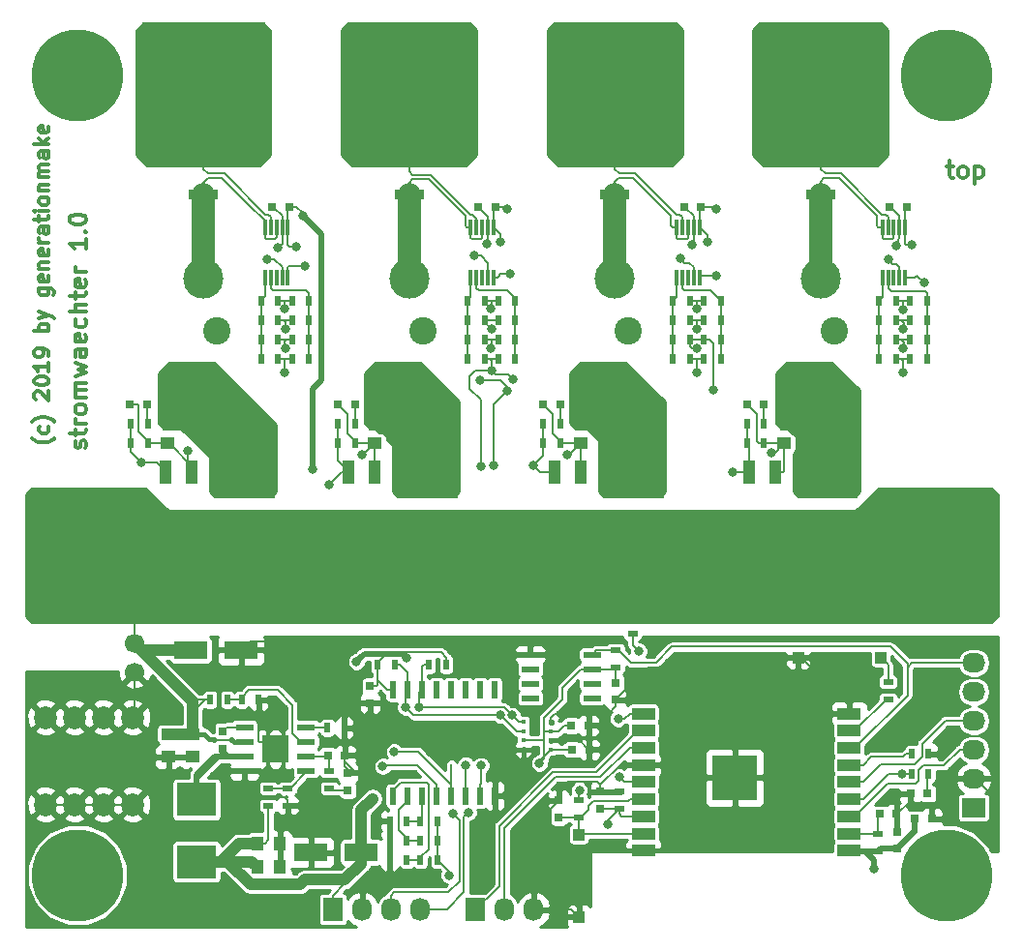
<source format=gtl>
G04 #@! TF.GenerationSoftware,KiCad,Pcbnew,5.0.2-bee76a0~70~ubuntu18.04.1*
G04 #@! TF.CreationDate,2019-03-10T09:38:59+01:00*
G04 #@! TF.ProjectId,stromwaechter,7374726f-6d77-4616-9563-687465722e6b,1.0*
G04 #@! TF.SameCoordinates,Original*
G04 #@! TF.FileFunction,Copper,L1,Top*
G04 #@! TF.FilePolarity,Positive*
%FSLAX46Y46*%
G04 Gerber Fmt 4.6, Leading zero omitted, Abs format (unit mm)*
G04 Created by KiCad (PCBNEW 5.0.2-bee76a0~70~ubuntu18.04.1) date So 10 Mär 2019 09:38:59 CET*
%MOMM*%
%LPD*%
G01*
G04 APERTURE LIST*
G04 #@! TA.AperFunction,NonConductor*
%ADD10C,0.300000*%
G04 #@! TD*
G04 #@! TA.AperFunction,SMDPad,CuDef*
%ADD11R,1.250000X1.000000*%
G04 #@! TD*
G04 #@! TA.AperFunction,SMDPad,CuDef*
%ADD12R,0.750000X0.800000*%
G04 #@! TD*
G04 #@! TA.AperFunction,SMDPad,CuDef*
%ADD13R,1.000000X1.250000*%
G04 #@! TD*
G04 #@! TA.AperFunction,SMDPad,CuDef*
%ADD14R,0.800000X0.750000*%
G04 #@! TD*
G04 #@! TA.AperFunction,ComponentPad*
%ADD15C,1.700000*%
G04 #@! TD*
G04 #@! TA.AperFunction,SMDPad,CuDef*
%ADD16R,0.797560X0.797560*%
G04 #@! TD*
G04 #@! TA.AperFunction,SMDPad,CuDef*
%ADD17R,3.500000X2.950000*%
G04 #@! TD*
G04 #@! TA.AperFunction,ComponentPad*
%ADD18R,1.727200X2.032000*%
G04 #@! TD*
G04 #@! TA.AperFunction,ComponentPad*
%ADD19O,1.727200X2.032000*%
G04 #@! TD*
G04 #@! TA.AperFunction,SMDPad,CuDef*
%ADD20R,0.500000X0.900000*%
G04 #@! TD*
G04 #@! TA.AperFunction,SMDPad,CuDef*
%ADD21R,0.900000X0.500000*%
G04 #@! TD*
G04 #@! TA.AperFunction,SMDPad,CuDef*
%ADD22R,2.500000X0.900000*%
G04 #@! TD*
G04 #@! TA.AperFunction,SMDPad,CuDef*
%ADD23R,1.000760X1.000760*%
G04 #@! TD*
G04 #@! TA.AperFunction,SMDPad,CuDef*
%ADD24R,1.550000X0.600000*%
G04 #@! TD*
G04 #@! TA.AperFunction,SMDPad,CuDef*
%ADD25R,1.175000X1.175000*%
G04 #@! TD*
G04 #@! TA.AperFunction,SMDPad,CuDef*
%ADD26R,4.000000X4.000000*%
G04 #@! TD*
G04 #@! TA.AperFunction,SMDPad,CuDef*
%ADD27R,2.000000X1.000000*%
G04 #@! TD*
G04 #@! TA.AperFunction,SMDPad,CuDef*
%ADD28R,0.400000X0.400000*%
G04 #@! TD*
G04 #@! TA.AperFunction,SMDPad,CuDef*
%ADD29R,3.657600X2.032000*%
G04 #@! TD*
G04 #@! TA.AperFunction,SMDPad,CuDef*
%ADD30R,1.016000X2.032000*%
G04 #@! TD*
G04 #@! TA.AperFunction,SMDPad,CuDef*
%ADD31R,0.600000X1.500000*%
G04 #@! TD*
G04 #@! TA.AperFunction,ComponentPad*
%ADD32C,3.500000*%
G04 #@! TD*
G04 #@! TA.AperFunction,ComponentPad*
%ADD33C,2.400000*%
G04 #@! TD*
G04 #@! TA.AperFunction,ComponentPad*
%ADD34R,2.032000X1.727200*%
G04 #@! TD*
G04 #@! TA.AperFunction,ComponentPad*
%ADD35O,2.032000X1.727200*%
G04 #@! TD*
G04 #@! TA.AperFunction,SMDPad,CuDef*
%ADD36R,0.300000X1.400000*%
G04 #@! TD*
G04 #@! TA.AperFunction,ComponentPad*
%ADD37C,2.000000*%
G04 #@! TD*
G04 #@! TA.AperFunction,SMDPad,CuDef*
%ADD38R,2.999740X1.600200*%
G04 #@! TD*
G04 #@! TA.AperFunction,ViaPad*
%ADD39C,8.000000*%
G04 #@! TD*
G04 #@! TA.AperFunction,ViaPad*
%ADD40C,0.800000*%
G04 #@! TD*
G04 #@! TA.AperFunction,Conductor*
%ADD41C,0.200000*%
G04 #@! TD*
G04 #@! TA.AperFunction,Conductor*
%ADD42C,1.000000*%
G04 #@! TD*
G04 #@! TA.AperFunction,Conductor*
%ADD43C,0.500000*%
G04 #@! TD*
G04 #@! TA.AperFunction,Conductor*
%ADD44C,0.400000*%
G04 #@! TD*
G04 #@! TA.AperFunction,Conductor*
%ADD45C,2.000000*%
G04 #@! TD*
G04 #@! TA.AperFunction,Conductor*
%ADD46C,0.254000*%
G04 #@! TD*
G04 APERTURE END LIST*
D10*
X109707142Y-95614285D02*
X109778571Y-95471428D01*
X109778571Y-95185714D01*
X109707142Y-95042857D01*
X109564285Y-94971428D01*
X109492857Y-94971428D01*
X109350000Y-95042857D01*
X109278571Y-95185714D01*
X109278571Y-95400000D01*
X109207142Y-95542857D01*
X109064285Y-95614285D01*
X108992857Y-95614285D01*
X108850000Y-95542857D01*
X108778571Y-95400000D01*
X108778571Y-95185714D01*
X108850000Y-95042857D01*
X108778571Y-94542857D02*
X108778571Y-93971428D01*
X108278571Y-94328571D02*
X109564285Y-94328571D01*
X109707142Y-94257142D01*
X109778571Y-94114285D01*
X109778571Y-93971428D01*
X109778571Y-93471428D02*
X108778571Y-93471428D01*
X109064285Y-93471428D02*
X108921428Y-93400000D01*
X108850000Y-93328571D01*
X108778571Y-93185714D01*
X108778571Y-93042857D01*
X109778571Y-92328571D02*
X109707142Y-92471428D01*
X109635714Y-92542857D01*
X109492857Y-92614285D01*
X109064285Y-92614285D01*
X108921428Y-92542857D01*
X108850000Y-92471428D01*
X108778571Y-92328571D01*
X108778571Y-92114285D01*
X108850000Y-91971428D01*
X108921428Y-91900000D01*
X109064285Y-91828571D01*
X109492857Y-91828571D01*
X109635714Y-91900000D01*
X109707142Y-91971428D01*
X109778571Y-92114285D01*
X109778571Y-92328571D01*
X109778571Y-91185714D02*
X108778571Y-91185714D01*
X108921428Y-91185714D02*
X108850000Y-91114285D01*
X108778571Y-90971428D01*
X108778571Y-90757142D01*
X108850000Y-90614285D01*
X108992857Y-90542857D01*
X109778571Y-90542857D01*
X108992857Y-90542857D02*
X108850000Y-90471428D01*
X108778571Y-90328571D01*
X108778571Y-90114285D01*
X108850000Y-89971428D01*
X108992857Y-89900000D01*
X109778571Y-89900000D01*
X108778571Y-89328571D02*
X109778571Y-89042857D01*
X109064285Y-88757142D01*
X109778571Y-88471428D01*
X108778571Y-88185714D01*
X109778571Y-86971428D02*
X108992857Y-86971428D01*
X108850000Y-87042857D01*
X108778571Y-87185714D01*
X108778571Y-87471428D01*
X108850000Y-87614285D01*
X109707142Y-86971428D02*
X109778571Y-87114285D01*
X109778571Y-87471428D01*
X109707142Y-87614285D01*
X109564285Y-87685714D01*
X109421428Y-87685714D01*
X109278571Y-87614285D01*
X109207142Y-87471428D01*
X109207142Y-87114285D01*
X109135714Y-86971428D01*
X109707142Y-85685714D02*
X109778571Y-85828571D01*
X109778571Y-86114285D01*
X109707142Y-86257142D01*
X109564285Y-86328571D01*
X108992857Y-86328571D01*
X108850000Y-86257142D01*
X108778571Y-86114285D01*
X108778571Y-85828571D01*
X108850000Y-85685714D01*
X108992857Y-85614285D01*
X109135714Y-85614285D01*
X109278571Y-86328571D01*
X109707142Y-84328571D02*
X109778571Y-84471428D01*
X109778571Y-84757142D01*
X109707142Y-84900000D01*
X109635714Y-84971428D01*
X109492857Y-85042857D01*
X109064285Y-85042857D01*
X108921428Y-84971428D01*
X108850000Y-84900000D01*
X108778571Y-84757142D01*
X108778571Y-84471428D01*
X108850000Y-84328571D01*
X109778571Y-83685714D02*
X108278571Y-83685714D01*
X109778571Y-83042857D02*
X108992857Y-83042857D01*
X108850000Y-83114285D01*
X108778571Y-83257142D01*
X108778571Y-83471428D01*
X108850000Y-83614285D01*
X108921428Y-83685714D01*
X108778571Y-82542857D02*
X108778571Y-81971428D01*
X108278571Y-82328571D02*
X109564285Y-82328571D01*
X109707142Y-82257142D01*
X109778571Y-82114285D01*
X109778571Y-81971428D01*
X109707142Y-80900000D02*
X109778571Y-81042857D01*
X109778571Y-81328571D01*
X109707142Y-81471428D01*
X109564285Y-81542857D01*
X108992857Y-81542857D01*
X108850000Y-81471428D01*
X108778571Y-81328571D01*
X108778571Y-81042857D01*
X108850000Y-80900000D01*
X108992857Y-80828571D01*
X109135714Y-80828571D01*
X109278571Y-81542857D01*
X109778571Y-80185714D02*
X108778571Y-80185714D01*
X109064285Y-80185714D02*
X108921428Y-80114285D01*
X108850000Y-80042857D01*
X108778571Y-79900000D01*
X108778571Y-79757142D01*
X109778571Y-77328571D02*
X109778571Y-78185714D01*
X109778571Y-77757142D02*
X108278571Y-77757142D01*
X108492857Y-77900000D01*
X108635714Y-78042857D01*
X108707142Y-78185714D01*
X109635714Y-76685714D02*
X109707142Y-76614285D01*
X109778571Y-76685714D01*
X109707142Y-76757142D01*
X109635714Y-76685714D01*
X109778571Y-76685714D01*
X108278571Y-75685714D02*
X108278571Y-75542857D01*
X108350000Y-75400000D01*
X108421428Y-75328571D01*
X108564285Y-75257142D01*
X108850000Y-75185714D01*
X109207142Y-75185714D01*
X109492857Y-75257142D01*
X109635714Y-75328571D01*
X109707142Y-75400000D01*
X109778571Y-75542857D01*
X109778571Y-75685714D01*
X109707142Y-75828571D01*
X109635714Y-75900000D01*
X109492857Y-75971428D01*
X109207142Y-76042857D01*
X108850000Y-76042857D01*
X108564285Y-75971428D01*
X108421428Y-75900000D01*
X108350000Y-75828571D01*
X108278571Y-75685714D01*
X106983333Y-94764285D02*
X106921428Y-94826190D01*
X106735714Y-94950000D01*
X106611904Y-95011904D01*
X106426190Y-95073809D01*
X106116666Y-95135714D01*
X105869047Y-95135714D01*
X105559523Y-95073809D01*
X105373809Y-95011904D01*
X105250000Y-94950000D01*
X105064285Y-94826190D01*
X105002380Y-94764285D01*
X106426190Y-93711904D02*
X106488095Y-93835714D01*
X106488095Y-94083333D01*
X106426190Y-94207142D01*
X106364285Y-94269047D01*
X106240476Y-94330952D01*
X105869047Y-94330952D01*
X105745238Y-94269047D01*
X105683333Y-94207142D01*
X105621428Y-94083333D01*
X105621428Y-93835714D01*
X105683333Y-93711904D01*
X106983333Y-93278571D02*
X106921428Y-93216666D01*
X106735714Y-93092857D01*
X106611904Y-93030952D01*
X106426190Y-92969047D01*
X106116666Y-92907142D01*
X105869047Y-92907142D01*
X105559523Y-92969047D01*
X105373809Y-93030952D01*
X105250000Y-93092857D01*
X105064285Y-93216666D01*
X105002380Y-93278571D01*
X105311904Y-91359523D02*
X105250000Y-91297619D01*
X105188095Y-91173809D01*
X105188095Y-90864285D01*
X105250000Y-90740476D01*
X105311904Y-90678571D01*
X105435714Y-90616666D01*
X105559523Y-90616666D01*
X105745238Y-90678571D01*
X106488095Y-91421428D01*
X106488095Y-90616666D01*
X105188095Y-89811904D02*
X105188095Y-89688095D01*
X105250000Y-89564285D01*
X105311904Y-89502380D01*
X105435714Y-89440476D01*
X105683333Y-89378571D01*
X105992857Y-89378571D01*
X106240476Y-89440476D01*
X106364285Y-89502380D01*
X106426190Y-89564285D01*
X106488095Y-89688095D01*
X106488095Y-89811904D01*
X106426190Y-89935714D01*
X106364285Y-89997619D01*
X106240476Y-90059523D01*
X105992857Y-90121428D01*
X105683333Y-90121428D01*
X105435714Y-90059523D01*
X105311904Y-89997619D01*
X105250000Y-89935714D01*
X105188095Y-89811904D01*
X106488095Y-88140476D02*
X106488095Y-88883333D01*
X106488095Y-88511904D02*
X105188095Y-88511904D01*
X105373809Y-88635714D01*
X105497619Y-88759523D01*
X105559523Y-88883333D01*
X106488095Y-87521428D02*
X106488095Y-87273809D01*
X106426190Y-87150000D01*
X106364285Y-87088095D01*
X106178571Y-86964285D01*
X105930952Y-86902380D01*
X105435714Y-86902380D01*
X105311904Y-86964285D01*
X105250000Y-87026190D01*
X105188095Y-87150000D01*
X105188095Y-87397619D01*
X105250000Y-87521428D01*
X105311904Y-87583333D01*
X105435714Y-87645238D01*
X105745238Y-87645238D01*
X105869047Y-87583333D01*
X105930952Y-87521428D01*
X105992857Y-87397619D01*
X105992857Y-87150000D01*
X105930952Y-87026190D01*
X105869047Y-86964285D01*
X105745238Y-86902380D01*
X106488095Y-85354761D02*
X105188095Y-85354761D01*
X105683333Y-85354761D02*
X105621428Y-85230952D01*
X105621428Y-84983333D01*
X105683333Y-84859523D01*
X105745238Y-84797619D01*
X105869047Y-84735714D01*
X106240476Y-84735714D01*
X106364285Y-84797619D01*
X106426190Y-84859523D01*
X106488095Y-84983333D01*
X106488095Y-85230952D01*
X106426190Y-85354761D01*
X105621428Y-84302380D02*
X106488095Y-83992857D01*
X105621428Y-83683333D02*
X106488095Y-83992857D01*
X106797619Y-84116666D01*
X106859523Y-84178571D01*
X106921428Y-84302380D01*
X105621428Y-81640476D02*
X106673809Y-81640476D01*
X106797619Y-81702380D01*
X106859523Y-81764285D01*
X106921428Y-81888095D01*
X106921428Y-82073809D01*
X106859523Y-82197619D01*
X106426190Y-81640476D02*
X106488095Y-81764285D01*
X106488095Y-82011904D01*
X106426190Y-82135714D01*
X106364285Y-82197619D01*
X106240476Y-82259523D01*
X105869047Y-82259523D01*
X105745238Y-82197619D01*
X105683333Y-82135714D01*
X105621428Y-82011904D01*
X105621428Y-81764285D01*
X105683333Y-81640476D01*
X106426190Y-80526190D02*
X106488095Y-80650000D01*
X106488095Y-80897619D01*
X106426190Y-81021428D01*
X106302380Y-81083333D01*
X105807142Y-81083333D01*
X105683333Y-81021428D01*
X105621428Y-80897619D01*
X105621428Y-80650000D01*
X105683333Y-80526190D01*
X105807142Y-80464285D01*
X105930952Y-80464285D01*
X106054761Y-81083333D01*
X105621428Y-79907142D02*
X106488095Y-79907142D01*
X105745238Y-79907142D02*
X105683333Y-79845238D01*
X105621428Y-79721428D01*
X105621428Y-79535714D01*
X105683333Y-79411904D01*
X105807142Y-79350000D01*
X106488095Y-79350000D01*
X106426190Y-78235714D02*
X106488095Y-78359523D01*
X106488095Y-78607142D01*
X106426190Y-78730952D01*
X106302380Y-78792857D01*
X105807142Y-78792857D01*
X105683333Y-78730952D01*
X105621428Y-78607142D01*
X105621428Y-78359523D01*
X105683333Y-78235714D01*
X105807142Y-78173809D01*
X105930952Y-78173809D01*
X106054761Y-78792857D01*
X106488095Y-77616666D02*
X105621428Y-77616666D01*
X105869047Y-77616666D02*
X105745238Y-77554761D01*
X105683333Y-77492857D01*
X105621428Y-77369047D01*
X105621428Y-77245238D01*
X106488095Y-76254761D02*
X105807142Y-76254761D01*
X105683333Y-76316666D01*
X105621428Y-76440476D01*
X105621428Y-76688095D01*
X105683333Y-76811904D01*
X106426190Y-76254761D02*
X106488095Y-76378571D01*
X106488095Y-76688095D01*
X106426190Y-76811904D01*
X106302380Y-76873809D01*
X106178571Y-76873809D01*
X106054761Y-76811904D01*
X105992857Y-76688095D01*
X105992857Y-76378571D01*
X105930952Y-76254761D01*
X105621428Y-75821428D02*
X105621428Y-75326190D01*
X105188095Y-75635714D02*
X106302380Y-75635714D01*
X106426190Y-75573809D01*
X106488095Y-75450000D01*
X106488095Y-75326190D01*
X106488095Y-74892857D02*
X105621428Y-74892857D01*
X105188095Y-74892857D02*
X105250000Y-74954761D01*
X105311904Y-74892857D01*
X105250000Y-74830952D01*
X105188095Y-74892857D01*
X105311904Y-74892857D01*
X106488095Y-74088095D02*
X106426190Y-74211904D01*
X106364285Y-74273809D01*
X106240476Y-74335714D01*
X105869047Y-74335714D01*
X105745238Y-74273809D01*
X105683333Y-74211904D01*
X105621428Y-74088095D01*
X105621428Y-73902380D01*
X105683333Y-73778571D01*
X105745238Y-73716666D01*
X105869047Y-73654761D01*
X106240476Y-73654761D01*
X106364285Y-73716666D01*
X106426190Y-73778571D01*
X106488095Y-73902380D01*
X106488095Y-74088095D01*
X105621428Y-73097619D02*
X106488095Y-73097619D01*
X105745238Y-73097619D02*
X105683333Y-73035714D01*
X105621428Y-72911904D01*
X105621428Y-72726190D01*
X105683333Y-72602380D01*
X105807142Y-72540476D01*
X106488095Y-72540476D01*
X106488095Y-71921428D02*
X105621428Y-71921428D01*
X105745238Y-71921428D02*
X105683333Y-71859523D01*
X105621428Y-71735714D01*
X105621428Y-71550000D01*
X105683333Y-71426190D01*
X105807142Y-71364285D01*
X106488095Y-71364285D01*
X105807142Y-71364285D02*
X105683333Y-71302380D01*
X105621428Y-71178571D01*
X105621428Y-70992857D01*
X105683333Y-70869047D01*
X105807142Y-70807142D01*
X106488095Y-70807142D01*
X106488095Y-69630952D02*
X105807142Y-69630952D01*
X105683333Y-69692857D01*
X105621428Y-69816666D01*
X105621428Y-70064285D01*
X105683333Y-70188095D01*
X106426190Y-69630952D02*
X106488095Y-69754761D01*
X106488095Y-70064285D01*
X106426190Y-70188095D01*
X106302380Y-70250000D01*
X106178571Y-70250000D01*
X106054761Y-70188095D01*
X105992857Y-70064285D01*
X105992857Y-69754761D01*
X105930952Y-69630952D01*
X106488095Y-69011904D02*
X105188095Y-69011904D01*
X105992857Y-68888095D02*
X106488095Y-68516666D01*
X105621428Y-68516666D02*
X106116666Y-69011904D01*
X106426190Y-67464285D02*
X106488095Y-67588095D01*
X106488095Y-67835714D01*
X106426190Y-67959523D01*
X106302380Y-68021428D01*
X105807142Y-68021428D01*
X105683333Y-67959523D01*
X105621428Y-67835714D01*
X105621428Y-67588095D01*
X105683333Y-67464285D01*
X105807142Y-67402380D01*
X105930952Y-67402380D01*
X106054761Y-68021428D01*
X185057142Y-70978571D02*
X185628571Y-70978571D01*
X185271428Y-70478571D02*
X185271428Y-71764285D01*
X185342857Y-71907142D01*
X185485714Y-71978571D01*
X185628571Y-71978571D01*
X186342857Y-71978571D02*
X186200000Y-71907142D01*
X186128571Y-71835714D01*
X186057142Y-71692857D01*
X186057142Y-71264285D01*
X186128571Y-71121428D01*
X186200000Y-71050000D01*
X186342857Y-70978571D01*
X186557142Y-70978571D01*
X186700000Y-71050000D01*
X186771428Y-71121428D01*
X186842857Y-71264285D01*
X186842857Y-71692857D01*
X186771428Y-71835714D01*
X186700000Y-71907142D01*
X186557142Y-71978571D01*
X186342857Y-71978571D01*
X187485714Y-70978571D02*
X187485714Y-72478571D01*
X187485714Y-71050000D02*
X187628571Y-70978571D01*
X187914285Y-70978571D01*
X188057142Y-71050000D01*
X188128571Y-71121428D01*
X188200000Y-71264285D01*
X188200000Y-71692857D01*
X188128571Y-71835714D01*
X188057142Y-71907142D01*
X187914285Y-71978571D01*
X187628571Y-71978571D01*
X187485714Y-71907142D01*
D11*
G04 #@! TO.P,C1,2*
G04 #@! TO.N,GND*
X119050000Y-122650000D03*
G04 #@! TO.P,C1,1*
G04 #@! TO.N,VIN*
X119050000Y-120650000D03*
G04 #@! TD*
G04 #@! TO.P,C2,1*
G04 #@! TO.N,VIN*
X116950000Y-120650000D03*
G04 #@! TO.P,C2,2*
G04 #@! TO.N,GND*
X116950000Y-122650000D03*
G04 #@! TD*
D12*
G04 #@! TO.P,C3,2*
G04 #@! TO.N,/PH*
X121700000Y-121900000D03*
G04 #@! TO.P,C3,1*
G04 #@! TO.N,/BOOT*
X121700000Y-120400000D03*
G04 #@! TD*
D13*
G04 #@! TO.P,C4,1*
G04 #@! TO.N,+3V3*
X124700000Y-132300000D03*
G04 #@! TO.P,C4,2*
G04 #@! TO.N,GND*
X126700000Y-132300000D03*
G04 #@! TD*
G04 #@! TO.P,C5,2*
G04 #@! TO.N,GND*
X126700000Y-130200000D03*
G04 #@! TO.P,C5,1*
G04 #@! TO.N,+3V3*
X124700000Y-130200000D03*
G04 #@! TD*
D14*
G04 #@! TO.P,C6,2*
G04 #@! TO.N,GND*
X132400000Y-122500000D03*
G04 #@! TO.P,C6,1*
G04 #@! TO.N,/COMP*
X130900000Y-122500000D03*
G04 #@! TD*
D12*
G04 #@! TO.P,C7,2*
G04 #@! TO.N,GND*
X132650000Y-124050000D03*
G04 #@! TO.P,C7,1*
G04 #@! TO.N,Net-(C7-Pad1)*
X132650000Y-125550000D03*
G04 #@! TD*
G04 #@! TO.P,C8,1*
G04 #@! TO.N,/ADC*
X154750000Y-127200000D03*
G04 #@! TO.P,C8,2*
G04 #@! TO.N,GND*
X154750000Y-125700000D03*
G04 #@! TD*
G04 #@! TO.P,C9,2*
G04 #@! TO.N,GND*
X180700000Y-129200000D03*
G04 #@! TO.P,C9,1*
G04 #@! TO.N,+3V3*
X180700000Y-130700000D03*
G04 #@! TD*
D14*
G04 #@! TO.P,C10,1*
G04 #@! TO.N,+3V3*
X182250000Y-128050000D03*
G04 #@! TO.P,C10,2*
G04 #@! TO.N,GND*
X183750000Y-128050000D03*
G04 #@! TD*
D12*
G04 #@! TO.P,C11,2*
G04 #@! TO.N,GND*
X151100000Y-126450000D03*
G04 #@! TO.P,C11,1*
G04 #@! TO.N,/RESET*
X151100000Y-127950000D03*
G04 #@! TD*
D14*
G04 #@! TO.P,C12,1*
G04 #@! TO.N,/EN*
X179150000Y-127650000D03*
G04 #@! TO.P,C12,2*
G04 #@! TO.N,GND*
X180650000Y-127650000D03*
G04 #@! TD*
G04 #@! TO.P,C13,2*
G04 #@! TO.N,GND*
X153700000Y-119900000D03*
G04 #@! TO.P,C13,1*
G04 #@! TO.N,+3V3*
X152200000Y-119900000D03*
G04 #@! TD*
G04 #@! TO.P,C14,1*
G04 #@! TO.N,+3V3*
X152250000Y-122000000D03*
G04 #@! TO.P,C14,2*
G04 #@! TO.N,GND*
X153750000Y-122000000D03*
G04 #@! TD*
D12*
G04 #@! TO.P,C15,2*
G04 #@! TO.N,GND*
X156100000Y-117650000D03*
G04 #@! TO.P,C15,1*
G04 #@! TO.N,+3V3*
X156100000Y-116150000D03*
G04 #@! TD*
D14*
G04 #@! TO.P,C16,1*
G04 #@! TO.N,+3V3*
X127550000Y-74500000D03*
G04 #@! TO.P,C16,2*
G04 #@! TO.N,GND*
X126050000Y-74500000D03*
G04 #@! TD*
G04 #@! TO.P,C17,2*
G04 #@! TO.N,GND*
X144050000Y-74500000D03*
G04 #@! TO.P,C17,1*
G04 #@! TO.N,+3V3*
X145550000Y-74500000D03*
G04 #@! TD*
G04 #@! TO.P,C18,1*
G04 #@! TO.N,+3V3*
X163550000Y-74500000D03*
G04 #@! TO.P,C18,2*
G04 #@! TO.N,GND*
X162050000Y-74500000D03*
G04 #@! TD*
G04 #@! TO.P,C19,1*
G04 #@! TO.N,+3V3*
X181550000Y-74500000D03*
G04 #@! TO.P,C19,2*
G04 #@! TO.N,GND*
X180050000Y-74500000D03*
G04 #@! TD*
D12*
G04 #@! TO.P,C20,1*
G04 #@! TO.N,+3V3*
X134600000Y-116450000D03*
G04 #@! TO.P,C20,2*
G04 #@! TO.N,GND*
X134600000Y-117950000D03*
G04 #@! TD*
D15*
G04 #@! TO.P,CN1,1*
G04 #@! TO.N,VIN*
X114000000Y-112750000D03*
G04 #@! TO.P,CN1,2*
G04 #@! TO.N,GND*
X114000000Y-115250000D03*
G04 #@! TD*
D16*
G04 #@! TO.P,D1,2*
G04 #@! TO.N,Net-(D1-Pad2)*
X183350000Y-125850000D03*
G04 #@! TO.P,D1,1*
G04 #@! TO.N,GND*
X181851400Y-125850000D03*
G04 #@! TD*
D17*
G04 #@! TO.P,L1,1*
G04 #@! TO.N,/PH*
X119400000Y-126375000D03*
G04 #@! TO.P,L1,2*
G04 #@! TO.N,+3V3*
X119400000Y-131825000D03*
G04 #@! TD*
D18*
G04 #@! TO.P,P1,1*
G04 #@! TO.N,/RxD*
X143820000Y-136000000D03*
D19*
G04 #@! TO.P,P1,2*
G04 #@! TO.N,/TxD*
X146360000Y-136000000D03*
G04 #@! TO.P,P1,3*
G04 #@! TO.N,GND*
X148900000Y-136000000D03*
G04 #@! TD*
D18*
G04 #@! TO.P,P2,1*
G04 #@! TO.N,+3V3*
X131350000Y-136000000D03*
D19*
G04 #@! TO.P,P2,2*
G04 #@! TO.N,GND*
X133890000Y-136000000D03*
G04 #@! TO.P,P2,3*
G04 #@! TO.N,SDA*
X136430000Y-136000000D03*
G04 #@! TO.P,P2,4*
G04 #@! TO.N,SCL*
X138970000Y-136000000D03*
G04 #@! TD*
D20*
G04 #@! TO.P,R1,2*
G04 #@! TO.N,/VIN_EN*
X122100000Y-117650000D03*
G04 #@! TO.P,R1,1*
G04 #@! TO.N,VIN*
X120600000Y-117650000D03*
G04 #@! TD*
G04 #@! TO.P,R2,1*
G04 #@! TO.N,/VIN_EN*
X123350000Y-117650000D03*
G04 #@! TO.P,R2,2*
G04 #@! TO.N,GND*
X124850000Y-117650000D03*
G04 #@! TD*
D21*
G04 #@! TO.P,R3,1*
G04 #@! TO.N,+3V3*
X125700000Y-126900000D03*
G04 #@! TO.P,R3,2*
G04 #@! TO.N,/VSENSE*
X125700000Y-125400000D03*
G04 #@! TD*
D20*
G04 #@! TO.P,R4,2*
G04 #@! TO.N,GND*
X132350000Y-120100000D03*
G04 #@! TO.P,R4,1*
G04 #@! TO.N,/RT*
X130850000Y-120100000D03*
G04 #@! TD*
D21*
G04 #@! TO.P,R5,1*
G04 #@! TO.N,/COMP*
X131000000Y-123900000D03*
G04 #@! TO.P,R5,2*
G04 #@! TO.N,Net-(C7-Pad1)*
X131000000Y-125400000D03*
G04 #@! TD*
G04 #@! TO.P,R6,1*
G04 #@! TO.N,/VSENSE*
X127400000Y-125400000D03*
G04 #@! TO.P,R6,2*
G04 #@! TO.N,GND*
X127400000Y-126900000D03*
G04 #@! TD*
G04 #@! TO.P,R7,1*
G04 #@! TO.N,VIN*
X157550000Y-110350000D03*
G04 #@! TO.P,R7,2*
G04 #@! TO.N,/ADC*
X157550000Y-111850000D03*
G04 #@! TD*
G04 #@! TO.P,R8,1*
G04 #@! TO.N,/ADC*
X156400000Y-127200000D03*
G04 #@! TO.P,R8,2*
G04 #@! TO.N,GND*
X156400000Y-125700000D03*
G04 #@! TD*
G04 #@! TO.P,R9,2*
G04 #@! TO.N,/RESET*
X152850000Y-127950000D03*
G04 #@! TO.P,R9,1*
G04 #@! TO.N,+3V3*
X152850000Y-126450000D03*
G04 #@! TD*
G04 #@! TO.P,R10,2*
G04 #@! TO.N,/EN*
X179050000Y-129400000D03*
G04 #@! TO.P,R10,1*
G04 #@! TO.N,+3V3*
X179050000Y-130900000D03*
G04 #@! TD*
D20*
G04 #@! TO.P,R11,2*
G04 #@! TO.N,/LED*
X181950000Y-124150000D03*
G04 #@! TO.P,R11,1*
G04 #@! TO.N,Net-(D1-Pad2)*
X183450000Y-124150000D03*
G04 #@! TD*
G04 #@! TO.P,R12,2*
G04 #@! TO.N,SCL*
X139750000Y-114600000D03*
G04 #@! TO.P,R12,1*
G04 #@! TO.N,+3V3*
X141250000Y-114600000D03*
G04 #@! TD*
G04 #@! TO.P,R13,1*
G04 #@! TO.N,+3V3*
X135250000Y-114600000D03*
G04 #@! TO.P,R13,2*
G04 #@! TO.N,SDA*
X136750000Y-114600000D03*
G04 #@! TD*
G04 #@! TO.P,R14,2*
G04 #@! TO.N,GND*
X183450000Y-122400000D03*
G04 #@! TO.P,R14,1*
G04 #@! TO.N,/IO15*
X181950000Y-122400000D03*
G04 #@! TD*
D21*
G04 #@! TO.P,R15,1*
G04 #@! TO.N,/FLASH*
X179900000Y-117600000D03*
G04 #@! TO.P,R15,2*
G04 #@! TO.N,Net-(R15-Pad2)*
X179900000Y-116100000D03*
G04 #@! TD*
G04 #@! TO.P,R16,2*
G04 #@! TO.N,/1wire*
X156100000Y-113300000D03*
G04 #@! TO.P,R16,1*
G04 #@! TO.N,+3V3*
X156100000Y-114800000D03*
G04 #@! TD*
D22*
G04 #@! TO.P,R17,1*
G04 #@! TO.N,/Input/Output/INOUT0*
X120000000Y-70550000D03*
G04 #@! TO.P,R17,2*
G04 #@! TO.N,/Input/Output/INA0_VIN*
X120000000Y-73450000D03*
G04 #@! TD*
G04 #@! TO.P,R18,2*
G04 #@! TO.N,/Input/Output/INA1_VIN*
X138000000Y-73450000D03*
G04 #@! TO.P,R18,1*
G04 #@! TO.N,/Input/Output/INOUT1*
X138000000Y-70550000D03*
G04 #@! TD*
D20*
G04 #@! TO.P,R19,1*
G04 #@! TO.N,Net-(D2-Pad2)*
X115150000Y-93500000D03*
G04 #@! TO.P,R19,2*
G04 #@! TO.N,/Input/Output/EN0*
X113650000Y-93500000D03*
G04 #@! TD*
G04 #@! TO.P,R20,1*
G04 #@! TO.N,Net-(D3-Pad2)*
X133250000Y-93500000D03*
G04 #@! TO.P,R20,2*
G04 #@! TO.N,/Input/Output/EN1*
X131750000Y-93500000D03*
G04 #@! TD*
D22*
G04 #@! TO.P,R21,2*
G04 #@! TO.N,VIN*
X125000000Y-102450000D03*
G04 #@! TO.P,R21,1*
G04 #@! TO.N,/Input/Output/INA0_F*
X125000000Y-99550000D03*
G04 #@! TD*
G04 #@! TO.P,R22,1*
G04 #@! TO.N,/Input/Output/INA1_F*
X141000000Y-99550000D03*
G04 #@! TO.P,R22,2*
G04 #@! TO.N,VIN*
X141000000Y-102450000D03*
G04 #@! TD*
D20*
G04 #@! TO.P,R23,2*
G04 #@! TO.N,SDA*
X127750000Y-87800000D03*
G04 #@! TO.P,R23,1*
G04 #@! TO.N,/Input/Output/INA0_A0*
X129250000Y-87800000D03*
G04 #@! TD*
G04 #@! TO.P,R24,1*
G04 #@! TO.N,+3V3*
X127750000Y-82700000D03*
G04 #@! TO.P,R24,2*
G04 #@! TO.N,/Input/Output/INA0_A0*
X129250000Y-82700000D03*
G04 #@! TD*
G04 #@! TO.P,R25,2*
G04 #@! TO.N,SDA*
X126550000Y-87800000D03*
G04 #@! TO.P,R25,1*
G04 #@! TO.N,/Input/Output/INA0_A1*
X125050000Y-87800000D03*
G04 #@! TD*
G04 #@! TO.P,R26,2*
G04 #@! TO.N,/Input/Output/INA0_A1*
X125050000Y-82700000D03*
G04 #@! TO.P,R26,1*
G04 #@! TO.N,+3V3*
X126550000Y-82700000D03*
G04 #@! TD*
G04 #@! TO.P,R27,2*
G04 #@! TO.N,SDA*
X145800000Y-87800000D03*
G04 #@! TO.P,R27,1*
G04 #@! TO.N,/Input/Output/INA1_A0*
X147300000Y-87800000D03*
G04 #@! TD*
G04 #@! TO.P,R28,1*
G04 #@! TO.N,+3V3*
X145800000Y-82700000D03*
G04 #@! TO.P,R28,2*
G04 #@! TO.N,/Input/Output/INA1_A0*
X147300000Y-82700000D03*
G04 #@! TD*
G04 #@! TO.P,R29,1*
G04 #@! TO.N,/Input/Output/INA1_A1*
X143100000Y-87800000D03*
G04 #@! TO.P,R29,2*
G04 #@! TO.N,SDA*
X144600000Y-87800000D03*
G04 #@! TD*
G04 #@! TO.P,R30,2*
G04 #@! TO.N,/Input/Output/INA1_A1*
X143100000Y-82700000D03*
G04 #@! TO.P,R30,1*
G04 #@! TO.N,+3V3*
X144600000Y-82700000D03*
G04 #@! TD*
G04 #@! TO.P,R31,1*
G04 #@! TO.N,/Input/Output/INA0_A0*
X129250000Y-86100000D03*
G04 #@! TO.P,R31,2*
G04 #@! TO.N,SCL*
X127750000Y-86100000D03*
G04 #@! TD*
G04 #@! TO.P,R32,2*
G04 #@! TO.N,/Input/Output/INA0_A0*
X129250000Y-84400000D03*
G04 #@! TO.P,R32,1*
G04 #@! TO.N,GND*
X127750000Y-84400000D03*
G04 #@! TD*
G04 #@! TO.P,R33,1*
G04 #@! TO.N,/Input/Output/INA0_A1*
X125050000Y-86100000D03*
G04 #@! TO.P,R33,2*
G04 #@! TO.N,SCL*
X126550000Y-86100000D03*
G04 #@! TD*
G04 #@! TO.P,R34,1*
G04 #@! TO.N,GND*
X126550000Y-84400000D03*
G04 #@! TO.P,R34,2*
G04 #@! TO.N,/Input/Output/INA0_A1*
X125050000Y-84400000D03*
G04 #@! TD*
G04 #@! TO.P,R35,1*
G04 #@! TO.N,/Input/Output/INA1_A0*
X147300000Y-86100000D03*
G04 #@! TO.P,R35,2*
G04 #@! TO.N,SCL*
X145800000Y-86100000D03*
G04 #@! TD*
G04 #@! TO.P,R36,2*
G04 #@! TO.N,/Input/Output/INA1_A0*
X147300000Y-84400000D03*
G04 #@! TO.P,R36,1*
G04 #@! TO.N,GND*
X145800000Y-84400000D03*
G04 #@! TD*
G04 #@! TO.P,R37,2*
G04 #@! TO.N,SCL*
X144600000Y-86100000D03*
G04 #@! TO.P,R37,1*
G04 #@! TO.N,/Input/Output/INA1_A1*
X143100000Y-86100000D03*
G04 #@! TD*
G04 #@! TO.P,R38,1*
G04 #@! TO.N,GND*
X144600000Y-84400000D03*
G04 #@! TO.P,R38,2*
G04 #@! TO.N,/Input/Output/INA1_A1*
X143100000Y-84400000D03*
G04 #@! TD*
D22*
G04 #@! TO.P,R39,2*
G04 #@! TO.N,/Input/Output/INA2_VIN*
X156000000Y-73450000D03*
G04 #@! TO.P,R39,1*
G04 #@! TO.N,/Input/Output/INOUT2*
X156000000Y-70550000D03*
G04 #@! TD*
G04 #@! TO.P,R40,1*
G04 #@! TO.N,/Input/Output/INOUT3*
X174000000Y-70550000D03*
G04 #@! TO.P,R40,2*
G04 #@! TO.N,/Input/Output/INA3_VIN*
X174000000Y-73450000D03*
G04 #@! TD*
D20*
G04 #@! TO.P,R41,1*
G04 #@! TO.N,Net-(D4-Pad2)*
X151250000Y-93500000D03*
G04 #@! TO.P,R41,2*
G04 #@! TO.N,/Input/Output/EN2*
X149750000Y-93500000D03*
G04 #@! TD*
G04 #@! TO.P,R42,1*
G04 #@! TO.N,Net-(D5-Pad2)*
X169050000Y-93500000D03*
G04 #@! TO.P,R42,2*
G04 #@! TO.N,/Input/Output/EN3*
X167550000Y-93500000D03*
G04 #@! TD*
D22*
G04 #@! TO.P,R43,1*
G04 #@! TO.N,/Input/Output/INA2_F*
X159000000Y-99550000D03*
G04 #@! TO.P,R43,2*
G04 #@! TO.N,VIN*
X159000000Y-102450000D03*
G04 #@! TD*
G04 #@! TO.P,R44,2*
G04 #@! TO.N,VIN*
X176000000Y-102450000D03*
G04 #@! TO.P,R44,1*
G04 #@! TO.N,/Input/Output/INA3_F*
X176000000Y-99550000D03*
G04 #@! TD*
D20*
G04 #@! TO.P,R45,2*
G04 #@! TO.N,SDA*
X163800000Y-87800000D03*
G04 #@! TO.P,R45,1*
G04 #@! TO.N,/Input/Output/INA2_A0*
X165300000Y-87800000D03*
G04 #@! TD*
G04 #@! TO.P,R46,2*
G04 #@! TO.N,/Input/Output/INA2_A0*
X165300000Y-82700000D03*
G04 #@! TO.P,R46,1*
G04 #@! TO.N,+3V3*
X163800000Y-82700000D03*
G04 #@! TD*
G04 #@! TO.P,R47,1*
G04 #@! TO.N,/Input/Output/INA2_A1*
X161100000Y-87800000D03*
G04 #@! TO.P,R47,2*
G04 #@! TO.N,SDA*
X162600000Y-87800000D03*
G04 #@! TD*
G04 #@! TO.P,R48,2*
G04 #@! TO.N,/Input/Output/INA2_A1*
X161100000Y-82700000D03*
G04 #@! TO.P,R48,1*
G04 #@! TO.N,+3V3*
X162600000Y-82700000D03*
G04 #@! TD*
G04 #@! TO.P,R49,2*
G04 #@! TO.N,SDA*
X181800000Y-87800000D03*
G04 #@! TO.P,R49,1*
G04 #@! TO.N,/Input/Output/INA3_A0*
X183300000Y-87800000D03*
G04 #@! TD*
G04 #@! TO.P,R50,2*
G04 #@! TO.N,/Input/Output/INA3_A0*
X183300000Y-82700000D03*
G04 #@! TO.P,R50,1*
G04 #@! TO.N,+3V3*
X181800000Y-82700000D03*
G04 #@! TD*
G04 #@! TO.P,R51,2*
G04 #@! TO.N,SDA*
X180600000Y-87800000D03*
G04 #@! TO.P,R51,1*
G04 #@! TO.N,/Input/Output/INA3_A1*
X179100000Y-87800000D03*
G04 #@! TD*
G04 #@! TO.P,R52,1*
G04 #@! TO.N,+3V3*
X180600000Y-82700000D03*
G04 #@! TO.P,R52,2*
G04 #@! TO.N,/Input/Output/INA3_A1*
X179100000Y-82700000D03*
G04 #@! TD*
G04 #@! TO.P,R53,2*
G04 #@! TO.N,SCL*
X163800000Y-86100000D03*
G04 #@! TO.P,R53,1*
G04 #@! TO.N,/Input/Output/INA2_A0*
X165300000Y-86100000D03*
G04 #@! TD*
G04 #@! TO.P,R54,1*
G04 #@! TO.N,GND*
X163800000Y-84400000D03*
G04 #@! TO.P,R54,2*
G04 #@! TO.N,/Input/Output/INA2_A0*
X165300000Y-84400000D03*
G04 #@! TD*
G04 #@! TO.P,R55,2*
G04 #@! TO.N,SCL*
X162600000Y-86100000D03*
G04 #@! TO.P,R55,1*
G04 #@! TO.N,/Input/Output/INA2_A1*
X161100000Y-86100000D03*
G04 #@! TD*
G04 #@! TO.P,R56,1*
G04 #@! TO.N,GND*
X162600000Y-84400000D03*
G04 #@! TO.P,R56,2*
G04 #@! TO.N,/Input/Output/INA2_A1*
X161100000Y-84400000D03*
G04 #@! TD*
G04 #@! TO.P,R57,1*
G04 #@! TO.N,/Input/Output/INA3_A0*
X183300000Y-86100000D03*
G04 #@! TO.P,R57,2*
G04 #@! TO.N,SCL*
X181800000Y-86100000D03*
G04 #@! TD*
G04 #@! TO.P,R58,2*
G04 #@! TO.N,/Input/Output/INA3_A0*
X183300000Y-84400000D03*
G04 #@! TO.P,R58,1*
G04 #@! TO.N,GND*
X181800000Y-84400000D03*
G04 #@! TD*
G04 #@! TO.P,R59,1*
G04 #@! TO.N,/Input/Output/INA3_A1*
X179100000Y-86100000D03*
G04 #@! TO.P,R59,2*
G04 #@! TO.N,SCL*
X180600000Y-86100000D03*
G04 #@! TD*
G04 #@! TO.P,R60,2*
G04 #@! TO.N,/Input/Output/INA3_A1*
X179100000Y-84400000D03*
G04 #@! TO.P,R60,1*
G04 #@! TO.N,GND*
X180600000Y-84400000D03*
G04 #@! TD*
G04 #@! TO.P,R61,1*
G04 #@! TO.N,/Input/Output/IO_A2*
X139000000Y-128250000D03*
G04 #@! TO.P,R61,2*
G04 #@! TO.N,+3V3*
X140500000Y-128250000D03*
G04 #@! TD*
G04 #@! TO.P,R62,2*
G04 #@! TO.N,+3V3*
X140500000Y-129950000D03*
G04 #@! TO.P,R62,1*
G04 #@! TO.N,/Input/Output/IO_A1*
X139000000Y-129950000D03*
G04 #@! TD*
G04 #@! TO.P,R63,1*
G04 #@! TO.N,/Input/Output/IO_A0*
X139000000Y-131650000D03*
G04 #@! TO.P,R63,2*
G04 #@! TO.N,+3V3*
X140500000Y-131650000D03*
G04 #@! TD*
G04 #@! TO.P,R64,2*
G04 #@! TO.N,/Input/Output/IO_A2*
X137800000Y-128250000D03*
G04 #@! TO.P,R64,1*
G04 #@! TO.N,GND*
X136300000Y-128250000D03*
G04 #@! TD*
G04 #@! TO.P,R65,1*
G04 #@! TO.N,GND*
X136300000Y-129950000D03*
G04 #@! TO.P,R65,2*
G04 #@! TO.N,/Input/Output/IO_A1*
X137800000Y-129950000D03*
G04 #@! TD*
G04 #@! TO.P,R66,2*
G04 #@! TO.N,/Input/Output/IO_A0*
X137800000Y-131650000D03*
G04 #@! TO.P,R66,1*
G04 #@! TO.N,GND*
X136300000Y-131650000D03*
G04 #@! TD*
D23*
G04 #@! TO.P,SW1,2*
G04 #@! TO.N,GND*
X152850000Y-136649180D03*
G04 #@! TO.P,SW1,1*
G04 #@! TO.N,/RESET*
X152850000Y-129450820D03*
G04 #@! TD*
G04 #@! TO.P,SW2,1*
G04 #@! TO.N,Net-(R15-Pad2)*
X179249180Y-113950000D03*
G04 #@! TO.P,SW2,2*
G04 #@! TO.N,GND*
X172050820Y-113950000D03*
G04 #@! TD*
D24*
G04 #@! TO.P,U1,1*
G04 #@! TO.N,/BOOT*
X123600000Y-120045000D03*
G04 #@! TO.P,U1,2*
G04 #@! TO.N,VIN*
X123600000Y-121315000D03*
G04 #@! TO.P,U1,3*
G04 #@! TO.N,/PH*
X123600000Y-122585000D03*
G04 #@! TO.P,U1,4*
G04 #@! TO.N,GND*
X123600000Y-123855000D03*
G04 #@! TO.P,U1,5*
G04 #@! TO.N,/VSENSE*
X129000000Y-123855000D03*
G04 #@! TO.P,U1,6*
G04 #@! TO.N,/COMP*
X129000000Y-122585000D03*
G04 #@! TO.P,U1,7*
G04 #@! TO.N,/VIN_EN*
X129000000Y-121315000D03*
G04 #@! TO.P,U1,8*
G04 #@! TO.N,/RT*
X129000000Y-120045000D03*
D25*
G04 #@! TO.P,U1,9*
G04 #@! TO.N,GND*
X126887500Y-122537500D03*
X126887500Y-121362500D03*
X125712500Y-122537500D03*
X125712500Y-121362500D03*
G04 #@! TD*
D26*
G04 #@! TO.P,U2,19*
G04 #@! TO.N,GND*
X166500000Y-124450000D03*
D27*
G04 #@! TO.P,U2,10*
G04 #@! TO.N,SDA*
X158500000Y-118850000D03*
G04 #@! TO.P,U2,11*
G04 #@! TO.N,/RxD*
X158500000Y-120350000D03*
G04 #@! TO.P,U2,12*
G04 #@! TO.N,/TxD*
X158500000Y-121850000D03*
G04 #@! TO.P,U2,13*
G04 #@! TO.N,GND*
X158500000Y-123350000D03*
G04 #@! TO.P,U2,14*
G04 #@! TO.N,SCL*
X158500000Y-124850000D03*
G04 #@! TO.P,U2,15*
G04 #@! TO.N,/RESET*
X158500000Y-126350000D03*
G04 #@! TO.P,U2,16*
G04 #@! TO.N,/ADC*
X158500000Y-127850000D03*
G04 #@! TO.P,U2,17*
G04 #@! TO.N,/RESET*
X158500000Y-129350000D03*
G04 #@! TO.P,U2,18*
G04 #@! TO.N,GND*
X158500000Y-130850000D03*
G04 #@! TO.P,U2,9*
X176500000Y-118850000D03*
G04 #@! TO.P,U2,8*
G04 #@! TO.N,/FLASH*
X176500000Y-120350000D03*
G04 #@! TO.P,U2,7*
G04 #@! TO.N,/1wire*
X176500000Y-121850000D03*
G04 #@! TO.P,U2,6*
G04 #@! TO.N,/IO15*
X176500000Y-123350000D03*
G04 #@! TO.P,U2,5*
G04 #@! TO.N,/IO13*
X176500000Y-124850000D03*
G04 #@! TO.P,U2,4*
G04 #@! TO.N,/LED*
X176500000Y-126350000D03*
G04 #@! TO.P,U2,3*
G04 #@! TO.N,/IO14*
X176500000Y-127850000D03*
G04 #@! TO.P,U2,2*
G04 #@! TO.N,/EN*
X176500000Y-129350000D03*
G04 #@! TO.P,U2,1*
G04 #@! TO.N,+3V3*
X176500000Y-130850000D03*
G04 #@! TD*
D28*
G04 #@! TO.P,U3,8*
G04 #@! TO.N,+3V3*
X150400000Y-122000000D03*
G04 #@! TO.P,U3,7*
G04 #@! TO.N,GND*
X150400000Y-121200000D03*
G04 #@! TO.P,U3,6*
G04 #@! TO.N,+3V3*
X150400000Y-120400000D03*
G04 #@! TO.P,U3,5*
G04 #@! TO.N,GND*
X150400000Y-119600000D03*
G04 #@! TO.P,U3,4*
G04 #@! TO.N,SCL*
X148000000Y-119600000D03*
G04 #@! TO.P,U3,3*
G04 #@! TO.N,SDA*
X148000000Y-120400000D03*
G04 #@! TO.P,U3,2*
G04 #@! TO.N,+3V3*
X148000000Y-121200000D03*
G04 #@! TO.P,U3,1*
G04 #@! TO.N,GND*
X148000000Y-122000000D03*
G04 #@! TD*
D24*
G04 #@! TO.P,U4,1*
G04 #@! TO.N,N/C*
X154004500Y-117508500D03*
G04 #@! TO.P,U4,2*
X154004500Y-116238500D03*
G04 #@! TO.P,U4,3*
G04 #@! TO.N,+3V3*
X154004500Y-114968500D03*
G04 #@! TO.P,U4,4*
G04 #@! TO.N,/1wire*
X154004500Y-113698500D03*
G04 #@! TO.P,U4,5*
G04 #@! TO.N,GND*
X148604500Y-113698500D03*
G04 #@! TO.P,U4,6*
G04 #@! TO.N,N/C*
X148604500Y-114968500D03*
G04 #@! TO.P,U4,7*
X148604500Y-116238500D03*
G04 #@! TO.P,U4,8*
X148604500Y-117508500D03*
G04 #@! TD*
D29*
G04 #@! TO.P,U5,4*
G04 #@! TO.N,VIN*
X119000000Y-104302000D03*
D30*
G04 #@! TO.P,U5,2*
G04 #@! TO.N,GND*
X119000000Y-97698000D03*
G04 #@! TO.P,U5,3*
G04 #@! TO.N,/Input/Output/EN0*
X116714000Y-97698000D03*
G04 #@! TO.P,U5,1*
G04 #@! TO.N,/Input/Output/INA0_F*
X121286000Y-97698000D03*
G04 #@! TD*
G04 #@! TO.P,U6,1*
G04 #@! TO.N,/Input/Output/INA1_F*
X137286000Y-97698000D03*
G04 #@! TO.P,U6,3*
G04 #@! TO.N,/Input/Output/EN1*
X132714000Y-97698000D03*
G04 #@! TO.P,U6,2*
G04 #@! TO.N,GND*
X135000000Y-97698000D03*
D29*
G04 #@! TO.P,U6,4*
G04 #@! TO.N,VIN*
X135000000Y-104302000D03*
G04 #@! TD*
G04 #@! TO.P,U9,4*
G04 #@! TO.N,VIN*
X153000000Y-104302000D03*
D30*
G04 #@! TO.P,U9,2*
G04 #@! TO.N,GND*
X153000000Y-97698000D03*
G04 #@! TO.P,U9,3*
G04 #@! TO.N,/Input/Output/EN2*
X150714000Y-97698000D03*
G04 #@! TO.P,U9,1*
G04 #@! TO.N,/Input/Output/INA2_F*
X155286000Y-97698000D03*
G04 #@! TD*
G04 #@! TO.P,U10,1*
G04 #@! TO.N,/Input/Output/INA3_F*
X172286000Y-97698000D03*
G04 #@! TO.P,U10,3*
G04 #@! TO.N,/Input/Output/EN3*
X167714000Y-97698000D03*
G04 #@! TO.P,U10,2*
G04 #@! TO.N,GND*
X170000000Y-97698000D03*
D29*
G04 #@! TO.P,U10,4*
G04 #@! TO.N,VIN*
X170000000Y-104302000D03*
G04 #@! TD*
D31*
G04 #@! TO.P,U13,1*
G04 #@! TO.N,/Input/Output/IO_A0*
X136605000Y-126050000D03*
G04 #@! TO.P,U13,2*
G04 #@! TO.N,/Input/Output/IO_A1*
X137875000Y-126050000D03*
G04 #@! TO.P,U13,3*
G04 #@! TO.N,/Input/Output/IO_A2*
X139145000Y-126050000D03*
G04 #@! TO.P,U13,4*
G04 #@! TO.N,/Input/Output/EN0*
X140415000Y-126050000D03*
G04 #@! TO.P,U13,5*
G04 #@! TO.N,/Input/Output/EN1*
X141685000Y-126050000D03*
G04 #@! TO.P,U13,6*
G04 #@! TO.N,/Input/Output/EN2*
X142955000Y-126050000D03*
G04 #@! TO.P,U13,7*
G04 #@! TO.N,/Input/Output/EN3*
X144225000Y-126050000D03*
G04 #@! TO.P,U13,8*
G04 #@! TO.N,GND*
X145495000Y-126050000D03*
G04 #@! TO.P,U13,9*
G04 #@! TO.N,N/C*
X145495000Y-116750000D03*
G04 #@! TO.P,U13,10*
X144225000Y-116750000D03*
G04 #@! TO.P,U13,11*
X142955000Y-116750000D03*
G04 #@! TO.P,U13,12*
X141685000Y-116750000D03*
G04 #@! TO.P,U13,13*
X140415000Y-116750000D03*
G04 #@! TO.P,U13,14*
G04 #@! TO.N,SCL*
X139145000Y-116750000D03*
G04 #@! TO.P,U13,15*
G04 #@! TO.N,SDA*
X137875000Y-116750000D03*
G04 #@! TO.P,U13,16*
G04 #@! TO.N,+3V3*
X136605000Y-116750000D03*
G04 #@! TD*
D16*
G04 #@! TO.P,D2,1*
G04 #@! TO.N,GND*
X113601400Y-91800000D03*
G04 #@! TO.P,D2,2*
G04 #@! TO.N,Net-(D2-Pad2)*
X115100000Y-91800000D03*
G04 #@! TD*
G04 #@! TO.P,D3,2*
G04 #@! TO.N,Net-(D3-Pad2)*
X133249300Y-91800000D03*
G04 #@! TO.P,D3,1*
G04 #@! TO.N,GND*
X131750700Y-91800000D03*
G04 #@! TD*
G04 #@! TO.P,D4,2*
G04 #@! TO.N,Net-(D4-Pad2)*
X151249300Y-91800000D03*
G04 #@! TO.P,D4,1*
G04 #@! TO.N,GND*
X149750700Y-91800000D03*
G04 #@! TD*
G04 #@! TO.P,D5,1*
G04 #@! TO.N,GND*
X167550700Y-91800000D03*
G04 #@! TO.P,D5,2*
G04 #@! TO.N,Net-(D5-Pad2)*
X169049300Y-91800000D03*
G04 #@! TD*
D32*
G04 #@! TO.P,F1,1*
G04 #@! TO.N,/Input/Output/INA0_F*
X120000000Y-90000000D03*
D33*
G04 #@! TO.P,F1,*
G04 #@! TO.N,*
X121200000Y-85400000D03*
D32*
G04 #@! TO.P,F1,2*
G04 #@! TO.N,/Input/Output/INA0_VIN*
X120000000Y-80800000D03*
G04 #@! TD*
G04 #@! TO.P,F2,2*
G04 #@! TO.N,/Input/Output/INA1_VIN*
X138000000Y-80800000D03*
D33*
G04 #@! TO.P,F2,*
G04 #@! TO.N,*
X139200000Y-85400000D03*
D32*
G04 #@! TO.P,F2,1*
G04 #@! TO.N,/Input/Output/INA1_F*
X138000000Y-90000000D03*
G04 #@! TD*
G04 #@! TO.P,F3,1*
G04 #@! TO.N,/Input/Output/INA2_F*
X156000000Y-90000000D03*
D33*
G04 #@! TO.P,F3,*
G04 #@! TO.N,*
X157200000Y-85400000D03*
D32*
G04 #@! TO.P,F3,2*
G04 #@! TO.N,/Input/Output/INA2_VIN*
X156000000Y-80800000D03*
G04 #@! TD*
G04 #@! TO.P,F4,2*
G04 #@! TO.N,/Input/Output/INA3_VIN*
X174000000Y-80800000D03*
D33*
G04 #@! TO.P,F4,*
G04 #@! TO.N,*
X175200000Y-85400000D03*
D32*
G04 #@! TO.P,F4,1*
G04 #@! TO.N,/Input/Output/INA3_F*
X174000000Y-90000000D03*
G04 #@! TD*
D34*
G04 #@! TO.P,P3,1*
G04 #@! TO.N,+3V3*
X187400000Y-127100000D03*
D35*
G04 #@! TO.P,P3,2*
G04 #@! TO.N,GND*
X187400000Y-124560000D03*
G04 #@! TO.P,P3,3*
G04 #@! TO.N,/IO14*
X187400000Y-122020000D03*
G04 #@! TO.P,P3,4*
G04 #@! TO.N,/IO13*
X187400000Y-119480000D03*
G04 #@! TO.P,P3,5*
G04 #@! TO.N,/LED*
X187400000Y-116940000D03*
G04 #@! TO.P,P3,6*
G04 #@! TO.N,/1wire*
X187400000Y-114400000D03*
G04 #@! TD*
D36*
G04 #@! TO.P,U7,10*
G04 #@! TO.N,/Input/Output/INA0_VIN*
X125400000Y-76300000D03*
G04 #@! TO.P,U7,9*
G04 #@! TO.N,/Input/Output/INOUT0*
X125900000Y-76300000D03*
G04 #@! TO.P,U7,8*
G04 #@! TO.N,/Input/Output/INA0_VIN*
X126400000Y-76300000D03*
G04 #@! TO.P,U7,7*
G04 #@! TO.N,GND*
X126900000Y-76300000D03*
G04 #@! TO.P,U7,6*
G04 #@! TO.N,+3V3*
X127400000Y-76300000D03*
G04 #@! TO.P,U7,5*
G04 #@! TO.N,SCL*
X127400000Y-80700000D03*
G04 #@! TO.P,U7,4*
G04 #@! TO.N,SDA*
X126900000Y-80700000D03*
G04 #@! TO.P,U7,3*
G04 #@! TO.N,N/C*
X126400000Y-80700000D03*
G04 #@! TO.P,U7,2*
G04 #@! TO.N,/Input/Output/INA0_A0*
X125900000Y-80700000D03*
G04 #@! TO.P,U7,1*
G04 #@! TO.N,/Input/Output/INA0_A1*
X125400000Y-80700000D03*
G04 #@! TD*
G04 #@! TO.P,U8,1*
G04 #@! TO.N,/Input/Output/INA1_A1*
X143400000Y-80700000D03*
G04 #@! TO.P,U8,2*
G04 #@! TO.N,/Input/Output/INA1_A0*
X143900000Y-80700000D03*
G04 #@! TO.P,U8,3*
G04 #@! TO.N,N/C*
X144400000Y-80700000D03*
G04 #@! TO.P,U8,4*
G04 #@! TO.N,SDA*
X144900000Y-80700000D03*
G04 #@! TO.P,U8,5*
G04 #@! TO.N,SCL*
X145400000Y-80700000D03*
G04 #@! TO.P,U8,6*
G04 #@! TO.N,+3V3*
X145400000Y-76300000D03*
G04 #@! TO.P,U8,7*
G04 #@! TO.N,GND*
X144900000Y-76300000D03*
G04 #@! TO.P,U8,8*
G04 #@! TO.N,/Input/Output/INA1_VIN*
X144400000Y-76300000D03*
G04 #@! TO.P,U8,9*
G04 #@! TO.N,/Input/Output/INOUT1*
X143900000Y-76300000D03*
G04 #@! TO.P,U8,10*
G04 #@! TO.N,/Input/Output/INA1_VIN*
X143400000Y-76300000D03*
G04 #@! TD*
G04 #@! TO.P,U11,1*
G04 #@! TO.N,/Input/Output/INA2_A1*
X161400000Y-80700000D03*
G04 #@! TO.P,U11,2*
G04 #@! TO.N,/Input/Output/INA2_A0*
X161900000Y-80700000D03*
G04 #@! TO.P,U11,3*
G04 #@! TO.N,N/C*
X162400000Y-80700000D03*
G04 #@! TO.P,U11,4*
G04 #@! TO.N,SDA*
X162900000Y-80700000D03*
G04 #@! TO.P,U11,5*
G04 #@! TO.N,SCL*
X163400000Y-80700000D03*
G04 #@! TO.P,U11,6*
G04 #@! TO.N,+3V3*
X163400000Y-76300000D03*
G04 #@! TO.P,U11,7*
G04 #@! TO.N,GND*
X162900000Y-76300000D03*
G04 #@! TO.P,U11,8*
G04 #@! TO.N,/Input/Output/INA2_VIN*
X162400000Y-76300000D03*
G04 #@! TO.P,U11,9*
G04 #@! TO.N,/Input/Output/INOUT2*
X161900000Y-76300000D03*
G04 #@! TO.P,U11,10*
G04 #@! TO.N,/Input/Output/INA2_VIN*
X161400000Y-76300000D03*
G04 #@! TD*
G04 #@! TO.P,U12,10*
G04 #@! TO.N,/Input/Output/INA3_VIN*
X179400000Y-76300000D03*
G04 #@! TO.P,U12,9*
G04 #@! TO.N,/Input/Output/INOUT3*
X179900000Y-76300000D03*
G04 #@! TO.P,U12,8*
G04 #@! TO.N,/Input/Output/INA3_VIN*
X180400000Y-76300000D03*
G04 #@! TO.P,U12,7*
G04 #@! TO.N,GND*
X180900000Y-76300000D03*
G04 #@! TO.P,U12,6*
G04 #@! TO.N,+3V3*
X181400000Y-76300000D03*
G04 #@! TO.P,U12,5*
G04 #@! TO.N,SCL*
X181400000Y-80700000D03*
G04 #@! TO.P,U12,4*
G04 #@! TO.N,SDA*
X180900000Y-80700000D03*
G04 #@! TO.P,U12,3*
G04 #@! TO.N,N/C*
X180400000Y-80700000D03*
G04 #@! TO.P,U12,2*
G04 #@! TO.N,/Input/Output/INA3_A0*
X179900000Y-80700000D03*
G04 #@! TO.P,U12,1*
G04 #@! TO.N,/Input/Output/INA3_A1*
X179400000Y-80700000D03*
G04 #@! TD*
D37*
G04 #@! TO.P,P4,1*
G04 #@! TO.N,VIN*
X182730000Y-108810000D03*
X180190000Y-108810000D03*
X185270000Y-108810000D03*
X187810000Y-108810000D03*
X187810000Y-101190000D03*
X185270000Y-101190000D03*
X182730000Y-101190000D03*
X180190000Y-101190000D03*
G04 #@! TD*
G04 #@! TO.P,P5,1*
G04 #@! TO.N,VIN*
X106190000Y-101190000D03*
X108730000Y-101190000D03*
X111270000Y-101190000D03*
X113810000Y-101190000D03*
X113810000Y-108810000D03*
X111270000Y-108810000D03*
X106190000Y-108810000D03*
X108730000Y-108810000D03*
G04 #@! TD*
G04 #@! TO.P,P6,1*
G04 #@! TO.N,GND*
X108730000Y-126810000D03*
X106190000Y-126810000D03*
X111270000Y-126810000D03*
X113810000Y-126810000D03*
X113810000Y-119190000D03*
X111270000Y-119190000D03*
X108730000Y-119190000D03*
X106190000Y-119190000D03*
G04 #@! TD*
G04 #@! TO.P,P7,1*
G04 #@! TO.N,/Input/Output/INOUT0*
X116190000Y-62730000D03*
X116190000Y-60190000D03*
X116190000Y-65270000D03*
X116190000Y-67810000D03*
X123810000Y-67810000D03*
X123810000Y-65270000D03*
X123810000Y-62730000D03*
X123810000Y-60190000D03*
G04 #@! TD*
G04 #@! TO.P,P8,1*
G04 #@! TO.N,/Input/Output/INOUT1*
X141810000Y-60190000D03*
X141810000Y-62730000D03*
X141810000Y-65270000D03*
X141810000Y-67810000D03*
X134190000Y-67810000D03*
X134190000Y-65270000D03*
X134190000Y-60190000D03*
X134190000Y-62730000D03*
G04 #@! TD*
G04 #@! TO.P,P9,1*
G04 #@! TO.N,/Input/Output/INOUT2*
X152190000Y-62730000D03*
X152190000Y-60190000D03*
X152190000Y-65270000D03*
X152190000Y-67810000D03*
X159810000Y-67810000D03*
X159810000Y-65270000D03*
X159810000Y-62730000D03*
X159810000Y-60190000D03*
G04 #@! TD*
G04 #@! TO.P,P10,1*
G04 #@! TO.N,/Input/Output/INOUT3*
X177810000Y-60190000D03*
X177810000Y-62730000D03*
X177810000Y-65270000D03*
X177810000Y-67810000D03*
X170190000Y-67810000D03*
X170190000Y-65270000D03*
X170190000Y-60190000D03*
X170190000Y-62730000D03*
G04 #@! TD*
D11*
G04 #@! TO.P,C21,1*
G04 #@! TO.N,/Input/Output/INA0_F*
X116900000Y-93200000D03*
G04 #@! TO.P,C21,2*
G04 #@! TO.N,GND*
X116900000Y-95200000D03*
G04 #@! TD*
G04 #@! TO.P,C22,2*
G04 #@! TO.N,GND*
X135000000Y-95200000D03*
G04 #@! TO.P,C22,1*
G04 #@! TO.N,/Input/Output/INA1_F*
X135000000Y-93200000D03*
G04 #@! TD*
G04 #@! TO.P,C23,2*
G04 #@! TO.N,GND*
X153000000Y-95200000D03*
G04 #@! TO.P,C23,1*
G04 #@! TO.N,/Input/Output/INA2_F*
X153000000Y-93200000D03*
G04 #@! TD*
G04 #@! TO.P,C24,1*
G04 #@! TO.N,/Input/Output/INA3_F*
X170800000Y-93200000D03*
G04 #@! TO.P,C24,2*
G04 #@! TO.N,GND*
X170800000Y-95200000D03*
G04 #@! TD*
D20*
G04 #@! TO.P,R67,2*
G04 #@! TO.N,/Input/Output/EN3*
X167550000Y-95200000D03*
G04 #@! TO.P,R67,1*
G04 #@! TO.N,GND*
X169050000Y-95200000D03*
G04 #@! TD*
G04 #@! TO.P,R68,1*
G04 #@! TO.N,GND*
X151250000Y-95200000D03*
G04 #@! TO.P,R68,2*
G04 #@! TO.N,/Input/Output/EN2*
X149750000Y-95200000D03*
G04 #@! TD*
G04 #@! TO.P,R69,2*
G04 #@! TO.N,/Input/Output/EN1*
X131750000Y-95200000D03*
G04 #@! TO.P,R69,1*
G04 #@! TO.N,GND*
X133250000Y-95200000D03*
G04 #@! TD*
G04 #@! TO.P,R70,1*
G04 #@! TO.N,GND*
X115150000Y-95200000D03*
G04 #@! TO.P,R70,2*
G04 #@! TO.N,/Input/Output/EN0*
X113650000Y-95200000D03*
G04 #@! TD*
D38*
G04 #@! TO.P,C25,2*
G04 #@! TO.N,GND*
X123299640Y-113300000D03*
G04 #@! TO.P,C25,1*
G04 #@! TO.N,VIN*
X118900360Y-113300000D03*
G04 #@! TD*
G04 #@! TO.P,C26,1*
G04 #@! TO.N,+3V3*
X133799640Y-131000000D03*
G04 #@! TO.P,C26,2*
G04 #@! TO.N,GND*
X129400360Y-131000000D03*
G04 #@! TD*
D39*
G04 #@! TO.N,*
X109000000Y-63000000D03*
X185000000Y-63000000D03*
X185000000Y-133000000D03*
X109000000Y-133000000D03*
D40*
G04 #@! TO.N,GND*
X177500000Y-117200000D03*
X183500000Y-117000000D03*
X123900000Y-125700000D03*
X115500000Y-124500000D03*
X127167179Y-85150768D03*
X126500000Y-78100000D03*
X146400000Y-124000000D03*
X149100000Y-128400000D03*
X155400000Y-120700000D03*
X181194151Y-85158510D03*
X180613050Y-77926100D03*
X163194151Y-85158510D03*
X162737287Y-77846609D03*
X145205849Y-85158510D03*
X144840314Y-77749636D03*
X118600000Y-95900000D03*
X133900000Y-96200000D03*
X151800000Y-96200000D03*
X169700000Y-96000000D03*
X138700000Y-112500000D03*
X162300000Y-130300000D03*
X173800000Y-130300000D03*
X173800000Y-128000000D03*
X162300000Y-128000000D03*
X125712500Y-121362500D03*
X126887500Y-121362500D03*
X126887500Y-122537500D03*
X125700000Y-122500000D03*
X118000000Y-123900000D03*
X126800000Y-128300000D03*
X129000000Y-128800000D03*
X130700000Y-128800000D03*
X161500000Y-117100000D03*
X167100000Y-117100000D03*
X173500000Y-117000000D03*
X180200000Y-126200000D03*
X184800000Y-121300000D03*
X134800000Y-119800000D03*
X131100000Y-117800000D03*
X122200000Y-115300000D03*
X124700000Y-115300000D03*
X126600000Y-113300000D03*
G04 #@! TO.N,+3V3*
X152900000Y-125600000D03*
X149400000Y-123200000D03*
X132400000Y-133400000D03*
X141500000Y-133000000D03*
X127132821Y-83450768D03*
X128100000Y-78000000D03*
X181194151Y-83458510D03*
X182000000Y-77800000D03*
X163176962Y-83446911D03*
X164100000Y-77600000D03*
X145176962Y-83446911D03*
X146000000Y-77600000D03*
X128700000Y-75300000D03*
X164900000Y-74700000D03*
X146600000Y-74700000D03*
X137800000Y-114000000D03*
X129600000Y-97500000D03*
X134800000Y-126300000D03*
X133400000Y-114300000D03*
X178700000Y-132400000D03*
G04 #@! TO.N,/ADC*
X155400000Y-128500000D03*
X158100000Y-113400000D03*
G04 #@! TO.N,/LED*
X181100000Y-124150000D03*
G04 #@! TO.N,VIN*
X135500000Y-110000000D03*
X135500000Y-108500000D03*
X135500000Y-107000000D03*
X135500000Y-105500000D03*
X135500000Y-104000000D03*
X142000000Y-110000000D03*
X142000000Y-108500000D03*
X142000000Y-107000000D03*
X142000000Y-105500000D03*
X142000000Y-104000000D03*
X142500000Y-102500000D03*
G04 #@! TO.N,SDA*
X127100000Y-89000000D03*
X125600000Y-79100000D03*
X156300000Y-119300000D03*
X181200000Y-89000000D03*
X179900000Y-79100000D03*
X163200000Y-89000000D03*
X161700000Y-79000000D03*
X145200000Y-88800000D03*
X143700000Y-78800000D03*
X147100000Y-89600000D03*
X137700000Y-118300000D03*
X146000000Y-119000000D03*
X144300000Y-97200000D03*
X141800000Y-127600000D03*
G04 #@! TO.N,SCL*
X127167179Y-86850768D03*
X128900000Y-79700000D03*
X181201256Y-86861759D03*
X163194151Y-86858510D03*
X164900000Y-80500000D03*
X145176962Y-86846911D03*
X146800000Y-80400000D03*
X144200000Y-89700000D03*
X146600000Y-90600000D03*
X164600000Y-90500000D03*
X138900000Y-118300000D03*
X156400000Y-124400000D03*
X147000000Y-119000000D03*
X145400000Y-97100000D03*
X183100000Y-81100000D03*
X143200000Y-127500000D03*
G04 #@! TO.N,/Input/Output/EN0*
X135700000Y-123475000D03*
X114600000Y-96900000D03*
G04 #@! TO.N,/Input/Output/EN1*
X136700000Y-122200000D03*
X131000000Y-98800000D03*
G04 #@! TO.N,/Input/Output/EN2*
X142955000Y-123345000D03*
X148900000Y-97100000D03*
G04 #@! TO.N,/Input/Output/EN3*
X144300000Y-123400000D03*
X166300000Y-97700000D03*
G04 #@! TD*
D41*
G04 #@! TO.N,GND*
X136300000Y-131650000D02*
X136300000Y-129950000D01*
X136300000Y-129950000D02*
X136300000Y-128250000D01*
X133890000Y-136000000D02*
X133890000Y-133610000D01*
X158500000Y-130850000D02*
X150650000Y-130850000D01*
X150650000Y-130850000D02*
X149900000Y-130100000D01*
X151100000Y-126475000D02*
X151100000Y-126450000D01*
X149900000Y-127675000D02*
X151100000Y-126475000D01*
X152200820Y-136000000D02*
X152850000Y-136649180D01*
X148900000Y-136000000D02*
X152200820Y-136000000D01*
X150650000Y-133748800D02*
X150650000Y-130850000D01*
X152850000Y-135948800D02*
X150650000Y-133748800D01*
X152850000Y-136649180D02*
X152850000Y-135948800D01*
X158500000Y-123350000D02*
X156450000Y-123350000D01*
X154750000Y-125050000D02*
X154750000Y-125700000D01*
X156450000Y-123350000D02*
X154750000Y-125050000D01*
X156400000Y-125700000D02*
X154750000Y-125700000D01*
X151100000Y-125600000D02*
X151100000Y-126450000D01*
X151900000Y-124800000D02*
X151100000Y-125600000D01*
X154450000Y-124800000D02*
X151900000Y-124800000D01*
X154750000Y-125700000D02*
X154750000Y-125100000D01*
X154750000Y-125100000D02*
X154450000Y-124800000D01*
X150400000Y-121200000D02*
X152400000Y-121200000D01*
X152400000Y-121200000D02*
X152600000Y-121000000D01*
X152725000Y-121000000D02*
X153725000Y-122000000D01*
X153725000Y-122000000D02*
X153750000Y-122000000D01*
X152600000Y-121000000D02*
X152725000Y-121000000D01*
X153750000Y-119950000D02*
X153700000Y-119900000D01*
X153750000Y-122000000D02*
X153750000Y-119950000D01*
X153700000Y-119200000D02*
X153700000Y-119900000D01*
X153400000Y-118900000D02*
X153700000Y-119200000D01*
X145995000Y-126050000D02*
X145495000Y-126050000D01*
X148000000Y-124045000D02*
X145995000Y-126050000D01*
X148000000Y-122000000D02*
X148000000Y-124045000D01*
X156100000Y-118250000D02*
X155450000Y-118900000D01*
X156100000Y-117650000D02*
X156100000Y-118250000D01*
X155450000Y-118900000D02*
X153400000Y-118900000D01*
X150400000Y-119200000D02*
X150400000Y-119600000D01*
X150700000Y-118900000D02*
X150400000Y-119200000D01*
X153400000Y-118900000D02*
X150700000Y-118900000D01*
X172300000Y-113950000D02*
X172050820Y-113950000D01*
X176500000Y-118150000D02*
X172300000Y-113950000D01*
X176500000Y-118850000D02*
X176500000Y-118150000D01*
X180700000Y-127700000D02*
X180650000Y-127650000D01*
X180700000Y-129200000D02*
X180700000Y-127700000D01*
X181851400Y-126448780D02*
X181851400Y-125850000D01*
X181851400Y-126473600D02*
X181851400Y-126448780D01*
X180675000Y-127650000D02*
X181851400Y-126473600D01*
X180650000Y-127650000D02*
X180675000Y-127650000D01*
X185930398Y-128050000D02*
X186380398Y-128500000D01*
X183750000Y-128050000D02*
X185930398Y-128050000D01*
X188419602Y-128500000D02*
X189100000Y-127819602D01*
X186380398Y-128500000D02*
X188419602Y-128500000D01*
X187552400Y-124560000D02*
X187400000Y-124560000D01*
X189100000Y-126107600D02*
X187552400Y-124560000D01*
X189100000Y-127819602D02*
X189100000Y-126107600D01*
X181973600Y-126473600D02*
X181851400Y-126473600D01*
X182200000Y-126700000D02*
X181973600Y-126473600D01*
X184044000Y-126700000D02*
X182200000Y-126700000D01*
X187400000Y-124560000D02*
X186184000Y-124560000D01*
X186184000Y-124560000D02*
X184044000Y-126700000D01*
X183450000Y-122400000D02*
X184600000Y-122400000D01*
X184600000Y-122400000D02*
X186200000Y-120800000D01*
X186200000Y-120800000D02*
X188600000Y-120800000D01*
X188600000Y-120800000D02*
X189100000Y-121300000D01*
X176500000Y-118150000D02*
X177100000Y-117550000D01*
X177100000Y-117550000D02*
X177150000Y-117550000D01*
X177150000Y-117550000D02*
X177500000Y-117200000D01*
X184723610Y-115776390D02*
X188176390Y-115776390D01*
X183500000Y-117000000D02*
X184723610Y-115776390D01*
X188176390Y-115776390D02*
X189100000Y-116700000D01*
X189100000Y-121300000D02*
X189100000Y-121400000D01*
X189100000Y-121400000D02*
X189100000Y-126107600D01*
X189100000Y-116900000D02*
X189100000Y-121400000D01*
X189100000Y-116700000D02*
X189100000Y-116900000D01*
X156100000Y-117625000D02*
X158925000Y-114800000D01*
X156100000Y-117650000D02*
X156100000Y-117625000D01*
X158925000Y-114800000D02*
X160300000Y-114800000D01*
X166500000Y-122250000D02*
X166100000Y-121850000D01*
X166500000Y-124450000D02*
X166500000Y-122250000D01*
X166100000Y-120600000D02*
X160300000Y-114800000D01*
X166100000Y-121850000D02*
X166100000Y-120600000D01*
X114000000Y-119000000D02*
X113810000Y-119190000D01*
X114000000Y-115250000D02*
X114000000Y-119000000D01*
X114809999Y-120189999D02*
X114809999Y-121409999D01*
X113810000Y-119190000D02*
X114809999Y-120189999D01*
X116050000Y-122650000D02*
X116950000Y-122650000D01*
X114809999Y-121409999D02*
X116050000Y-122650000D01*
X119050000Y-122650000D02*
X116950000Y-122650000D01*
X116950000Y-122650000D02*
X116950000Y-123670000D01*
X112395787Y-126810000D02*
X111270000Y-126810000D01*
X113810000Y-126810000D02*
X112395787Y-126810000D01*
X109855787Y-126810000D02*
X108730000Y-126810000D01*
X111270000Y-126810000D02*
X109855787Y-126810000D01*
X108730000Y-126810000D02*
X106190000Y-126810000D01*
X124575000Y-123855000D02*
X124630000Y-123800000D01*
X123600000Y-123855000D02*
X124575000Y-123855000D01*
X125712500Y-123325000D02*
X125712500Y-122700000D01*
X125237500Y-123800000D02*
X125712500Y-123325000D01*
X124630000Y-123800000D02*
X125237500Y-123800000D01*
X125712500Y-122537500D02*
X125712500Y-121362500D01*
X126887500Y-121362500D02*
X126887500Y-121362500D01*
X126887500Y-122537500D02*
X126887500Y-122537500D01*
X126887500Y-122537500D02*
X125712500Y-122537500D01*
X124925000Y-121362500D02*
X125712500Y-121362500D01*
X124850000Y-121287500D02*
X124925000Y-121362500D01*
X124850000Y-117650000D02*
X124850000Y-121287500D01*
X126700000Y-131475000D02*
X126700000Y-130200000D01*
X126700000Y-132300000D02*
X126700000Y-131475000D01*
X126700000Y-129375000D02*
X127400000Y-128675000D01*
X126700000Y-130200000D02*
X126700000Y-129375000D01*
X127400000Y-128675000D02*
X127400000Y-126900000D01*
X127400000Y-126450000D02*
X127150000Y-126200000D01*
X127400000Y-126900000D02*
X127400000Y-126450000D01*
X127150000Y-126200000D02*
X124600000Y-126200000D01*
X124600000Y-126200000D02*
X123600000Y-125200000D01*
X123600000Y-125400000D02*
X123900000Y-125700000D01*
X123600000Y-125100000D02*
X123600000Y-125400000D01*
X123600000Y-125100000D02*
X123600000Y-123855000D01*
X123600000Y-125200000D02*
X123600000Y-125100000D01*
X115500000Y-124500000D02*
X116120000Y-124500000D01*
X116120000Y-124500000D02*
X116500000Y-124120000D01*
X116950000Y-123670000D02*
X116500000Y-124120000D01*
X116500000Y-124120000D02*
X113810000Y-126810000D01*
X132400000Y-123075000D02*
X132400000Y-122500000D01*
X133700000Y-124375000D02*
X132400000Y-123075000D01*
X132650000Y-124050000D02*
X132650000Y-123750000D01*
X132400000Y-123500000D02*
X132400000Y-122500000D01*
X132650000Y-123750000D02*
X132400000Y-123500000D01*
X132400000Y-120150000D02*
X132350000Y-120100000D01*
X132400000Y-122500000D02*
X132400000Y-120150000D01*
X132800000Y-120100000D02*
X132350000Y-120100000D01*
X134600000Y-118550000D02*
X133050000Y-120100000D01*
X133050000Y-120100000D02*
X132800000Y-120100000D01*
X134600000Y-117950000D02*
X134600000Y-118550000D01*
X180075000Y-74500000D02*
X180050000Y-74500000D01*
X180900000Y-75325000D02*
X180075000Y-74500000D01*
X180900000Y-76300000D02*
X180900000Y-75325000D01*
X126075000Y-74500000D02*
X126050000Y-74500000D01*
X126900000Y-75325000D02*
X126075000Y-74500000D01*
X126900000Y-76300000D02*
X126900000Y-75325000D01*
X144900000Y-75400000D02*
X144400000Y-74900000D01*
X144900000Y-76300000D02*
X144900000Y-75400000D01*
X144400000Y-74850000D02*
X144050000Y-74500000D01*
X144400000Y-74900000D02*
X144400000Y-74850000D01*
X162075000Y-74500000D02*
X162050000Y-74500000D01*
X162900000Y-75325000D02*
X162075000Y-74500000D01*
X162900000Y-76300000D02*
X162900000Y-75325000D01*
X126550000Y-84400000D02*
X127750000Y-84400000D01*
X127000000Y-84400000D02*
X127200000Y-84600000D01*
X126550000Y-84400000D02*
X127000000Y-84400000D01*
X127200000Y-84600000D02*
X127200000Y-85117947D01*
X127200000Y-85117947D02*
X127167179Y-85150768D01*
X126900000Y-77700000D02*
X126900000Y-76300000D01*
X126500000Y-78100000D02*
X126900000Y-77700000D01*
X145495000Y-126050000D02*
X145495000Y-122995000D01*
X145495000Y-122995000D02*
X144800000Y-122300000D01*
X147600000Y-122000000D02*
X146400000Y-123200000D01*
X148000000Y-122000000D02*
X147600000Y-122000000D01*
X146400000Y-123200000D02*
X146400000Y-124000000D01*
X149700000Y-127800000D02*
X149900000Y-127800000D01*
X149100000Y-128400000D02*
X149700000Y-127800000D01*
X149900000Y-130100000D02*
X149900000Y-127800000D01*
X149900000Y-127800000D02*
X149900000Y-127675000D01*
X154300000Y-119900000D02*
X155100000Y-120700000D01*
X153700000Y-119900000D02*
X154300000Y-119900000D01*
X155100000Y-120700000D02*
X155400000Y-120700000D01*
X144600000Y-84400000D02*
X145800000Y-84400000D01*
X163800000Y-84400000D02*
X162600000Y-84400000D01*
X180600000Y-84400000D02*
X181800000Y-84400000D01*
X181050000Y-84400000D02*
X181300000Y-84650000D01*
X180600000Y-84400000D02*
X181050000Y-84400000D01*
X181300000Y-84650000D02*
X181300000Y-85052661D01*
X181300000Y-85052661D02*
X181194151Y-85158510D01*
X180800010Y-77739140D02*
X180800010Y-77365689D01*
X180613050Y-77926100D02*
X180800010Y-77739140D01*
X180900000Y-77265699D02*
X180900000Y-76300000D01*
X180800010Y-77365689D02*
X180900000Y-77265699D01*
X163050000Y-84400000D02*
X163200000Y-84550000D01*
X162600000Y-84400000D02*
X163050000Y-84400000D01*
X163200000Y-84550000D02*
X163200000Y-85152661D01*
X163200000Y-85152661D02*
X163194151Y-85158510D01*
X162900000Y-77683896D02*
X162900000Y-76300000D01*
X162737287Y-77846609D02*
X162900000Y-77683896D01*
X144600000Y-84400000D02*
X144600000Y-84600000D01*
X144600000Y-84600000D02*
X145158510Y-85158510D01*
X145158510Y-85158510D02*
X145205849Y-85158510D01*
X144900000Y-77689950D02*
X144900000Y-76300000D01*
X144840314Y-77749636D02*
X144900000Y-77689950D01*
X134500000Y-123575000D02*
X134500000Y-121600000D01*
X134500000Y-123575000D02*
X133700000Y-124375000D01*
X134500000Y-121600000D02*
X135300000Y-120800000D01*
X141800000Y-120800000D02*
X143300000Y-122300000D01*
X135300000Y-120800000D02*
X141800000Y-120800000D01*
X144800000Y-122300000D02*
X143300000Y-122300000D01*
X114200180Y-91800000D02*
X114300000Y-91899820D01*
X113601400Y-91800000D02*
X114200180Y-91800000D01*
X115150000Y-95000000D02*
X115150000Y-95200000D01*
X114300000Y-94150000D02*
X115150000Y-95000000D01*
X114300000Y-91899820D02*
X114300000Y-94150000D01*
X115150000Y-95200000D02*
X116900000Y-95200000D01*
X117025000Y-95200000D02*
X119000000Y-97175000D01*
X119000000Y-97175000D02*
X119000000Y-97698000D01*
X116900000Y-95200000D02*
X117025000Y-95200000D01*
X131750700Y-91800000D02*
X132600000Y-92649300D01*
X133250000Y-95000000D02*
X133250000Y-95200000D01*
X132600000Y-94350000D02*
X133250000Y-95000000D01*
X132600000Y-92649300D02*
X132600000Y-94350000D01*
X133250000Y-95200000D02*
X135000000Y-95200000D01*
X135000000Y-95200000D02*
X135000000Y-97698000D01*
X149750700Y-91800000D02*
X150600000Y-92649300D01*
X150600000Y-94350000D02*
X151250000Y-95000000D01*
X151250000Y-95000000D02*
X151250000Y-95200000D01*
X150600000Y-92649300D02*
X150600000Y-94350000D01*
X151250000Y-95200000D02*
X153000000Y-95200000D01*
X153000000Y-95200000D02*
X153000000Y-97698000D01*
X168600000Y-95200000D02*
X169050000Y-95200000D01*
X168400000Y-95000000D02*
X168600000Y-95200000D01*
X168400000Y-92649300D02*
X168400000Y-95000000D01*
X167550700Y-91800000D02*
X168400000Y-92649300D01*
X169050000Y-95200000D02*
X170800000Y-95200000D01*
X170800000Y-97606000D02*
X170708000Y-97698000D01*
X170708000Y-97698000D02*
X170000000Y-97698000D01*
X170800000Y-95200000D02*
X170800000Y-97606000D01*
X118600000Y-97298000D02*
X119000000Y-97698000D01*
X118600000Y-95900000D02*
X118600000Y-97298000D01*
X134000000Y-96200000D02*
X135000000Y-95200000D01*
X133900000Y-96200000D02*
X134000000Y-96200000D01*
X152000000Y-96200000D02*
X153000000Y-95200000D01*
X151800000Y-96200000D02*
X152000000Y-96200000D01*
X170000000Y-96000000D02*
X170800000Y-95200000D01*
X169700000Y-96000000D02*
X170000000Y-96000000D01*
X124099640Y-112500000D02*
X123299640Y-113300000D01*
X138700000Y-112500000D02*
X124099640Y-112500000D01*
X125712500Y-121362500D02*
X125712500Y-121362500D01*
X126887500Y-121362500D02*
X125712500Y-121362500D01*
X126887500Y-122537500D02*
X126887500Y-121362500D01*
X125712500Y-122700000D02*
X125712500Y-122537500D01*
G04 #@! TO.N,+3V3*
X135250000Y-115895000D02*
X135250000Y-115250000D01*
X135250000Y-115250000D02*
X135250000Y-114600000D01*
X136105000Y-116750000D02*
X135250000Y-115895000D01*
X136605000Y-116750000D02*
X136105000Y-116750000D01*
X135175000Y-116450000D02*
X135250000Y-116375000D01*
X135250000Y-116375000D02*
X135250000Y-115895000D01*
X134600000Y-116450000D02*
X135175000Y-116450000D01*
X140500000Y-131650000D02*
X140500000Y-129950000D01*
X140500000Y-129950000D02*
X140500000Y-128250000D01*
X152850000Y-126450000D02*
X152850000Y-125650000D01*
X152850000Y-125650000D02*
X152900000Y-125600000D01*
X149400000Y-123000000D02*
X150400000Y-122000000D01*
X149400000Y-123200000D02*
X149400000Y-123000000D01*
X149400000Y-123200000D02*
X149799999Y-122800001D01*
X149799999Y-122800001D02*
X149799999Y-121100000D01*
X149699999Y-121200000D02*
X149799999Y-121100000D01*
X148000000Y-121200000D02*
X149699999Y-121200000D01*
X149880998Y-120400000D02*
X149799999Y-120319001D01*
X150400000Y-120400000D02*
X149880998Y-120400000D01*
X150800000Y-120400000D02*
X150400000Y-120400000D01*
X151100000Y-120400000D02*
X150800000Y-120400000D01*
X151600000Y-119900000D02*
X151100000Y-120400000D01*
X152200000Y-119900000D02*
X151600000Y-119900000D01*
X152250000Y-122000000D02*
X150400000Y-122000000D01*
X155931500Y-114968500D02*
X156100000Y-114800000D01*
X154004500Y-114968500D02*
X155931500Y-114968500D01*
X156100000Y-116150000D02*
X156100000Y-114800000D01*
X131350000Y-134784000D02*
X132400000Y-133734000D01*
X131350000Y-136000000D02*
X131350000Y-134784000D01*
X132400000Y-133734000D02*
X132400000Y-133400000D01*
X141500000Y-132650000D02*
X140500000Y-131650000D01*
X141500000Y-133000000D02*
X141500000Y-132650000D01*
X181400000Y-74650000D02*
X181550000Y-74500000D01*
X181400000Y-76300000D02*
X181400000Y-74650000D01*
X127400000Y-74650000D02*
X127550000Y-74500000D01*
X127400000Y-76300000D02*
X127400000Y-74650000D01*
X145400000Y-74650000D02*
X145550000Y-74500000D01*
X145400000Y-76300000D02*
X145400000Y-74650000D01*
X163400000Y-74650000D02*
X163550000Y-74500000D01*
X163400000Y-76300000D02*
X163400000Y-74650000D01*
X127750000Y-82700000D02*
X126550000Y-82700000D01*
X127000000Y-82700000D02*
X127100000Y-82800000D01*
X126550000Y-82700000D02*
X127000000Y-82700000D01*
X127100000Y-82800000D02*
X127100000Y-83417947D01*
X127100000Y-83417947D02*
X127132821Y-83450768D01*
X127400000Y-77200000D02*
X127400000Y-76300000D01*
X127534315Y-78000000D02*
X127400000Y-77865685D01*
X127400000Y-77865685D02*
X127400000Y-77200000D01*
X128100000Y-78000000D02*
X127534315Y-78000000D01*
X144600000Y-82700000D02*
X145800000Y-82700000D01*
X162600000Y-82700000D02*
X163800000Y-82700000D01*
X181800000Y-82700000D02*
X180600000Y-82700000D01*
X181050000Y-82700000D02*
X181200000Y-82850000D01*
X180600000Y-82700000D02*
X181050000Y-82700000D01*
X181200000Y-82850000D02*
X181200000Y-83452661D01*
X181200000Y-83452661D02*
X181194151Y-83458510D01*
X181400000Y-77765685D02*
X181400000Y-77200000D01*
X181400000Y-77200000D02*
X181400000Y-76300000D01*
X181434315Y-77800000D02*
X181400000Y-77765685D01*
X182000000Y-77800000D02*
X181434315Y-77800000D01*
X163050000Y-82700000D02*
X163200000Y-82850000D01*
X162600000Y-82700000D02*
X163050000Y-82700000D01*
X163200000Y-82850000D02*
X163200000Y-83423873D01*
X163200000Y-83423873D02*
X163176962Y-83446911D01*
X164100000Y-77000000D02*
X163400000Y-76300000D01*
X164100000Y-77600000D02*
X164100000Y-77000000D01*
X145050000Y-82700000D02*
X145200000Y-82850000D01*
X144600000Y-82700000D02*
X145050000Y-82700000D01*
X145200000Y-82850000D02*
X145200000Y-83423873D01*
X145200000Y-83423873D02*
X145176962Y-83446911D01*
X146000000Y-76900000D02*
X145400000Y-76300000D01*
X146000000Y-77600000D02*
X146000000Y-76900000D01*
X141250000Y-113950000D02*
X140800000Y-113500000D01*
X141250000Y-114600000D02*
X141250000Y-113950000D01*
X135250000Y-114400000D02*
X135250000Y-114600000D01*
X136150000Y-113500000D02*
X135250000Y-114400000D01*
X128150000Y-74500000D02*
X128700000Y-75050000D01*
X127550000Y-74500000D02*
X128150000Y-74500000D01*
X128700000Y-75050000D02*
X128700000Y-75300000D01*
X163550000Y-74500000D02*
X164700000Y-74500000D01*
X164700000Y-74500000D02*
X164900000Y-74700000D01*
X145550000Y-74500000D02*
X146400000Y-74500000D01*
X146400000Y-74500000D02*
X146600000Y-74700000D01*
X137300000Y-113500000D02*
X137800000Y-114000000D01*
X137300000Y-113500000D02*
X136150000Y-113500000D01*
X140800000Y-113500000D02*
X137300000Y-113500000D01*
D42*
X133799640Y-132000360D02*
X132400000Y-133400000D01*
X133799640Y-131000000D02*
X133799640Y-132000360D01*
D43*
X129600000Y-97500000D02*
X129600000Y-90400000D01*
X129600000Y-90400000D02*
X130300000Y-89700000D01*
D41*
X130300000Y-88200000D02*
X130300000Y-76900000D01*
D43*
X130300000Y-76900000D02*
X128700000Y-75300000D01*
X130300000Y-88900000D02*
X130300000Y-88200000D01*
X130300000Y-88900000D02*
X130300000Y-76900000D01*
X130300000Y-89700000D02*
X130300000Y-88900000D01*
D41*
X125700000Y-126900000D02*
X125700000Y-129900000D01*
X125400000Y-130200000D02*
X124700000Y-130200000D01*
X125700000Y-129900000D02*
X125400000Y-130200000D01*
D42*
X132400000Y-133400000D02*
X128900000Y-133400000D01*
X128900000Y-133400000D02*
X128500000Y-133800000D01*
X124125000Y-133800000D02*
X122150000Y-131825000D01*
X128500000Y-133800000D02*
X124125000Y-133800000D01*
X123125000Y-130200000D02*
X124700000Y-130200000D01*
X121500000Y-131825000D02*
X123125000Y-130200000D01*
X121500000Y-131825000D02*
X119400000Y-131825000D01*
X122150000Y-131825000D02*
X121500000Y-131825000D01*
X124225000Y-131825000D02*
X124700000Y-132300000D01*
X119400000Y-131825000D02*
X124225000Y-131825000D01*
X133799640Y-131000000D02*
X133799640Y-127300360D01*
X133799640Y-127300360D02*
X134800000Y-126300000D01*
D43*
X133799999Y-113900001D02*
X133400000Y-114300000D01*
X134099999Y-113600001D02*
X133799999Y-113900001D01*
X137400001Y-113600001D02*
X134099999Y-113600001D01*
X137800000Y-114000000D02*
X137400001Y-113600001D01*
D41*
X149799999Y-120900000D02*
X149799999Y-120319001D01*
X149799999Y-121100000D02*
X149799999Y-120900000D01*
X149799999Y-119500000D02*
X149799999Y-120900000D01*
X151400000Y-117600000D02*
X149799999Y-119200001D01*
X151400000Y-116598000D02*
X151400000Y-117600000D01*
X153029500Y-114968500D02*
X151400000Y-116598000D01*
X149799999Y-119200001D02*
X149799999Y-119500000D01*
X154004500Y-114968500D02*
X153029500Y-114968500D01*
X178700000Y-131850000D02*
X178700000Y-132400000D01*
X176500000Y-130850000D02*
X177700000Y-130850000D01*
X177700000Y-130850000D02*
X178700000Y-131850000D01*
D43*
X179250000Y-130700000D02*
X179050000Y-130900000D01*
X180700000Y-130700000D02*
X179250000Y-130700000D01*
X176550000Y-130900000D02*
X176500000Y-130850000D01*
X178700000Y-131700000D02*
X177900000Y-130900000D01*
X178700000Y-132400000D02*
X178700000Y-131700000D01*
X179050000Y-130900000D02*
X177900000Y-130900000D01*
X177900000Y-130900000D02*
X176550000Y-130900000D01*
X182250000Y-128050000D02*
X182250000Y-129250000D01*
X180700000Y-130675000D02*
X180700000Y-130700000D01*
X182125000Y-129250000D02*
X180700000Y-130675000D01*
X182250000Y-129250000D02*
X182125000Y-129250000D01*
D41*
G04 #@! TO.N,Net-(C7-Pad1)*
X131150000Y-125550000D02*
X131000000Y-125400000D01*
X132650000Y-125550000D02*
X131150000Y-125550000D01*
G04 #@! TO.N,/ADC*
X156600000Y-127850000D02*
X156400000Y-127650000D01*
X156400000Y-127650000D02*
X156400000Y-127200000D01*
X158500000Y-127850000D02*
X156600000Y-127850000D01*
X156400000Y-127200000D02*
X154750000Y-127200000D01*
X155400000Y-128200000D02*
X156400000Y-127200000D01*
X155400000Y-128500000D02*
X155400000Y-128200000D01*
X157550000Y-112850000D02*
X158100000Y-113400000D01*
X157550000Y-111850000D02*
X157550000Y-112850000D01*
G04 #@! TO.N,/RESET*
X154134999Y-126499999D02*
X153700000Y-126934998D01*
X157150000Y-126500000D02*
X154134999Y-126499999D01*
X158500000Y-126350000D02*
X157300000Y-126350000D01*
X157300000Y-126350000D02*
X157150000Y-126500000D01*
X153050000Y-127950000D02*
X152850000Y-127950000D01*
X153700000Y-127300000D02*
X153050000Y-127950000D01*
X153700000Y-126934998D02*
X153700000Y-127300000D01*
X152850000Y-127950000D02*
X151100000Y-127950000D01*
X152850000Y-129450820D02*
X152850000Y-127950000D01*
X152950820Y-129350000D02*
X152850000Y-129450820D01*
X158500000Y-129350000D02*
X152950820Y-129350000D01*
G04 #@! TO.N,/EN*
X179000000Y-129350000D02*
X179050000Y-129400000D01*
X176500000Y-129350000D02*
X179000000Y-129350000D01*
X179050000Y-127750000D02*
X179150000Y-127650000D01*
X179050000Y-129400000D02*
X179050000Y-127750000D01*
G04 #@! TO.N,/IO15*
X181249999Y-122650001D02*
X178399999Y-122650001D01*
X181500000Y-122400000D02*
X181249999Y-122650001D01*
X177700000Y-123350000D02*
X176500000Y-123350000D01*
X178399999Y-122650001D02*
X177700000Y-123350000D01*
X181950000Y-122400000D02*
X181500000Y-122400000D01*
G04 #@! TO.N,/FLASH*
X179750000Y-117600000D02*
X179900000Y-117600000D01*
X177000000Y-120350000D02*
X179750000Y-117600000D01*
X176500000Y-120350000D02*
X177000000Y-120350000D01*
G04 #@! TO.N,/LED*
X177700000Y-126350000D02*
X179900000Y-124150000D01*
X176500000Y-126350000D02*
X177700000Y-126350000D01*
X181950000Y-124150000D02*
X181100000Y-124150000D01*
X179900000Y-124150000D02*
X181100000Y-124150000D01*
G04 #@! TO.N,Net-(D1-Pad2)*
X183350000Y-124250000D02*
X183450000Y-124150000D01*
X183350000Y-125850000D02*
X183350000Y-124250000D01*
G04 #@! TO.N,/1wire*
X177000000Y-121850000D02*
X181600000Y-117250000D01*
X176500000Y-121850000D02*
X177000000Y-121850000D01*
X154403000Y-113300000D02*
X154004500Y-113698500D01*
X156100000Y-113300000D02*
X154403000Y-113300000D01*
X182000000Y-114400000D02*
X181600000Y-114800000D01*
X187400000Y-114400000D02*
X182000000Y-114400000D01*
X181600000Y-117250000D02*
X181600000Y-114800000D01*
X156300000Y-113300000D02*
X156100000Y-113300000D01*
X181600000Y-114500000D02*
X180100000Y-113000000D01*
X181600000Y-114800000D02*
X181600000Y-114500000D01*
X180100000Y-113000000D02*
X161000000Y-113000000D01*
X157400000Y-114400000D02*
X156300000Y-113300000D01*
X161000000Y-113000000D02*
X159600000Y-114400000D01*
X159600000Y-114400000D02*
X157400000Y-114400000D01*
G04 #@! TO.N,/RxD*
X158000000Y-120350000D02*
X158500000Y-120350000D01*
X154350000Y-124000000D02*
X158000000Y-120350000D01*
X145900000Y-128700000D02*
X150600000Y-124000000D01*
X145900000Y-134000000D02*
X145900000Y-128700000D01*
X143820000Y-136000000D02*
X144720000Y-135100000D01*
X144720000Y-135100000D02*
X144800000Y-135100000D01*
X144800000Y-135100000D02*
X145900000Y-134000000D01*
X150600000Y-124000000D02*
X154350000Y-124000000D01*
G04 #@! TO.N,/TxD*
X150800000Y-124400000D02*
X146360000Y-128840000D01*
X154750000Y-124400000D02*
X150800000Y-124400000D01*
X146360000Y-128840000D02*
X146360000Y-136000000D01*
X158500000Y-121850000D02*
X157300000Y-121850000D01*
X157300000Y-121850000D02*
X154750000Y-124400000D01*
G04 #@! TO.N,VIN*
X119050000Y-118750000D02*
X120150000Y-117650000D01*
X120150000Y-117650000D02*
X120600000Y-117650000D01*
X119050000Y-120650000D02*
X119050000Y-118750000D01*
X118900000Y-117650000D02*
X114000000Y-112750000D01*
X120600000Y-117650000D02*
X118900000Y-117650000D01*
X114000000Y-109000000D02*
X113810000Y-108810000D01*
X114000000Y-112750000D02*
X114000000Y-109000000D01*
D42*
X114550000Y-113300000D02*
X114000000Y-112750000D01*
X118900360Y-113300000D02*
X114550000Y-113300000D01*
D44*
X122475001Y-121120001D02*
X122445002Y-121150000D01*
X122670000Y-121315000D02*
X122475001Y-121120001D01*
X123600000Y-121315000D02*
X122670000Y-121315000D01*
X120925635Y-121120637D02*
X120954998Y-121150000D01*
X120545637Y-121120637D02*
X120925635Y-121120637D01*
X120075000Y-120650000D02*
X120545637Y-121120637D01*
X119050000Y-120650000D02*
X120075000Y-120650000D01*
D41*
X122445002Y-121150000D02*
X120954998Y-121150000D01*
D42*
X116950000Y-120650000D02*
X119050000Y-120650000D01*
X119050000Y-117800000D02*
X114000000Y-112750000D01*
X119050000Y-120650000D02*
X119050000Y-117800000D01*
D41*
G04 #@! TO.N,SDA*
X137200000Y-114600000D02*
X136750000Y-114600000D01*
X137875000Y-115275000D02*
X137200000Y-114600000D01*
X137875000Y-116750000D02*
X137875000Y-115275000D01*
X126550000Y-87800000D02*
X127750000Y-87800000D01*
X127000000Y-87800000D02*
X127100000Y-87900000D01*
X126550000Y-87800000D02*
X127000000Y-87800000D01*
X127100000Y-87900000D02*
X127100000Y-89000000D01*
X126900000Y-79800000D02*
X126900000Y-80700000D01*
X126200000Y-79100000D02*
X126900000Y-79800000D01*
X125600000Y-79100000D02*
X126200000Y-79100000D01*
X157300000Y-118850000D02*
X156850000Y-119300000D01*
X158500000Y-118850000D02*
X157300000Y-118850000D01*
X156850000Y-119300000D02*
X156300000Y-119300000D01*
X145800000Y-87800000D02*
X144600000Y-87800000D01*
X163800000Y-87800000D02*
X162600000Y-87800000D01*
X180600000Y-87800000D02*
X181800000Y-87800000D01*
X181050000Y-87800000D02*
X181200000Y-87950000D01*
X180600000Y-87800000D02*
X181050000Y-87800000D01*
X181200000Y-87950000D02*
X181200000Y-89000000D01*
X180599999Y-79499999D02*
X180900000Y-79800000D01*
X180900000Y-79800000D02*
X180900000Y-80700000D01*
X180299999Y-79499999D02*
X180599999Y-79499999D01*
X179900000Y-79100000D02*
X180299999Y-79499999D01*
X163050000Y-87800000D02*
X163200000Y-87950000D01*
X162600000Y-87800000D02*
X163050000Y-87800000D01*
X163200000Y-87950000D02*
X163200000Y-89000000D01*
X162900000Y-79800000D02*
X162900000Y-80700000D01*
X162499999Y-79399999D02*
X162900000Y-79800000D01*
X162099999Y-79399999D02*
X162499999Y-79399999D01*
X161700000Y-79000000D02*
X162099999Y-79399999D01*
X145050000Y-87800000D02*
X145200000Y-87950000D01*
X144600000Y-87800000D02*
X145050000Y-87800000D01*
X145200000Y-87950000D02*
X145200000Y-88800000D01*
X144900000Y-79800000D02*
X144900000Y-80700000D01*
X144900000Y-79434315D02*
X144900000Y-79800000D01*
X144265685Y-78800000D02*
X144900000Y-79434315D01*
X143700000Y-78800000D02*
X144265685Y-78800000D01*
X145599999Y-89199999D02*
X146699999Y-89199999D01*
X145200000Y-88800000D02*
X145599999Y-89199999D01*
X146699999Y-89199999D02*
X147100000Y-89600000D01*
X137700000Y-118300000D02*
X137700000Y-116925000D01*
X137700000Y-116925000D02*
X137875000Y-116750000D01*
X137700000Y-118300000D02*
X138400001Y-119000001D01*
X147400000Y-120400000D02*
X146000000Y-119000000D01*
X148000000Y-120400000D02*
X147400000Y-120400000D01*
X145434315Y-119000000D02*
X146000000Y-119000000D01*
X144000000Y-119000001D02*
X145434315Y-119000000D01*
X138400001Y-119000001D02*
X144000000Y-119000001D01*
X144300000Y-97200000D02*
X144300000Y-91400000D01*
X144300000Y-91400000D02*
X143300000Y-90400000D01*
X143300000Y-90400000D02*
X143300000Y-89300000D01*
X143800000Y-88800000D02*
X145200000Y-88800000D01*
X143300000Y-89300000D02*
X143800000Y-88800000D01*
X141400000Y-134500000D02*
X142400000Y-133500000D01*
X136714000Y-134500000D02*
X141400000Y-134500000D01*
X136430000Y-134784000D02*
X136714000Y-134500000D01*
X142400000Y-128200000D02*
X141800000Y-127600000D01*
X142400000Y-133500000D02*
X142400000Y-128200000D01*
X136430000Y-136000000D02*
X136430000Y-134784000D01*
G04 #@! TO.N,SCL*
X139145000Y-114755000D02*
X139300000Y-114600000D01*
X139300000Y-114600000D02*
X139750000Y-114600000D01*
X139145000Y-116750000D02*
X139145000Y-114755000D01*
X126550000Y-86100000D02*
X127750000Y-86100000D01*
X127300000Y-86100000D02*
X127100000Y-86300000D01*
X127750000Y-86100000D02*
X127300000Y-86100000D01*
X127100000Y-86300000D02*
X127100000Y-86783589D01*
X127100000Y-86783589D02*
X127167179Y-86850768D01*
X127400000Y-79800000D02*
X127400000Y-80700000D01*
X127500000Y-79700000D02*
X127400000Y-79800000D01*
X128900000Y-79700000D02*
X127500000Y-79700000D01*
X144600000Y-86100000D02*
X145800000Y-86100000D01*
X162600000Y-86100000D02*
X163800000Y-86100000D01*
X181800000Y-86100000D02*
X180600000Y-86100000D01*
X181050000Y-86100000D02*
X181300000Y-86350000D01*
X180600000Y-86100000D02*
X181050000Y-86100000D01*
X181300000Y-86350000D02*
X181300000Y-86763015D01*
X181300000Y-86763015D02*
X181201256Y-86861759D01*
X162600000Y-86750000D02*
X162750000Y-86900000D01*
X162600000Y-86100000D02*
X162600000Y-86750000D01*
X162750000Y-86900000D02*
X163152661Y-86900000D01*
X163152661Y-86900000D02*
X163194151Y-86858510D01*
X163600000Y-80500000D02*
X163400000Y-80700000D01*
X164900000Y-80500000D02*
X163600000Y-80500000D01*
X145050000Y-86100000D02*
X145200000Y-86250000D01*
X144600000Y-86100000D02*
X145050000Y-86100000D01*
X145200000Y-86250000D02*
X145200000Y-86823873D01*
X145200000Y-86823873D02*
X145176962Y-86846911D01*
X146800000Y-80400000D02*
X145900000Y-80400000D01*
X145750000Y-80700000D02*
X145400000Y-80700000D01*
X145900000Y-80550000D02*
X145750000Y-80700000D01*
X145900000Y-80400000D02*
X145900000Y-80550000D01*
X144200000Y-89700000D02*
X146000000Y-89700000D01*
X146000000Y-89700000D02*
X146600000Y-90300000D01*
X146600000Y-90300000D02*
X146600000Y-90600000D01*
X164250000Y-86100000D02*
X163800000Y-86100000D01*
X164600000Y-86450000D02*
X164250000Y-86100000D01*
X164600000Y-90500000D02*
X164600000Y-86450000D01*
X138900000Y-116995000D02*
X139145000Y-116750000D01*
X138900000Y-118300000D02*
X138900000Y-116995000D01*
X146300000Y-118300000D02*
X147600000Y-119600000D01*
X144500000Y-118300000D02*
X146300000Y-118300000D01*
X144500000Y-118300000D02*
X138900000Y-118300000D01*
X156850000Y-124850000D02*
X156400000Y-124400000D01*
X158500000Y-124850000D02*
X156850000Y-124850000D01*
X147600000Y-119600000D02*
X147000000Y-119000000D01*
X148000000Y-119600000D02*
X147600000Y-119600000D01*
X145400000Y-91800000D02*
X146600000Y-90600000D01*
X145400000Y-97100000D02*
X145400000Y-91800000D01*
X182200000Y-80700000D02*
X181400000Y-80700000D01*
X182400000Y-80500000D02*
X182200000Y-80700000D01*
X183100000Y-81100000D02*
X182400000Y-80500000D01*
X142800000Y-134500000D02*
X141300000Y-136000000D01*
X142800001Y-127899999D02*
X142800000Y-134500000D01*
X141300000Y-136000000D02*
X138970000Y-136000000D01*
X143200000Y-127500000D02*
X142800001Y-127899999D01*
G04 #@! TO.N,/IO14*
X184804000Y-123400000D02*
X186184000Y-122020000D01*
X186184000Y-122020000D02*
X187400000Y-122020000D01*
X182959998Y-123400000D02*
X184804000Y-123400000D01*
X176500000Y-127850000D02*
X177000000Y-127850000D01*
X182600000Y-123759998D02*
X182959998Y-123400000D01*
X177000000Y-127850000D02*
X179850000Y-125000000D01*
X182340002Y-125000000D02*
X182600000Y-124740002D01*
X179850000Y-125000000D02*
X182340002Y-125000000D01*
X182600000Y-124740002D02*
X182600000Y-123759998D01*
G04 #@! TO.N,/IO13*
X177700000Y-124850000D02*
X179250000Y-123300000D01*
X176500000Y-124850000D02*
X177700000Y-124850000D01*
X179250000Y-123300000D02*
X182200000Y-123300000D01*
X182899999Y-122600001D02*
X182899999Y-121500001D01*
X182200000Y-123300000D02*
X182899999Y-122600001D01*
X184920000Y-119480000D02*
X187400000Y-119480000D01*
X182899999Y-121500001D02*
X184920000Y-119480000D01*
G04 #@! TO.N,Net-(R15-Pad2)*
X179900000Y-114600820D02*
X179249180Y-113950000D01*
X179900000Y-116100000D02*
X179900000Y-114600820D01*
G04 #@! TO.N,/Input/Output/INOUT0*
X120000000Y-71200000D02*
X120000000Y-70550000D01*
X125900000Y-76300000D02*
X125900000Y-75409998D01*
X120400000Y-71600000D02*
X120000000Y-71200000D01*
X125900000Y-75409998D02*
X125665003Y-75175001D01*
X125665003Y-75175001D02*
X125425001Y-75175001D01*
X125425001Y-75175001D02*
X121850000Y-71600000D01*
X121850000Y-71600000D02*
X120400000Y-71600000D01*
D45*
G04 #@! TO.N,/Input/Output/INA0_VIN*
X120000000Y-73450000D02*
X120000000Y-80800000D01*
D41*
X125400000Y-77200000D02*
X125400000Y-76300000D01*
X125500000Y-77300000D02*
X125400000Y-77200000D01*
X126290002Y-77300000D02*
X125500000Y-77300000D01*
X126400000Y-77190002D02*
X126290002Y-77300000D01*
X126400000Y-76300000D02*
X126400000Y-77190002D01*
X125400000Y-75750000D02*
X124000000Y-74350000D01*
X125400000Y-76300000D02*
X125400000Y-75750000D01*
X124000000Y-74350000D02*
X123950000Y-74350000D01*
X123950000Y-74350000D02*
X121600000Y-72000000D01*
X121600000Y-72000000D02*
X120400000Y-72000000D01*
X120000000Y-72400000D02*
X120000000Y-73450000D01*
X120400000Y-72000000D02*
X120000000Y-72400000D01*
D45*
G04 #@! TO.N,/Input/Output/INA1_VIN*
X138000000Y-73450000D02*
X138000000Y-80800000D01*
D41*
X144400000Y-77200000D02*
X144300000Y-77300000D01*
X144400000Y-76300000D02*
X144400000Y-77200000D01*
X144300000Y-77300000D02*
X143500000Y-77300000D01*
X143400000Y-77200000D02*
X143400000Y-76300000D01*
X143500000Y-77300000D02*
X143400000Y-77200000D01*
X138000000Y-72400020D02*
X138000000Y-73450000D01*
X143050000Y-76300000D02*
X142900000Y-76150000D01*
X143400000Y-76300000D02*
X143050000Y-76300000D01*
X139700010Y-72100010D02*
X138300010Y-72100010D01*
X142900000Y-76150000D02*
X142900000Y-75300000D01*
X142900000Y-75300000D02*
X139700010Y-72100010D01*
X138300010Y-72100010D02*
X138000000Y-72400020D01*
G04 #@! TO.N,/Input/Output/INOUT1*
X143900000Y-76300000D02*
X143900000Y-75500000D01*
X143575001Y-75175001D02*
X143375001Y-75175001D01*
X143900000Y-75500000D02*
X143575001Y-75175001D01*
X143375001Y-75175001D02*
X139900000Y-71700000D01*
X139900000Y-71700000D02*
X138300000Y-71700000D01*
X138000000Y-71400000D02*
X138000000Y-70550000D01*
X138300000Y-71700000D02*
X138000000Y-71400000D01*
G04 #@! TO.N,Net-(D2-Pad2)*
X115100000Y-93450000D02*
X115150000Y-93500000D01*
X115100000Y-91800000D02*
X115100000Y-93450000D01*
G04 #@! TO.N,/Input/Output/EN0*
X140415000Y-125100000D02*
X138715000Y-123400000D01*
X140415000Y-126050000D02*
X140415000Y-125100000D01*
X138715000Y-123400000D02*
X135775000Y-123400000D01*
X135775000Y-123400000D02*
X135700000Y-123475000D01*
X115916000Y-96900000D02*
X116714000Y-97698000D01*
X114600000Y-96900000D02*
X115916000Y-96900000D01*
X113650000Y-93500000D02*
X113650000Y-95200000D01*
X113650000Y-95950000D02*
X114600000Y-96900000D01*
X113650000Y-95200000D02*
X113650000Y-95950000D01*
G04 #@! TO.N,Net-(D3-Pad2)*
X133250000Y-91800700D02*
X133249300Y-91800000D01*
X133250000Y-93500000D02*
X133250000Y-91800700D01*
G04 #@! TO.N,/Input/Output/EN1*
X141685000Y-123500000D02*
X141685000Y-123315000D01*
X141685000Y-126050000D02*
X141685000Y-123500000D01*
X141685000Y-125100000D02*
X138785000Y-122200000D01*
X141685000Y-126050000D02*
X141685000Y-125100000D01*
X138785000Y-122200000D02*
X136700000Y-122200000D01*
X131750000Y-93500000D02*
X131750000Y-95200000D01*
X132102000Y-97698000D02*
X132714000Y-97698000D01*
X131000000Y-98800000D02*
X132102000Y-97698000D01*
X131816000Y-96800000D02*
X132714000Y-97698000D01*
X131750000Y-96734000D02*
X131816000Y-96800000D01*
X131750000Y-95200000D02*
X131750000Y-96734000D01*
G04 #@! TO.N,/Input/Output/INA0_A0*
X129250000Y-82050000D02*
X129250000Y-82700000D01*
X129000000Y-81800000D02*
X129250000Y-82050000D01*
X126100000Y-81800000D02*
X129000000Y-81800000D01*
X125900000Y-81600000D02*
X126100000Y-81800000D01*
X125900000Y-80700000D02*
X125900000Y-81600000D01*
X129250000Y-82700000D02*
X129250000Y-84400000D01*
X129250000Y-84400000D02*
X129250000Y-86100000D01*
X129250000Y-86100000D02*
X129250000Y-87800000D01*
G04 #@! TO.N,/Input/Output/INA0_A1*
X125050000Y-87800000D02*
X125050000Y-86100000D01*
X125050000Y-86100000D02*
X125050000Y-84400000D01*
X125050000Y-84400000D02*
X125050000Y-82700000D01*
X125400000Y-82350000D02*
X125050000Y-82700000D01*
X125400000Y-80700000D02*
X125400000Y-82350000D01*
G04 #@! TO.N,/Input/Output/INA1_A0*
X143900000Y-81600000D02*
X144100000Y-81800000D01*
X143900000Y-80700000D02*
X143900000Y-81600000D01*
X147300000Y-82500000D02*
X147300000Y-82700000D01*
X146600000Y-81800000D02*
X147300000Y-82500000D01*
X144100000Y-81800000D02*
X146600000Y-81800000D01*
X147300000Y-82700000D02*
X147300000Y-84400000D01*
X147300000Y-84400000D02*
X147300000Y-86100000D01*
X147300000Y-86100000D02*
X147300000Y-87800000D01*
G04 #@! TO.N,/Input/Output/INA1_A1*
X143400000Y-82400000D02*
X143100000Y-82700000D01*
X143400000Y-80700000D02*
X143400000Y-82400000D01*
X143100000Y-82700000D02*
X143100000Y-84400000D01*
X143100000Y-84400000D02*
X143100000Y-86100000D01*
X143100000Y-86100000D02*
X143100000Y-87800000D01*
D45*
G04 #@! TO.N,/Input/Output/INA2_VIN*
X156000000Y-73450000D02*
X156000000Y-80800000D01*
D41*
X161400000Y-77200000D02*
X161400000Y-76300000D01*
X161500000Y-77300000D02*
X161400000Y-77200000D01*
X162400000Y-77200000D02*
X162300000Y-77300000D01*
X162300000Y-77300000D02*
X161500000Y-77300000D01*
X162400000Y-76300000D02*
X162400000Y-77200000D01*
X161050000Y-76300000D02*
X160900000Y-76150000D01*
X161400000Y-76300000D02*
X161050000Y-76300000D01*
X160900000Y-76150000D02*
X160900000Y-75300000D01*
X160900000Y-75300000D02*
X157600000Y-72000000D01*
X157600000Y-72000000D02*
X156300000Y-72000000D01*
X156000000Y-72300000D02*
X156000000Y-73450000D01*
X156300000Y-72000000D02*
X156000000Y-72300000D01*
G04 #@! TO.N,/Input/Output/INOUT2*
X161665003Y-75175001D02*
X161375001Y-75175001D01*
X161900000Y-76300000D02*
X161900000Y-75409998D01*
X161900000Y-75409998D02*
X161665003Y-75175001D01*
X161375001Y-75175001D02*
X157800000Y-71600000D01*
X157800000Y-71600000D02*
X156400000Y-71600000D01*
X156000000Y-71200000D02*
X156000000Y-70550000D01*
X156400000Y-71600000D02*
X156000000Y-71200000D01*
G04 #@! TO.N,/Input/Output/INOUT3*
X174000000Y-71200000D02*
X174000000Y-70550000D01*
X179900000Y-75409998D02*
X179665003Y-75175001D01*
X175800000Y-71600000D02*
X174400000Y-71600000D01*
X179665003Y-75175001D02*
X179375001Y-75175001D01*
X179375001Y-75175001D02*
X175800000Y-71600000D01*
X179900000Y-76300000D02*
X179900000Y-75409998D01*
X174400000Y-71600000D02*
X174000000Y-71200000D01*
D45*
G04 #@! TO.N,/Input/Output/INA3_VIN*
X174000000Y-73450000D02*
X174000000Y-80800000D01*
D41*
X179500000Y-77300000D02*
X179400000Y-77200000D01*
X180300000Y-77300000D02*
X179500000Y-77300000D01*
X179400000Y-77200000D02*
X179400000Y-76300000D01*
X180400000Y-76300000D02*
X180400000Y-77200000D01*
X180400000Y-77200000D02*
X180300000Y-77300000D01*
X179050000Y-76300000D02*
X178900000Y-76150000D01*
X179400000Y-76300000D02*
X179050000Y-76300000D01*
X178900000Y-76150000D02*
X178900000Y-75300000D01*
X178900000Y-75300000D02*
X175600000Y-72000000D01*
X175600000Y-72000000D02*
X174300000Y-72000000D01*
X174000000Y-72300000D02*
X174000000Y-73450000D01*
X174300000Y-72000000D02*
X174000000Y-72300000D01*
G04 #@! TO.N,Net-(D4-Pad2)*
X151249300Y-91800000D02*
X151249300Y-93050700D01*
X151250000Y-93051400D02*
X151250000Y-93500000D01*
X151249300Y-93050700D02*
X151250000Y-93051400D01*
G04 #@! TO.N,/Input/Output/EN2*
X142955000Y-126050000D02*
X142955000Y-123345000D01*
X149498000Y-97698000D02*
X150714000Y-97698000D01*
X148900000Y-97100000D02*
X149498000Y-97698000D01*
X149750000Y-93500000D02*
X149750000Y-95200000D01*
X149750000Y-96250000D02*
X148900000Y-97100000D01*
X149750000Y-95200000D02*
X149750000Y-96250000D01*
G04 #@! TO.N,/Input/Output/EN3*
X144225000Y-125100000D02*
X144300000Y-125025000D01*
X144225000Y-126050000D02*
X144225000Y-125100000D01*
X144300000Y-125025000D02*
X144300000Y-123400000D01*
X167712000Y-97700000D02*
X167714000Y-97698000D01*
X166300000Y-97700000D02*
X167712000Y-97700000D01*
X167714000Y-95364000D02*
X167550000Y-95200000D01*
X167714000Y-97698000D02*
X167714000Y-95364000D01*
X167550000Y-95200000D02*
X167550000Y-93500000D01*
G04 #@! TO.N,Net-(D5-Pad2)*
X169049300Y-93499300D02*
X169050000Y-93500000D01*
X169049300Y-91800000D02*
X169049300Y-93499300D01*
G04 #@! TO.N,/Input/Output/INA2_A0*
X161900000Y-81600000D02*
X162100000Y-81800000D01*
X161900000Y-80700000D02*
X161900000Y-81600000D01*
X162100000Y-81800000D02*
X164400000Y-81800000D01*
X164400000Y-81800000D02*
X165300000Y-82700000D01*
X165300000Y-82700000D02*
X165300000Y-84400000D01*
X165300000Y-84400000D02*
X165300000Y-86100000D01*
X165300000Y-86100000D02*
X165300000Y-87800000D01*
G04 #@! TO.N,/Input/Output/INA2_A1*
X161400000Y-82400000D02*
X161100000Y-82700000D01*
X161400000Y-80700000D02*
X161400000Y-82400000D01*
X161100000Y-82700000D02*
X161100000Y-84400000D01*
X161100000Y-84400000D02*
X161100000Y-86100000D01*
X161100000Y-86100000D02*
X161100000Y-87800000D01*
G04 #@! TO.N,/Input/Output/INA3_A0*
X183300000Y-82050000D02*
X183300000Y-82700000D01*
X183150000Y-81900000D02*
X183300000Y-82050000D01*
X180200000Y-81900000D02*
X183150000Y-81900000D01*
X179900000Y-81600000D02*
X180200000Y-81900000D01*
X179900000Y-80700000D02*
X179900000Y-81600000D01*
X183300000Y-82700000D02*
X183300000Y-84400000D01*
X183300000Y-84400000D02*
X183300000Y-86100000D01*
X183300000Y-86100000D02*
X183300000Y-87800000D01*
G04 #@! TO.N,/Input/Output/INA3_A1*
X179400000Y-82400000D02*
X179100000Y-82700000D01*
X179400000Y-80700000D02*
X179400000Y-82400000D01*
X179100000Y-82700000D02*
X179100000Y-84400000D01*
X179100000Y-84400000D02*
X179100000Y-86100000D01*
X179100000Y-86100000D02*
X179100000Y-87800000D01*
G04 #@! TO.N,/Input/Output/IO_A2*
X139145000Y-128105000D02*
X139000000Y-128250000D01*
X139145000Y-126050000D02*
X139145000Y-128105000D01*
X139000000Y-128250000D02*
X137800000Y-128250000D01*
G04 #@! TO.N,/Input/Output/IO_A1*
X137875000Y-126500000D02*
X137100000Y-127275000D01*
X137875000Y-126050000D02*
X137875000Y-126500000D01*
X137100000Y-129050000D02*
X137800000Y-129750000D01*
X137800000Y-129750000D02*
X137800000Y-129950000D01*
X137100000Y-127275000D02*
X137100000Y-129050000D01*
X137800000Y-129950000D02*
X139000000Y-129950000D01*
G04 #@! TO.N,/Input/Output/IO_A0*
X139000000Y-131650000D02*
X137800000Y-131650000D01*
X139000000Y-131450000D02*
X139000000Y-131650000D01*
X136605000Y-125600000D02*
X137305000Y-124900000D01*
X137305000Y-124900000D02*
X139585002Y-124900000D01*
X136605000Y-126050000D02*
X136605000Y-125600000D01*
X139585002Y-124900000D02*
X139745001Y-125059999D01*
X139745001Y-125059999D02*
X139745001Y-130704999D01*
X139745001Y-130704999D02*
X139000000Y-131450000D01*
G04 #@! TO.N,/PH*
X121700000Y-121925000D02*
X121700000Y-121900000D01*
X122360000Y-122585000D02*
X121700000Y-121925000D01*
X123600000Y-122585000D02*
X122360000Y-122585000D01*
X121515000Y-122585000D02*
X122360000Y-122585000D01*
X119400000Y-124700000D02*
X121515000Y-122585000D01*
X119400000Y-126375000D02*
X119400000Y-124700000D01*
D43*
X119400000Y-124400000D02*
X119400000Y-126375000D01*
X119400000Y-124235002D02*
X119400000Y-124400000D01*
X121050002Y-122585000D02*
X119400000Y-124235002D01*
X121700000Y-122385000D02*
X121900000Y-122585000D01*
X121700000Y-121900000D02*
X121700000Y-122385000D01*
X123600000Y-122585000D02*
X121900000Y-122585000D01*
X121900000Y-122585000D02*
X121050002Y-122585000D01*
D41*
G04 #@! TO.N,/BOOT*
X122055000Y-120045000D02*
X121700000Y-120400000D01*
X123600000Y-120045000D02*
X122055000Y-120045000D01*
G04 #@! TO.N,/COMP*
X130815000Y-122585000D02*
X130900000Y-122500000D01*
X129000000Y-122585000D02*
X130815000Y-122585000D01*
X131000000Y-122600000D02*
X130900000Y-122500000D01*
X131000000Y-123900000D02*
X131000000Y-122600000D01*
G04 #@! TO.N,/VSENSE*
X125700000Y-125400000D02*
X127400000Y-125400000D01*
X129000000Y-124000000D02*
X129000000Y-123855000D01*
X127600000Y-125400000D02*
X129000000Y-124000000D01*
X127400000Y-125400000D02*
X127600000Y-125400000D01*
G04 #@! TO.N,/RT*
X130795000Y-120045000D02*
X130850000Y-120100000D01*
X129000000Y-120045000D02*
X130795000Y-120045000D01*
G04 #@! TO.N,/VIN_EN*
X128525000Y-121315000D02*
X127800000Y-120590000D01*
X129000000Y-121315000D02*
X128525000Y-121315000D01*
X127800000Y-120590000D02*
X127800000Y-118100000D01*
X127800000Y-118100000D02*
X126500000Y-116800000D01*
X123350000Y-117450000D02*
X123350000Y-117650000D01*
X124000000Y-116800000D02*
X123350000Y-117450000D01*
X126500000Y-116800000D02*
X124000000Y-116800000D01*
X123350000Y-117650000D02*
X122100000Y-117650000D01*
G04 #@! TD*
D46*
G04 #@! TO.N,VIN*
G36*
X116910197Y-101089803D02*
X116951399Y-101117333D01*
X117000000Y-101127000D01*
X177000000Y-101127000D01*
X177048601Y-101117333D01*
X177089803Y-101089803D01*
X179052606Y-99127000D01*
X188947394Y-99127000D01*
X189523001Y-99702607D01*
X189523001Y-110297393D01*
X188947394Y-110873000D01*
X105052606Y-110873000D01*
X104477000Y-110297394D01*
X104477000Y-99702606D01*
X105052606Y-99127000D01*
X114947394Y-99127000D01*
X116910197Y-101089803D01*
X116910197Y-101089803D01*
G37*
X116910197Y-101089803D02*
X116951399Y-101117333D01*
X117000000Y-101127000D01*
X177000000Y-101127000D01*
X177048601Y-101117333D01*
X177089803Y-101089803D01*
X179052606Y-99127000D01*
X188947394Y-99127000D01*
X189523001Y-99702607D01*
X189523001Y-110297393D01*
X188947394Y-110873000D01*
X105052606Y-110873000D01*
X104477000Y-110297394D01*
X104477000Y-99702606D01*
X105052606Y-99127000D01*
X114947394Y-99127000D01*
X116910197Y-101089803D01*
G04 #@! TO.N,/Input/Output/INOUT3*
G36*
X179873000Y-59052606D02*
X179873000Y-69947394D01*
X178947394Y-70873000D01*
X169052606Y-70873000D01*
X168127000Y-69947394D01*
X168127000Y-59052606D01*
X168702606Y-58477000D01*
X179297394Y-58477000D01*
X179873000Y-59052606D01*
X179873000Y-59052606D01*
G37*
X179873000Y-59052606D02*
X179873000Y-69947394D01*
X178947394Y-70873000D01*
X169052606Y-70873000D01*
X168127000Y-69947394D01*
X168127000Y-59052606D01*
X168702606Y-58477000D01*
X179297394Y-58477000D01*
X179873000Y-59052606D01*
G04 #@! TO.N,GND*
G36*
X121261443Y-112140201D02*
X121164770Y-112373590D01*
X121164770Y-113014250D01*
X121323520Y-113173000D01*
X123172640Y-113173000D01*
X123172640Y-113153000D01*
X123426640Y-113153000D01*
X123426640Y-113173000D01*
X125275760Y-113173000D01*
X125434510Y-113014250D01*
X125434510Y-112373590D01*
X125337837Y-112140201D01*
X125324636Y-112127000D01*
X156670006Y-112127000D01*
X156697775Y-112266607D01*
X156792150Y-112407850D01*
X156933393Y-112502225D01*
X157023001Y-112520049D01*
X157023001Y-112798098D01*
X157012677Y-112850000D01*
X157023001Y-112901903D01*
X157024869Y-112911293D01*
X157053578Y-113055625D01*
X157140654Y-113185944D01*
X157140658Y-113185948D01*
X157170056Y-113229945D01*
X157214053Y-113259343D01*
X157273000Y-113318290D01*
X157273000Y-113527709D01*
X156985365Y-113240075D01*
X156985365Y-113050000D01*
X156952225Y-112883393D01*
X156857850Y-112742150D01*
X156716607Y-112647775D01*
X156550000Y-112614635D01*
X155650000Y-112614635D01*
X155483393Y-112647775D01*
X155342150Y-112742150D01*
X155321537Y-112773000D01*
X154454897Y-112773000D01*
X154402999Y-112762677D01*
X154351101Y-112773000D01*
X154351097Y-112773000D01*
X154197375Y-112803577D01*
X154197373Y-112803578D01*
X154197374Y-112803578D01*
X154067055Y-112890654D01*
X154067052Y-112890657D01*
X154023055Y-112920055D01*
X153994270Y-112963135D01*
X153229500Y-112963135D01*
X153062893Y-112996275D01*
X152921650Y-113090650D01*
X152827275Y-113231893D01*
X152794135Y-113398500D01*
X152794135Y-113998500D01*
X152827275Y-114165107D01*
X152921650Y-114306350D01*
X152962283Y-114333500D01*
X152921650Y-114360650D01*
X152850772Y-114466727D01*
X152823875Y-114472077D01*
X152823873Y-114472078D01*
X152823874Y-114472078D01*
X152693555Y-114559154D01*
X152693552Y-114559157D01*
X152649555Y-114588555D01*
X152620157Y-114632553D01*
X151064055Y-116188655D01*
X151020055Y-116218055D01*
X150990655Y-116262055D01*
X150990654Y-116262056D01*
X150982042Y-116274945D01*
X150903577Y-116392376D01*
X150873000Y-116546098D01*
X150873000Y-116546102D01*
X150862677Y-116598000D01*
X150873000Y-116649898D01*
X150873001Y-117381708D01*
X149464054Y-118790656D01*
X149420054Y-118820056D01*
X149390654Y-118864056D01*
X149390653Y-118864057D01*
X149350768Y-118923750D01*
X149303576Y-118994377D01*
X149272999Y-119148099D01*
X149272999Y-119148103D01*
X149262676Y-119200001D01*
X149272999Y-119251899D01*
X149272999Y-119448098D01*
X149273000Y-120267095D01*
X149272999Y-120267098D01*
X149272999Y-120267103D01*
X149262676Y-120319001D01*
X149272999Y-120370899D01*
X149272999Y-120673000D01*
X148620844Y-120673000D01*
X148635365Y-120600000D01*
X148635365Y-120200000D01*
X148602225Y-120033393D01*
X148579913Y-120000000D01*
X148602225Y-119966607D01*
X148635365Y-119800000D01*
X148635365Y-119400000D01*
X148602225Y-119233393D01*
X148507850Y-119092150D01*
X148366607Y-118997775D01*
X148200000Y-118964635D01*
X147827000Y-118964635D01*
X147827000Y-118835499D01*
X147701097Y-118531542D01*
X147468458Y-118298903D01*
X147164501Y-118173000D01*
X146918290Y-118173000D01*
X146709345Y-117964055D01*
X146679945Y-117920055D01*
X146505625Y-117803577D01*
X146351903Y-117773000D01*
X146351898Y-117773000D01*
X146300000Y-117762677D01*
X146248102Y-117773000D01*
X146126136Y-117773000D01*
X146197225Y-117666607D01*
X146230365Y-117500000D01*
X146230365Y-116000000D01*
X146197225Y-115833393D01*
X146102850Y-115692150D01*
X145961607Y-115597775D01*
X145795000Y-115564635D01*
X145195000Y-115564635D01*
X145028393Y-115597775D01*
X144887150Y-115692150D01*
X144860000Y-115732783D01*
X144832850Y-115692150D01*
X144691607Y-115597775D01*
X144525000Y-115564635D01*
X143925000Y-115564635D01*
X143758393Y-115597775D01*
X143617150Y-115692150D01*
X143590000Y-115732783D01*
X143562850Y-115692150D01*
X143421607Y-115597775D01*
X143255000Y-115564635D01*
X142655000Y-115564635D01*
X142488393Y-115597775D01*
X142347150Y-115692150D01*
X142320000Y-115732783D01*
X142292850Y-115692150D01*
X142151607Y-115597775D01*
X141985000Y-115564635D01*
X141385000Y-115564635D01*
X141218393Y-115597775D01*
X141077150Y-115692150D01*
X141050000Y-115732783D01*
X141022850Y-115692150D01*
X140881607Y-115597775D01*
X140715000Y-115564635D01*
X140115000Y-115564635D01*
X139948393Y-115597775D01*
X139807150Y-115692150D01*
X139780000Y-115732783D01*
X139752850Y-115692150D01*
X139672000Y-115638128D01*
X139672000Y-115485365D01*
X140000000Y-115485365D01*
X140166607Y-115452225D01*
X140307850Y-115357850D01*
X140402225Y-115216607D01*
X140435365Y-115050000D01*
X140435365Y-114150000D01*
X140410899Y-114027000D01*
X140581710Y-114027000D01*
X140587875Y-114033165D01*
X140564635Y-114150000D01*
X140564635Y-115050000D01*
X140597775Y-115216607D01*
X140692150Y-115357850D01*
X140833393Y-115452225D01*
X141000000Y-115485365D01*
X141500000Y-115485365D01*
X141666607Y-115452225D01*
X141807850Y-115357850D01*
X141902225Y-115216607D01*
X141935365Y-115050000D01*
X141935365Y-114150000D01*
X141902396Y-113984250D01*
X147194500Y-113984250D01*
X147194500Y-114124810D01*
X147291173Y-114358199D01*
X147430316Y-114497341D01*
X147427275Y-114501893D01*
X147394135Y-114668500D01*
X147394135Y-115268500D01*
X147427275Y-115435107D01*
X147521650Y-115576350D01*
X147562283Y-115603500D01*
X147521650Y-115630650D01*
X147427275Y-115771893D01*
X147394135Y-115938500D01*
X147394135Y-116538500D01*
X147427275Y-116705107D01*
X147521650Y-116846350D01*
X147562283Y-116873500D01*
X147521650Y-116900650D01*
X147427275Y-117041893D01*
X147394135Y-117208500D01*
X147394135Y-117808500D01*
X147427275Y-117975107D01*
X147521650Y-118116350D01*
X147662893Y-118210725D01*
X147829500Y-118243865D01*
X149379500Y-118243865D01*
X149546107Y-118210725D01*
X149687350Y-118116350D01*
X149781725Y-117975107D01*
X149814865Y-117808500D01*
X149814865Y-117208500D01*
X149781725Y-117041893D01*
X149687350Y-116900650D01*
X149646717Y-116873500D01*
X149687350Y-116846350D01*
X149781725Y-116705107D01*
X149814865Y-116538500D01*
X149814865Y-115938500D01*
X149781725Y-115771893D01*
X149687350Y-115630650D01*
X149646717Y-115603500D01*
X149687350Y-115576350D01*
X149781725Y-115435107D01*
X149814865Y-115268500D01*
X149814865Y-114668500D01*
X149781725Y-114501893D01*
X149778684Y-114497341D01*
X149917827Y-114358199D01*
X150014500Y-114124810D01*
X150014500Y-113984250D01*
X149855750Y-113825500D01*
X148731500Y-113825500D01*
X148731500Y-113845500D01*
X148477500Y-113845500D01*
X148477500Y-113825500D01*
X147353250Y-113825500D01*
X147194500Y-113984250D01*
X141902396Y-113984250D01*
X141902225Y-113983393D01*
X141807850Y-113842150D01*
X141759437Y-113809802D01*
X141746423Y-113744375D01*
X141692885Y-113664250D01*
X141659346Y-113614055D01*
X141659343Y-113614052D01*
X141629945Y-113570055D01*
X141585947Y-113540656D01*
X141317481Y-113272190D01*
X147194500Y-113272190D01*
X147194500Y-113412750D01*
X147353250Y-113571500D01*
X148477500Y-113571500D01*
X148477500Y-112922250D01*
X148731500Y-112922250D01*
X148731500Y-113571500D01*
X149855750Y-113571500D01*
X150014500Y-113412750D01*
X150014500Y-113272190D01*
X149917827Y-113038801D01*
X149739198Y-112860173D01*
X149505809Y-112763500D01*
X148890250Y-112763500D01*
X148731500Y-112922250D01*
X148477500Y-112922250D01*
X148318750Y-112763500D01*
X147703191Y-112763500D01*
X147469802Y-112860173D01*
X147291173Y-113038801D01*
X147194500Y-113272190D01*
X141317481Y-113272190D01*
X141209345Y-113164055D01*
X141179945Y-113120055D01*
X141005625Y-113003577D01*
X140851903Y-112973000D01*
X140851898Y-112973000D01*
X140800000Y-112962677D01*
X140748102Y-112973000D01*
X137680195Y-112973000D01*
X137664153Y-112962281D01*
X137466679Y-112923001D01*
X137466677Y-112923001D01*
X137400001Y-112909738D01*
X137333325Y-112923001D01*
X134166675Y-112923001D01*
X134099998Y-112909738D01*
X134033322Y-112923001D01*
X134033321Y-112923001D01*
X133835847Y-112962281D01*
X133611909Y-113111911D01*
X133574135Y-113168444D01*
X133269579Y-113473000D01*
X133235499Y-113473000D01*
X132931542Y-113598903D01*
X132698903Y-113831542D01*
X132573000Y-114135499D01*
X132573000Y-114464501D01*
X132698903Y-114768458D01*
X132931542Y-115001097D01*
X133235499Y-115127000D01*
X133564501Y-115127000D01*
X133868458Y-115001097D01*
X134101097Y-114768458D01*
X134227000Y-114464501D01*
X134227000Y-114430421D01*
X134380420Y-114277001D01*
X134564635Y-114277001D01*
X134564635Y-115050000D01*
X134597775Y-115216607D01*
X134692150Y-115357850D01*
X134723000Y-115378463D01*
X134723000Y-115614635D01*
X134225000Y-115614635D01*
X134058393Y-115647775D01*
X133917150Y-115742150D01*
X133822775Y-115883393D01*
X133789635Y-116050000D01*
X133789635Y-116850000D01*
X133822775Y-117016607D01*
X133837832Y-117039142D01*
X133686673Y-117190302D01*
X133590000Y-117423691D01*
X133590000Y-117664250D01*
X133748750Y-117823000D01*
X134473000Y-117823000D01*
X134473000Y-117803000D01*
X134727000Y-117803000D01*
X134727000Y-117823000D01*
X135451250Y-117823000D01*
X135610000Y-117664250D01*
X135610000Y-117423691D01*
X135513327Y-117190302D01*
X135362168Y-117039142D01*
X135377225Y-117016607D01*
X135392804Y-116938285D01*
X135485834Y-116876124D01*
X135695656Y-117085947D01*
X135725055Y-117129945D01*
X135769052Y-117159343D01*
X135769055Y-117159346D01*
X135869635Y-117226551D01*
X135869635Y-117500000D01*
X135902775Y-117666607D01*
X135997150Y-117807850D01*
X136138393Y-117902225D01*
X136305000Y-117935365D01*
X136905000Y-117935365D01*
X136960468Y-117924332D01*
X136873000Y-118135499D01*
X136873000Y-118464501D01*
X136998903Y-118768458D01*
X137231542Y-119001097D01*
X137535499Y-119127000D01*
X137781709Y-119127000D01*
X137990657Y-119335948D01*
X138020056Y-119379946D01*
X138064053Y-119409344D01*
X138064056Y-119409347D01*
X138131691Y-119454539D01*
X138194376Y-119496424D01*
X138348098Y-119527001D01*
X138348103Y-119527001D01*
X138400001Y-119537324D01*
X138451899Y-119527001D01*
X144051904Y-119527001D01*
X145357444Y-119526999D01*
X145531542Y-119701097D01*
X145835499Y-119827000D01*
X146081710Y-119827000D01*
X146990656Y-120735947D01*
X147020055Y-120779945D01*
X147064052Y-120809343D01*
X147064055Y-120809346D01*
X147133317Y-120855625D01*
X147194375Y-120896423D01*
X147348097Y-120927000D01*
X147348102Y-120927000D01*
X147377974Y-120932942D01*
X147364635Y-121000000D01*
X147364635Y-121337340D01*
X147261673Y-121440301D01*
X147165000Y-121673690D01*
X147165000Y-121741250D01*
X147323750Y-121900000D01*
X147900000Y-121900000D01*
X147900000Y-121853000D01*
X148100000Y-121853000D01*
X148100000Y-121900000D01*
X148676250Y-121900000D01*
X148835000Y-121741250D01*
X148835000Y-121727000D01*
X149273000Y-121727000D01*
X149272999Y-122373000D01*
X149235499Y-122373000D01*
X148931542Y-122498903D01*
X148698903Y-122731542D01*
X148573000Y-123035499D01*
X148573000Y-123364501D01*
X148698903Y-123668458D01*
X148931542Y-123901097D01*
X149235499Y-124027000D01*
X149564501Y-124027000D01*
X149868458Y-123901097D01*
X150101097Y-123668458D01*
X150227000Y-123364501D01*
X150227000Y-123109523D01*
X150286781Y-123020055D01*
X150296422Y-123005626D01*
X150326999Y-122851904D01*
X150326999Y-122851900D01*
X150335344Y-122809947D01*
X150509926Y-122635365D01*
X150600000Y-122635365D01*
X150766607Y-122602225D01*
X150879190Y-122527000D01*
X151444870Y-122527000D01*
X151447775Y-122541607D01*
X151542150Y-122682850D01*
X151683393Y-122777225D01*
X151850000Y-122810365D01*
X152650000Y-122810365D01*
X152816607Y-122777225D01*
X152839142Y-122762168D01*
X152990302Y-122913327D01*
X153223691Y-123010000D01*
X153464250Y-123010000D01*
X153623000Y-122851250D01*
X153623000Y-122127000D01*
X153877000Y-122127000D01*
X153877000Y-122851250D01*
X154035750Y-123010000D01*
X154276309Y-123010000D01*
X154509698Y-122913327D01*
X154688327Y-122734699D01*
X154785000Y-122501310D01*
X154785000Y-122285750D01*
X154626250Y-122127000D01*
X153877000Y-122127000D01*
X153623000Y-122127000D01*
X153603000Y-122127000D01*
X153603000Y-121873000D01*
X153623000Y-121873000D01*
X153623000Y-121148750D01*
X153877000Y-121148750D01*
X153877000Y-121873000D01*
X154626250Y-121873000D01*
X154785000Y-121714250D01*
X154785000Y-121498690D01*
X154688327Y-121265301D01*
X154509698Y-121086673D01*
X154276309Y-120990000D01*
X154035750Y-120990000D01*
X153877000Y-121148750D01*
X153623000Y-121148750D01*
X153464250Y-120990000D01*
X153223691Y-120990000D01*
X152990302Y-121086673D01*
X152839142Y-121237832D01*
X152816607Y-121222775D01*
X152650000Y-121189635D01*
X151850000Y-121189635D01*
X151683393Y-121222775D01*
X151542150Y-121317150D01*
X151447775Y-121458393D01*
X151444870Y-121473000D01*
X151235000Y-121473000D01*
X151235000Y-121458750D01*
X151076250Y-121300000D01*
X150500000Y-121300000D01*
X150500000Y-121347000D01*
X150326999Y-121347000D01*
X150326999Y-121151898D01*
X150337322Y-121100001D01*
X150327973Y-121053000D01*
X150500000Y-121053000D01*
X150500000Y-121100000D01*
X151076250Y-121100000D01*
X151235000Y-120941250D01*
X151235000Y-120910471D01*
X151305625Y-120896423D01*
X151429986Y-120813327D01*
X151435944Y-120809346D01*
X151435945Y-120809345D01*
X151479945Y-120779945D01*
X151509345Y-120735945D01*
X151594232Y-120651058D01*
X151633393Y-120677225D01*
X151800000Y-120710365D01*
X152600000Y-120710365D01*
X152766607Y-120677225D01*
X152789142Y-120662168D01*
X152940302Y-120813327D01*
X153173691Y-120910000D01*
X153414250Y-120910000D01*
X153573000Y-120751250D01*
X153573000Y-120027000D01*
X153827000Y-120027000D01*
X153827000Y-120751250D01*
X153985750Y-120910000D01*
X154226309Y-120910000D01*
X154459698Y-120813327D01*
X154638327Y-120634699D01*
X154735000Y-120401310D01*
X154735000Y-120185750D01*
X154576250Y-120027000D01*
X153827000Y-120027000D01*
X153573000Y-120027000D01*
X153553000Y-120027000D01*
X153553000Y-119773000D01*
X153573000Y-119773000D01*
X153573000Y-119048750D01*
X153827000Y-119048750D01*
X153827000Y-119773000D01*
X154576250Y-119773000D01*
X154735000Y-119614250D01*
X154735000Y-119398690D01*
X154638327Y-119165301D01*
X154459698Y-118986673D01*
X154226309Y-118890000D01*
X153985750Y-118890000D01*
X153827000Y-119048750D01*
X153573000Y-119048750D01*
X153414250Y-118890000D01*
X153173691Y-118890000D01*
X152940302Y-118986673D01*
X152789142Y-119137832D01*
X152766607Y-119122775D01*
X152600000Y-119089635D01*
X151800000Y-119089635D01*
X151633393Y-119122775D01*
X151492150Y-119217150D01*
X151397775Y-119358393D01*
X151387931Y-119407882D01*
X151264055Y-119490654D01*
X151264052Y-119490657D01*
X151235000Y-119510069D01*
X151235000Y-119472998D01*
X151103252Y-119472998D01*
X151235000Y-119341250D01*
X151235000Y-119273690D01*
X151138327Y-119040301D01*
X150959698Y-118861673D01*
X150905901Y-118839390D01*
X151735947Y-118009343D01*
X151779945Y-117979945D01*
X151809343Y-117935948D01*
X151809346Y-117935945D01*
X151896422Y-117805626D01*
X151896423Y-117805625D01*
X151927000Y-117651903D01*
X151927000Y-117651899D01*
X151937323Y-117600001D01*
X151927000Y-117548103D01*
X151927000Y-116816290D01*
X152794135Y-115949156D01*
X152794135Y-116538500D01*
X152827275Y-116705107D01*
X152921650Y-116846350D01*
X152962283Y-116873500D01*
X152921650Y-116900650D01*
X152827275Y-117041893D01*
X152794135Y-117208500D01*
X152794135Y-117808500D01*
X152827275Y-117975107D01*
X152921650Y-118116350D01*
X153062893Y-118210725D01*
X153229500Y-118243865D01*
X154779500Y-118243865D01*
X154946107Y-118210725D01*
X155087350Y-118116350D01*
X155090000Y-118112384D01*
X155090000Y-118176309D01*
X155186673Y-118409698D01*
X155365301Y-118588327D01*
X155598690Y-118685000D01*
X155745445Y-118685000D01*
X155598903Y-118831542D01*
X155473000Y-119135499D01*
X155473000Y-119464501D01*
X155598903Y-119768458D01*
X155831542Y-120001097D01*
X156135499Y-120127000D01*
X156464501Y-120127000D01*
X156768458Y-120001097D01*
X156952649Y-119816906D01*
X157055625Y-119796423D01*
X157078307Y-119781267D01*
X157064635Y-119850000D01*
X157064635Y-120540075D01*
X154131710Y-123473000D01*
X150651899Y-123473000D01*
X150600000Y-123462677D01*
X150548101Y-123473000D01*
X150548097Y-123473000D01*
X150430346Y-123496422D01*
X150394374Y-123503577D01*
X150264055Y-123590654D01*
X150264052Y-123590657D01*
X150220055Y-123620055D01*
X150190657Y-123664052D01*
X145564053Y-128290657D01*
X145520056Y-128320055D01*
X145490658Y-128364052D01*
X145490654Y-128364056D01*
X145434715Y-128447775D01*
X145403578Y-128494375D01*
X145374482Y-128640654D01*
X145362677Y-128700000D01*
X145373001Y-128751903D01*
X145373000Y-133781709D01*
X144606075Y-134548635D01*
X143327649Y-134548635D01*
X143337323Y-134500001D01*
X143326999Y-134448098D01*
X143327001Y-128327000D01*
X143364501Y-128327000D01*
X143668458Y-128201097D01*
X143901097Y-127968458D01*
X144027000Y-127664501D01*
X144027000Y-127335499D01*
X143985523Y-127235365D01*
X144525000Y-127235365D01*
X144691607Y-127202225D01*
X144696159Y-127199184D01*
X144835301Y-127338327D01*
X145068690Y-127435000D01*
X145209250Y-127435000D01*
X145368000Y-127276250D01*
X145368000Y-126177000D01*
X145622000Y-126177000D01*
X145622000Y-127276250D01*
X145780750Y-127435000D01*
X145921310Y-127435000D01*
X146154699Y-127338327D01*
X146333327Y-127159698D01*
X146430000Y-126926309D01*
X146430000Y-126335750D01*
X146271250Y-126177000D01*
X145622000Y-126177000D01*
X145368000Y-126177000D01*
X145348000Y-126177000D01*
X145348000Y-125923000D01*
X145368000Y-125923000D01*
X145368000Y-124823750D01*
X145622000Y-124823750D01*
X145622000Y-125923000D01*
X146271250Y-125923000D01*
X146430000Y-125764250D01*
X146430000Y-125173691D01*
X146333327Y-124940302D01*
X146154699Y-124761673D01*
X145921310Y-124665000D01*
X145780750Y-124665000D01*
X145622000Y-124823750D01*
X145368000Y-124823750D01*
X145209250Y-124665000D01*
X145068690Y-124665000D01*
X144835301Y-124761673D01*
X144827000Y-124769974D01*
X144827000Y-124042555D01*
X145001097Y-123868458D01*
X145127000Y-123564501D01*
X145127000Y-123235499D01*
X145001097Y-122931542D01*
X144768458Y-122698903D01*
X144464501Y-122573000D01*
X144135499Y-122573000D01*
X143831542Y-122698903D01*
X143655000Y-122875445D01*
X143423458Y-122643903D01*
X143119501Y-122518000D01*
X142790499Y-122518000D01*
X142486542Y-122643903D01*
X142253903Y-122876542D01*
X142166630Y-123087237D01*
X142064945Y-122935055D01*
X141890625Y-122818577D01*
X141685000Y-122777676D01*
X141479376Y-122818577D01*
X141305056Y-122935055D01*
X141188577Y-123109375D01*
X141158000Y-123263097D01*
X141158000Y-123551902D01*
X141158001Y-123551907D01*
X141158001Y-123827710D01*
X139589041Y-122258750D01*
X147165000Y-122258750D01*
X147165000Y-122326310D01*
X147261673Y-122559699D01*
X147440302Y-122738327D01*
X147673691Y-122835000D01*
X147741250Y-122835000D01*
X147900000Y-122676250D01*
X147900000Y-122100000D01*
X148100000Y-122100000D01*
X148100000Y-122676250D01*
X148258750Y-122835000D01*
X148326309Y-122835000D01*
X148559698Y-122738327D01*
X148738327Y-122559699D01*
X148835000Y-122326310D01*
X148835000Y-122258750D01*
X148676250Y-122100000D01*
X148100000Y-122100000D01*
X147900000Y-122100000D01*
X147323750Y-122100000D01*
X147165000Y-122258750D01*
X139589041Y-122258750D01*
X139194345Y-121864055D01*
X139164945Y-121820055D01*
X139118891Y-121789282D01*
X139099757Y-121776498D01*
X138990625Y-121703577D01*
X138836903Y-121673000D01*
X138836898Y-121673000D01*
X138785000Y-121662677D01*
X138733102Y-121673000D01*
X137342555Y-121673000D01*
X137168458Y-121498903D01*
X136864501Y-121373000D01*
X136535499Y-121373000D01*
X136231542Y-121498903D01*
X135998903Y-121731542D01*
X135873000Y-122035499D01*
X135873000Y-122364501D01*
X135998903Y-122668458D01*
X136059015Y-122728570D01*
X135864501Y-122648000D01*
X135535499Y-122648000D01*
X135231542Y-122773903D01*
X134998903Y-123006542D01*
X134873000Y-123310499D01*
X134873000Y-123639501D01*
X134998903Y-123943458D01*
X135231542Y-124176097D01*
X135535499Y-124302000D01*
X135864501Y-124302000D01*
X136168458Y-124176097D01*
X136401097Y-123943458D01*
X136407914Y-123927000D01*
X138496710Y-123927000D01*
X138942710Y-124373000D01*
X137356897Y-124373000D01*
X137304999Y-124362677D01*
X137253101Y-124373000D01*
X137253097Y-124373000D01*
X137099375Y-124403577D01*
X136925055Y-124520055D01*
X136895655Y-124564055D01*
X136595075Y-124864635D01*
X136305000Y-124864635D01*
X136138393Y-124897775D01*
X135997150Y-124992150D01*
X135902775Y-125133393D01*
X135869635Y-125300000D01*
X135869635Y-126800000D01*
X135902775Y-126966607D01*
X135997150Y-127107850D01*
X136138393Y-127202225D01*
X136172998Y-127209108D01*
X136172998Y-127321748D01*
X136016250Y-127165000D01*
X135923691Y-127165000D01*
X135690302Y-127261673D01*
X135511673Y-127440301D01*
X135415000Y-127673690D01*
X135415000Y-127964250D01*
X135573750Y-128123000D01*
X136175000Y-128123000D01*
X136175000Y-128103000D01*
X136425000Y-128103000D01*
X136425000Y-128123000D01*
X136447000Y-128123000D01*
X136447000Y-128377000D01*
X136425000Y-128377000D01*
X136425000Y-129823000D01*
X136447000Y-129823000D01*
X136447000Y-130077000D01*
X136425000Y-130077000D01*
X136425000Y-131523000D01*
X136447000Y-131523000D01*
X136447000Y-131777000D01*
X136425000Y-131777000D01*
X136425000Y-132576250D01*
X136583750Y-132735000D01*
X136676309Y-132735000D01*
X136909698Y-132638327D01*
X137088327Y-132459699D01*
X137160451Y-132285577D01*
X137242150Y-132407850D01*
X137383393Y-132502225D01*
X137550000Y-132535365D01*
X138050000Y-132535365D01*
X138216607Y-132502225D01*
X138357850Y-132407850D01*
X138400000Y-132344768D01*
X138442150Y-132407850D01*
X138583393Y-132502225D01*
X138750000Y-132535365D01*
X139250000Y-132535365D01*
X139416607Y-132502225D01*
X139557850Y-132407850D01*
X139652225Y-132266607D01*
X139685365Y-132100000D01*
X139685365Y-131509925D01*
X139814635Y-131380655D01*
X139814635Y-132100000D01*
X139847775Y-132266607D01*
X139942150Y-132407850D01*
X140083393Y-132502225D01*
X140250000Y-132535365D01*
X140640074Y-132535365D01*
X140751263Y-132646554D01*
X140673000Y-132835499D01*
X140673000Y-133164501D01*
X140798903Y-133468458D01*
X141031542Y-133701097D01*
X141329991Y-133824719D01*
X141181710Y-133973000D01*
X136765899Y-133973000D01*
X136714000Y-133962677D01*
X136662101Y-133973000D01*
X136662097Y-133973000D01*
X136526358Y-134000000D01*
X136508375Y-134003577D01*
X136411468Y-134068329D01*
X136334055Y-134120055D01*
X136304655Y-134164055D01*
X136094053Y-134374657D01*
X136050056Y-134404055D01*
X136020658Y-134448052D01*
X136020654Y-134448056D01*
X135953450Y-134548635D01*
X135933578Y-134578375D01*
X135922399Y-134634578D01*
X135499530Y-134917130D01*
X135252380Y-135287016D01*
X135181954Y-135085680D01*
X134792036Y-134649268D01*
X134264791Y-134395291D01*
X134249026Y-134392642D01*
X134017000Y-134513783D01*
X134017000Y-135873000D01*
X134037000Y-135873000D01*
X134037000Y-136127000D01*
X134017000Y-136127000D01*
X134017000Y-136147000D01*
X133763000Y-136147000D01*
X133763000Y-136127000D01*
X133743000Y-136127000D01*
X133743000Y-135873000D01*
X133763000Y-135873000D01*
X133763000Y-134513783D01*
X133530974Y-134392642D01*
X133515209Y-134395291D01*
X132987964Y-134649268D01*
X132648965Y-135028689D01*
X132648965Y-134984000D01*
X132615825Y-134817393D01*
X132521450Y-134676150D01*
X132380207Y-134581775D01*
X132311235Y-134568056D01*
X132567435Y-134311856D01*
X132761697Y-134273215D01*
X133068330Y-134068330D01*
X133120050Y-133990925D01*
X134390567Y-132720409D01*
X134467970Y-132668690D01*
X134672855Y-132362057D01*
X134698036Y-132235465D01*
X135299510Y-132235465D01*
X135415000Y-132212493D01*
X135415000Y-132226310D01*
X135511673Y-132459699D01*
X135690302Y-132638327D01*
X135923691Y-132735000D01*
X136016250Y-132735000D01*
X136175000Y-132576250D01*
X136175000Y-131777000D01*
X136153000Y-131777000D01*
X136153000Y-131523000D01*
X136175000Y-131523000D01*
X136175000Y-130077000D01*
X136153000Y-130077000D01*
X136153000Y-129823000D01*
X136175000Y-129823000D01*
X136175000Y-128377000D01*
X135573750Y-128377000D01*
X135415000Y-128535750D01*
X135415000Y-128826310D01*
X135511673Y-129059699D01*
X135551974Y-129100000D01*
X135511673Y-129140301D01*
X135415000Y-129373690D01*
X135415000Y-129664250D01*
X135573748Y-129822998D01*
X135504016Y-129822998D01*
X135466117Y-129797675D01*
X135299510Y-129764535D01*
X134726640Y-129764535D01*
X134726640Y-127684335D01*
X135520048Y-126890928D01*
X135673214Y-126661698D01*
X135745161Y-126300000D01*
X135673214Y-125938302D01*
X135468329Y-125631671D01*
X135161698Y-125426786D01*
X134800000Y-125354839D01*
X134438302Y-125426786D01*
X134209072Y-125579952D01*
X133208713Y-126580312D01*
X133131311Y-126632030D01*
X133079592Y-126709433D01*
X132926426Y-126938663D01*
X132854479Y-127300360D01*
X132872641Y-127391665D01*
X132872640Y-129764535D01*
X132299770Y-129764535D01*
X132133163Y-129797675D01*
X131991920Y-129892050D01*
X131897545Y-130033293D01*
X131864405Y-130199900D01*
X131864405Y-131800100D01*
X131897545Y-131966707D01*
X131991920Y-132107950D01*
X132133163Y-132202325D01*
X132261226Y-132227798D01*
X132016025Y-132473000D01*
X128991300Y-132473000D01*
X128899999Y-132454839D01*
X128808698Y-132473000D01*
X128538303Y-132526785D01*
X128538302Y-132526786D01*
X128538301Y-132526786D01*
X128525462Y-132535365D01*
X128231670Y-132731670D01*
X128179949Y-132809076D01*
X128116025Y-132873000D01*
X127835000Y-132873000D01*
X127835000Y-132585750D01*
X127676252Y-132427002D01*
X127754631Y-132427002D01*
X127774181Y-132435100D01*
X129114610Y-132435100D01*
X129273360Y-132276350D01*
X129273360Y-131127000D01*
X129527360Y-131127000D01*
X129527360Y-132276350D01*
X129686110Y-132435100D01*
X131026539Y-132435100D01*
X131259928Y-132338427D01*
X131438557Y-132159799D01*
X131535230Y-131926410D01*
X131535230Y-131285750D01*
X131376480Y-131127000D01*
X129527360Y-131127000D01*
X129273360Y-131127000D01*
X129253360Y-131127000D01*
X129253360Y-130873000D01*
X129273360Y-130873000D01*
X129273360Y-129723650D01*
X129527360Y-129723650D01*
X129527360Y-130873000D01*
X131376480Y-130873000D01*
X131535230Y-130714250D01*
X131535230Y-130073590D01*
X131438557Y-129840201D01*
X131259928Y-129661573D01*
X131026539Y-129564900D01*
X129686110Y-129564900D01*
X129527360Y-129723650D01*
X129273360Y-129723650D01*
X129114610Y-129564900D01*
X127835000Y-129564900D01*
X127835000Y-129448690D01*
X127738327Y-129215301D01*
X127559698Y-129036673D01*
X127326309Y-128940000D01*
X126985750Y-128940000D01*
X126827000Y-129098750D01*
X126827000Y-130073000D01*
X126847000Y-130073000D01*
X126847000Y-130327000D01*
X126827000Y-130327000D01*
X126827000Y-132173000D01*
X126847000Y-132173000D01*
X126847000Y-132427000D01*
X126827000Y-132427000D01*
X126827000Y-132447000D01*
X126573000Y-132447000D01*
X126573000Y-132427000D01*
X126553000Y-132427000D01*
X126553000Y-132173000D01*
X126573000Y-132173000D01*
X126573000Y-130327000D01*
X126553000Y-130327000D01*
X126553000Y-130073000D01*
X126573000Y-130073000D01*
X126573000Y-129098750D01*
X126414250Y-128940000D01*
X126227000Y-128940000D01*
X126227000Y-127570049D01*
X126316607Y-127552225D01*
X126404862Y-127493255D01*
X126411673Y-127509698D01*
X126590301Y-127688327D01*
X126823690Y-127785000D01*
X127114250Y-127785000D01*
X127273000Y-127626250D01*
X127273000Y-127025000D01*
X127527000Y-127025000D01*
X127527000Y-127626250D01*
X127685750Y-127785000D01*
X127976310Y-127785000D01*
X128209699Y-127688327D01*
X128388327Y-127509698D01*
X128485000Y-127276309D01*
X128485000Y-127183750D01*
X128326250Y-127025000D01*
X127527000Y-127025000D01*
X127273000Y-127025000D01*
X127253000Y-127025000D01*
X127253000Y-126775000D01*
X127273000Y-126775000D01*
X127273000Y-126753000D01*
X127527000Y-126753000D01*
X127527000Y-126775000D01*
X128326250Y-126775000D01*
X128485000Y-126616250D01*
X128485000Y-126523691D01*
X128388327Y-126290302D01*
X128209699Y-126111673D01*
X128035577Y-126039549D01*
X128157850Y-125957850D01*
X128252225Y-125816607D01*
X128285365Y-125650000D01*
X128285365Y-125459925D01*
X129154926Y-124590365D01*
X129775000Y-124590365D01*
X129941607Y-124557225D01*
X130082850Y-124462850D01*
X130164170Y-124341145D01*
X130242150Y-124457850D01*
X130383393Y-124552225D01*
X130550000Y-124585365D01*
X131450000Y-124585365D01*
X131616607Y-124552225D01*
X131640000Y-124536594D01*
X131640000Y-124576309D01*
X131736673Y-124809698D01*
X131887832Y-124960858D01*
X131872775Y-124983393D01*
X131864897Y-125023000D01*
X131860103Y-125023000D01*
X131852225Y-124983393D01*
X131757850Y-124842150D01*
X131616607Y-124747775D01*
X131450000Y-124714635D01*
X130550000Y-124714635D01*
X130383393Y-124747775D01*
X130242150Y-124842150D01*
X130147775Y-124983393D01*
X130114635Y-125150000D01*
X130114635Y-125650000D01*
X130147775Y-125816607D01*
X130242150Y-125957850D01*
X130383393Y-126052225D01*
X130550000Y-126085365D01*
X131140155Y-126085365D01*
X131149999Y-126087323D01*
X131159843Y-126085365D01*
X131450000Y-126085365D01*
X131492054Y-126077000D01*
X131864897Y-126077000D01*
X131872775Y-126116607D01*
X131967150Y-126257850D01*
X132108393Y-126352225D01*
X132275000Y-126385365D01*
X133025000Y-126385365D01*
X133191607Y-126352225D01*
X133332850Y-126257850D01*
X133427225Y-126116607D01*
X133460365Y-125950000D01*
X133460365Y-125150000D01*
X133427225Y-124983393D01*
X133412168Y-124960858D01*
X133563327Y-124809698D01*
X133660000Y-124576309D01*
X133660000Y-124335750D01*
X133501250Y-124177000D01*
X132777000Y-124177000D01*
X132777000Y-124197000D01*
X132523000Y-124197000D01*
X132523000Y-124177000D01*
X132503000Y-124177000D01*
X132503000Y-123923000D01*
X132523000Y-123923000D01*
X132523000Y-123903000D01*
X132777000Y-123903000D01*
X132777000Y-123923000D01*
X133501250Y-123923000D01*
X133660000Y-123764250D01*
X133660000Y-123523691D01*
X133563327Y-123290302D01*
X133387943Y-123114917D01*
X133435000Y-123001310D01*
X133435000Y-122785750D01*
X133276250Y-122627000D01*
X132527000Y-122627000D01*
X132527000Y-122647000D01*
X132273000Y-122647000D01*
X132273000Y-122627000D01*
X132253000Y-122627000D01*
X132253000Y-122373000D01*
X132273000Y-122373000D01*
X132273000Y-121648750D01*
X132527000Y-121648750D01*
X132527000Y-122373000D01*
X133276250Y-122373000D01*
X133435000Y-122214250D01*
X133435000Y-121998690D01*
X133338327Y-121765301D01*
X133159698Y-121586673D01*
X132926309Y-121490000D01*
X132685750Y-121490000D01*
X132527000Y-121648750D01*
X132273000Y-121648750D01*
X132114250Y-121490000D01*
X131873691Y-121490000D01*
X131640302Y-121586673D01*
X131489142Y-121737832D01*
X131466607Y-121722775D01*
X131300000Y-121689635D01*
X130500000Y-121689635D01*
X130333393Y-121722775D01*
X130192150Y-121817150D01*
X130097775Y-121958393D01*
X130091476Y-121990060D01*
X130082850Y-121977150D01*
X130042217Y-121950000D01*
X130082850Y-121922850D01*
X130177225Y-121781607D01*
X130210365Y-121615000D01*
X130210365Y-121015000D01*
X130177225Y-120848393D01*
X130082850Y-120707150D01*
X130042217Y-120680000D01*
X130082850Y-120652850D01*
X130136872Y-120572000D01*
X130169011Y-120572000D01*
X130197775Y-120716607D01*
X130292150Y-120857850D01*
X130433393Y-120952225D01*
X130600000Y-120985365D01*
X131100000Y-120985365D01*
X131266607Y-120952225D01*
X131407850Y-120857850D01*
X131489549Y-120735577D01*
X131561673Y-120909699D01*
X131740302Y-121088327D01*
X131973691Y-121185000D01*
X132066250Y-121185000D01*
X132225000Y-121026250D01*
X132225000Y-120227000D01*
X132475000Y-120227000D01*
X132475000Y-121026250D01*
X132633750Y-121185000D01*
X132726309Y-121185000D01*
X132959698Y-121088327D01*
X133138327Y-120909699D01*
X133235000Y-120676310D01*
X133235000Y-120385750D01*
X133076250Y-120227000D01*
X132475000Y-120227000D01*
X132225000Y-120227000D01*
X132203000Y-120227000D01*
X132203000Y-119973000D01*
X132225000Y-119973000D01*
X132225000Y-119173750D01*
X132475000Y-119173750D01*
X132475000Y-119973000D01*
X133076250Y-119973000D01*
X133235000Y-119814250D01*
X133235000Y-119523690D01*
X133138327Y-119290301D01*
X132959698Y-119111673D01*
X132726309Y-119015000D01*
X132633750Y-119015000D01*
X132475000Y-119173750D01*
X132225000Y-119173750D01*
X132066250Y-119015000D01*
X131973691Y-119015000D01*
X131740302Y-119111673D01*
X131561673Y-119290301D01*
X131489549Y-119464423D01*
X131407850Y-119342150D01*
X131266607Y-119247775D01*
X131100000Y-119214635D01*
X130600000Y-119214635D01*
X130433393Y-119247775D01*
X130292150Y-119342150D01*
X130197775Y-119483393D01*
X130190891Y-119518000D01*
X130136872Y-119518000D01*
X130082850Y-119437150D01*
X129941607Y-119342775D01*
X129775000Y-119309635D01*
X128327000Y-119309635D01*
X128327000Y-118235750D01*
X133590000Y-118235750D01*
X133590000Y-118476309D01*
X133686673Y-118709698D01*
X133865301Y-118888327D01*
X134098690Y-118985000D01*
X134314250Y-118985000D01*
X134473000Y-118826250D01*
X134473000Y-118077000D01*
X134727000Y-118077000D01*
X134727000Y-118826250D01*
X134885750Y-118985000D01*
X135101310Y-118985000D01*
X135334699Y-118888327D01*
X135513327Y-118709698D01*
X135610000Y-118476309D01*
X135610000Y-118235750D01*
X135451250Y-118077000D01*
X134727000Y-118077000D01*
X134473000Y-118077000D01*
X133748750Y-118077000D01*
X133590000Y-118235750D01*
X128327000Y-118235750D01*
X128327000Y-118151899D01*
X128337323Y-118100000D01*
X128327000Y-118048101D01*
X128327000Y-118048097D01*
X128296423Y-117894375D01*
X128270530Y-117855624D01*
X128209346Y-117764055D01*
X128209343Y-117764052D01*
X128179945Y-117720055D01*
X128135947Y-117690656D01*
X126909345Y-116464055D01*
X126879945Y-116420055D01*
X126705625Y-116303577D01*
X126551903Y-116273000D01*
X126551898Y-116273000D01*
X126500000Y-116262677D01*
X126448102Y-116273000D01*
X124051899Y-116273000D01*
X124000000Y-116262677D01*
X123948101Y-116273000D01*
X123948097Y-116273000D01*
X123826387Y-116297209D01*
X123794374Y-116303577D01*
X123664055Y-116390654D01*
X123664052Y-116390657D01*
X123620055Y-116420055D01*
X123590656Y-116464053D01*
X123290075Y-116764635D01*
X123100000Y-116764635D01*
X122933393Y-116797775D01*
X122792150Y-116892150D01*
X122725000Y-116992648D01*
X122657850Y-116892150D01*
X122516607Y-116797775D01*
X122350000Y-116764635D01*
X121850000Y-116764635D01*
X121683393Y-116797775D01*
X121542150Y-116892150D01*
X121447775Y-117033393D01*
X121414635Y-117200000D01*
X121414635Y-118100000D01*
X121447775Y-118266607D01*
X121542150Y-118407850D01*
X121683393Y-118502225D01*
X121850000Y-118535365D01*
X122350000Y-118535365D01*
X122516607Y-118502225D01*
X122657850Y-118407850D01*
X122725000Y-118307352D01*
X122792150Y-118407850D01*
X122933393Y-118502225D01*
X123100000Y-118535365D01*
X123600000Y-118535365D01*
X123766607Y-118502225D01*
X123907850Y-118407850D01*
X123989549Y-118285577D01*
X124061673Y-118459699D01*
X124240302Y-118638327D01*
X124473691Y-118735000D01*
X124566250Y-118735000D01*
X124725000Y-118576250D01*
X124725000Y-117777000D01*
X124975000Y-117777000D01*
X124975000Y-118576250D01*
X125133750Y-118735000D01*
X125226309Y-118735000D01*
X125459698Y-118638327D01*
X125638327Y-118459699D01*
X125735000Y-118226310D01*
X125735000Y-117935750D01*
X125576250Y-117777000D01*
X124975000Y-117777000D01*
X124725000Y-117777000D01*
X124703000Y-117777000D01*
X124703000Y-117523000D01*
X124725000Y-117523000D01*
X124725000Y-117503000D01*
X124975000Y-117503000D01*
X124975000Y-117523000D01*
X125576250Y-117523000D01*
X125735000Y-117364250D01*
X125735000Y-117327000D01*
X126281710Y-117327000D01*
X127273001Y-118318292D01*
X127273000Y-120140000D01*
X127173250Y-120140000D01*
X127014500Y-120298750D01*
X127014500Y-121235500D01*
X127034500Y-121235500D01*
X127034500Y-121453750D01*
X127014500Y-121473750D01*
X127014500Y-122426250D01*
X127034500Y-122446250D01*
X127034500Y-122664500D01*
X127014500Y-122664500D01*
X127014500Y-123601250D01*
X127173250Y-123760000D01*
X127601309Y-123760000D01*
X127789635Y-123681993D01*
X127789635Y-124155000D01*
X127822775Y-124321607D01*
X127866966Y-124387744D01*
X127540075Y-124714635D01*
X126950000Y-124714635D01*
X126783393Y-124747775D01*
X126642150Y-124842150D01*
X126621537Y-124873000D01*
X126478463Y-124873000D01*
X126457850Y-124842150D01*
X126316607Y-124747775D01*
X126150000Y-124714635D01*
X125250000Y-124714635D01*
X125083393Y-124747775D01*
X124942150Y-124842150D01*
X124847775Y-124983393D01*
X124814635Y-125150000D01*
X124814635Y-125650000D01*
X124847775Y-125816607D01*
X124942150Y-125957850D01*
X125083393Y-126052225D01*
X125250000Y-126085365D01*
X126150000Y-126085365D01*
X126316607Y-126052225D01*
X126457850Y-125957850D01*
X126478463Y-125927000D01*
X126621537Y-125927000D01*
X126642150Y-125957850D01*
X126764423Y-126039549D01*
X126590301Y-126111673D01*
X126411673Y-126290302D01*
X126404862Y-126306745D01*
X126316607Y-126247775D01*
X126150000Y-126214635D01*
X125250000Y-126214635D01*
X125083393Y-126247775D01*
X124942150Y-126342150D01*
X124847775Y-126483393D01*
X124814635Y-126650000D01*
X124814635Y-127150000D01*
X124847775Y-127316607D01*
X124942150Y-127457850D01*
X125083393Y-127552225D01*
X125173000Y-127570049D01*
X125173001Y-129139635D01*
X124200000Y-129139635D01*
X124033393Y-129172775D01*
X123892150Y-129267150D01*
X123888241Y-129273000D01*
X123216300Y-129273000D01*
X123124999Y-129254839D01*
X123033699Y-129273000D01*
X123033698Y-129273000D01*
X122763303Y-129326785D01*
X122456670Y-129531670D01*
X122404951Y-129609073D01*
X121585365Y-130428660D01*
X121585365Y-130350000D01*
X121552225Y-130183393D01*
X121457850Y-130042150D01*
X121316607Y-129947775D01*
X121150000Y-129914635D01*
X117650000Y-129914635D01*
X117483393Y-129947775D01*
X117342150Y-130042150D01*
X117247775Y-130183393D01*
X117214635Y-130350000D01*
X117214635Y-133300000D01*
X117247775Y-133466607D01*
X117342150Y-133607850D01*
X117483393Y-133702225D01*
X117650000Y-133735365D01*
X121150000Y-133735365D01*
X121316607Y-133702225D01*
X121457850Y-133607850D01*
X121552225Y-133466607D01*
X121585365Y-133300000D01*
X121585365Y-132753181D01*
X121591300Y-132752000D01*
X121766025Y-132752000D01*
X123404951Y-134390927D01*
X123456670Y-134468330D01*
X123763303Y-134673215D01*
X124033698Y-134727000D01*
X124033699Y-134727000D01*
X124125000Y-134745161D01*
X124216300Y-134727000D01*
X128408700Y-134727000D01*
X128500000Y-134745161D01*
X128591300Y-134727000D01*
X128591302Y-134727000D01*
X128861697Y-134673215D01*
X129168330Y-134468330D01*
X129220051Y-134390924D01*
X129283975Y-134327000D01*
X131061710Y-134327000D01*
X131014053Y-134374657D01*
X130970056Y-134404055D01*
X130940658Y-134448052D01*
X130940654Y-134448056D01*
X130873450Y-134548635D01*
X130486400Y-134548635D01*
X130319793Y-134581775D01*
X130178550Y-134676150D01*
X130084175Y-134817393D01*
X130051035Y-134984000D01*
X130051035Y-137016000D01*
X130084175Y-137182607D01*
X130178550Y-137323850D01*
X130319793Y-137418225D01*
X130486400Y-137451365D01*
X132213600Y-137451365D01*
X132380207Y-137418225D01*
X132521450Y-137323850D01*
X132615825Y-137182607D01*
X132648965Y-137016000D01*
X132648965Y-136971311D01*
X132987964Y-137350732D01*
X133345585Y-137523000D01*
X104477000Y-137523000D01*
X104477000Y-132119415D01*
X104573000Y-132119415D01*
X104573000Y-133880585D01*
X105246971Y-135507694D01*
X106492306Y-136753029D01*
X108119415Y-137427000D01*
X109880585Y-137427000D01*
X111507694Y-136753029D01*
X112753029Y-135507694D01*
X113427000Y-133880585D01*
X113427000Y-132119415D01*
X112753029Y-130492306D01*
X111507694Y-129246971D01*
X109880585Y-128573000D01*
X108119415Y-128573000D01*
X106492306Y-129246971D01*
X105246971Y-130492306D01*
X104573000Y-132119415D01*
X104477000Y-132119415D01*
X104477000Y-127962532D01*
X105217073Y-127962532D01*
X105315736Y-128229387D01*
X105925461Y-128455908D01*
X106575460Y-128431856D01*
X107064264Y-128229387D01*
X107162927Y-127962532D01*
X107757073Y-127962532D01*
X107855736Y-128229387D01*
X108465461Y-128455908D01*
X109115460Y-128431856D01*
X109604264Y-128229387D01*
X109702927Y-127962532D01*
X110297073Y-127962532D01*
X110395736Y-128229387D01*
X111005461Y-128455908D01*
X111655460Y-128431856D01*
X112144264Y-128229387D01*
X112242927Y-127962532D01*
X112837073Y-127962532D01*
X112935736Y-128229387D01*
X113545461Y-128455908D01*
X114195460Y-128431856D01*
X114684264Y-128229387D01*
X114782927Y-127962532D01*
X113810000Y-126989605D01*
X112837073Y-127962532D01*
X112242927Y-127962532D01*
X111270000Y-126989605D01*
X110297073Y-127962532D01*
X109702927Y-127962532D01*
X108730000Y-126989605D01*
X107757073Y-127962532D01*
X107162927Y-127962532D01*
X106190000Y-126989605D01*
X105217073Y-127962532D01*
X104477000Y-127962532D01*
X104477000Y-126545461D01*
X104544092Y-126545461D01*
X104568144Y-127195460D01*
X104770613Y-127684264D01*
X105037468Y-127782927D01*
X106010395Y-126810000D01*
X106369605Y-126810000D01*
X107342532Y-127782927D01*
X107460000Y-127739496D01*
X107577468Y-127782927D01*
X108550395Y-126810000D01*
X108909605Y-126810000D01*
X109882532Y-127782927D01*
X110000000Y-127739496D01*
X110117468Y-127782927D01*
X111090395Y-126810000D01*
X111449605Y-126810000D01*
X112422532Y-127782927D01*
X112540000Y-127739496D01*
X112657468Y-127782927D01*
X113630395Y-126810000D01*
X113989605Y-126810000D01*
X114962532Y-127782927D01*
X115229387Y-127684264D01*
X115455908Y-127074539D01*
X115431856Y-126424540D01*
X115229387Y-125935736D01*
X114962532Y-125837073D01*
X113989605Y-126810000D01*
X113630395Y-126810000D01*
X112657468Y-125837073D01*
X112540000Y-125880504D01*
X112422532Y-125837073D01*
X111449605Y-126810000D01*
X111090395Y-126810000D01*
X110117468Y-125837073D01*
X110000000Y-125880504D01*
X109882532Y-125837073D01*
X108909605Y-126810000D01*
X108550395Y-126810000D01*
X107577468Y-125837073D01*
X107460000Y-125880504D01*
X107342532Y-125837073D01*
X106369605Y-126810000D01*
X106010395Y-126810000D01*
X105037468Y-125837073D01*
X104770613Y-125935736D01*
X104544092Y-126545461D01*
X104477000Y-126545461D01*
X104477000Y-125657468D01*
X105217073Y-125657468D01*
X106190000Y-126630395D01*
X107162927Y-125657468D01*
X107757073Y-125657468D01*
X108730000Y-126630395D01*
X109702927Y-125657468D01*
X110297073Y-125657468D01*
X111270000Y-126630395D01*
X112242927Y-125657468D01*
X112837073Y-125657468D01*
X113810000Y-126630395D01*
X114782927Y-125657468D01*
X114684264Y-125390613D01*
X114074539Y-125164092D01*
X113424540Y-125188144D01*
X112935736Y-125390613D01*
X112837073Y-125657468D01*
X112242927Y-125657468D01*
X112144264Y-125390613D01*
X111534539Y-125164092D01*
X110884540Y-125188144D01*
X110395736Y-125390613D01*
X110297073Y-125657468D01*
X109702927Y-125657468D01*
X109604264Y-125390613D01*
X108994539Y-125164092D01*
X108344540Y-125188144D01*
X107855736Y-125390613D01*
X107757073Y-125657468D01*
X107162927Y-125657468D01*
X107064264Y-125390613D01*
X106454539Y-125164092D01*
X105804540Y-125188144D01*
X105315736Y-125390613D01*
X105217073Y-125657468D01*
X104477000Y-125657468D01*
X104477000Y-122935750D01*
X115690000Y-122935750D01*
X115690000Y-123276309D01*
X115786673Y-123509698D01*
X115965301Y-123688327D01*
X116198690Y-123785000D01*
X116664250Y-123785000D01*
X116823000Y-123626250D01*
X116823000Y-122777000D01*
X115848750Y-122777000D01*
X115690000Y-122935750D01*
X104477000Y-122935750D01*
X104477000Y-120342532D01*
X105217073Y-120342532D01*
X105315736Y-120609387D01*
X105925461Y-120835908D01*
X106575460Y-120811856D01*
X107064264Y-120609387D01*
X107162927Y-120342532D01*
X107757073Y-120342532D01*
X107855736Y-120609387D01*
X108465461Y-120835908D01*
X109115460Y-120811856D01*
X109604264Y-120609387D01*
X109702927Y-120342532D01*
X110297073Y-120342532D01*
X110395736Y-120609387D01*
X111005461Y-120835908D01*
X111655460Y-120811856D01*
X112144264Y-120609387D01*
X112242927Y-120342532D01*
X112837073Y-120342532D01*
X112935736Y-120609387D01*
X113545461Y-120835908D01*
X114195460Y-120811856D01*
X114684264Y-120609387D01*
X114782927Y-120342532D01*
X113810000Y-119369605D01*
X112837073Y-120342532D01*
X112242927Y-120342532D01*
X111270000Y-119369605D01*
X110297073Y-120342532D01*
X109702927Y-120342532D01*
X108730000Y-119369605D01*
X107757073Y-120342532D01*
X107162927Y-120342532D01*
X106190000Y-119369605D01*
X105217073Y-120342532D01*
X104477000Y-120342532D01*
X104477000Y-118925461D01*
X104544092Y-118925461D01*
X104568144Y-119575460D01*
X104770613Y-120064264D01*
X105037468Y-120162927D01*
X106010395Y-119190000D01*
X106369605Y-119190000D01*
X107342532Y-120162927D01*
X107460000Y-120119496D01*
X107577468Y-120162927D01*
X108550395Y-119190000D01*
X108909605Y-119190000D01*
X109882532Y-120162927D01*
X110000000Y-120119496D01*
X110117468Y-120162927D01*
X111090395Y-119190000D01*
X111449605Y-119190000D01*
X112422532Y-120162927D01*
X112540000Y-120119496D01*
X112657468Y-120162927D01*
X113630395Y-119190000D01*
X113989605Y-119190000D01*
X114962532Y-120162927D01*
X115229387Y-120064264D01*
X115455908Y-119454539D01*
X115431856Y-118804540D01*
X115229387Y-118315736D01*
X114962532Y-118217073D01*
X113989605Y-119190000D01*
X113630395Y-119190000D01*
X112657468Y-118217073D01*
X112540000Y-118260504D01*
X112422532Y-118217073D01*
X111449605Y-119190000D01*
X111090395Y-119190000D01*
X110117468Y-118217073D01*
X110000000Y-118260504D01*
X109882532Y-118217073D01*
X108909605Y-119190000D01*
X108550395Y-119190000D01*
X107577468Y-118217073D01*
X107460000Y-118260504D01*
X107342532Y-118217073D01*
X106369605Y-119190000D01*
X106010395Y-119190000D01*
X105037468Y-118217073D01*
X104770613Y-118315736D01*
X104544092Y-118925461D01*
X104477000Y-118925461D01*
X104477000Y-118037468D01*
X105217073Y-118037468D01*
X106190000Y-119010395D01*
X107162927Y-118037468D01*
X107757073Y-118037468D01*
X108730000Y-119010395D01*
X109702927Y-118037468D01*
X110297073Y-118037468D01*
X111270000Y-119010395D01*
X112242927Y-118037468D01*
X112837073Y-118037468D01*
X113810000Y-119010395D01*
X114782927Y-118037468D01*
X114684264Y-117770613D01*
X114074539Y-117544092D01*
X113424540Y-117568144D01*
X112935736Y-117770613D01*
X112837073Y-118037468D01*
X112242927Y-118037468D01*
X112144264Y-117770613D01*
X111534539Y-117544092D01*
X110884540Y-117568144D01*
X110395736Y-117770613D01*
X110297073Y-118037468D01*
X109702927Y-118037468D01*
X109604264Y-117770613D01*
X108994539Y-117544092D01*
X108344540Y-117568144D01*
X107855736Y-117770613D01*
X107757073Y-118037468D01*
X107162927Y-118037468D01*
X107064264Y-117770613D01*
X106454539Y-117544092D01*
X105804540Y-117568144D01*
X105315736Y-117770613D01*
X105217073Y-118037468D01*
X104477000Y-118037468D01*
X104477000Y-116293958D01*
X113135647Y-116293958D01*
X113215920Y-116545259D01*
X113771279Y-116746718D01*
X114361458Y-116720315D01*
X114784080Y-116545259D01*
X114864353Y-116293958D01*
X114000000Y-115429605D01*
X113135647Y-116293958D01*
X104477000Y-116293958D01*
X104477000Y-115127000D01*
X112508012Y-115127000D01*
X112529685Y-115611458D01*
X112704741Y-116034080D01*
X112956042Y-116114353D01*
X113820395Y-115250000D01*
X113806253Y-115235858D01*
X113915110Y-115127000D01*
X114084890Y-115127000D01*
X114193748Y-115235858D01*
X114179605Y-115250000D01*
X115043958Y-116114353D01*
X115295259Y-116034080D01*
X115475696Y-115536672D01*
X118123001Y-118183977D01*
X118123000Y-119723000D01*
X117617054Y-119723000D01*
X117575000Y-119714635D01*
X116325000Y-119714635D01*
X116158393Y-119747775D01*
X116017150Y-119842150D01*
X115922775Y-119983393D01*
X115889635Y-120150000D01*
X115889635Y-121150000D01*
X115922775Y-121316607D01*
X116017150Y-121457850D01*
X116139423Y-121539549D01*
X115965301Y-121611673D01*
X115786673Y-121790302D01*
X115690000Y-122023691D01*
X115690000Y-122364250D01*
X115848750Y-122523000D01*
X116823000Y-122523000D01*
X116823000Y-122503000D01*
X117077000Y-122503000D01*
X117077000Y-122523000D01*
X118923000Y-122523000D01*
X118923000Y-122503000D01*
X119177000Y-122503000D01*
X119177000Y-122523000D01*
X119197000Y-122523000D01*
X119197000Y-122777000D01*
X119177000Y-122777000D01*
X119177000Y-122797000D01*
X118923000Y-122797000D01*
X118923000Y-122777000D01*
X117077000Y-122777000D01*
X117077000Y-123626250D01*
X117235750Y-123785000D01*
X117701310Y-123785000D01*
X117934699Y-123688327D01*
X118000000Y-123623026D01*
X118065301Y-123688327D01*
X118298690Y-123785000D01*
X118764250Y-123785000D01*
X118922998Y-123626252D01*
X118922998Y-123739504D01*
X118911910Y-123746913D01*
X118762280Y-123970851D01*
X118735472Y-124105624D01*
X118709737Y-124235002D01*
X118723000Y-124301678D01*
X118723000Y-124464635D01*
X117650000Y-124464635D01*
X117483393Y-124497775D01*
X117342150Y-124592150D01*
X117247775Y-124733393D01*
X117214635Y-124900000D01*
X117214635Y-127850000D01*
X117247775Y-128016607D01*
X117342150Y-128157850D01*
X117483393Y-128252225D01*
X117650000Y-128285365D01*
X121150000Y-128285365D01*
X121316607Y-128252225D01*
X121457850Y-128157850D01*
X121552225Y-128016607D01*
X121585365Y-127850000D01*
X121585365Y-124900000D01*
X121552225Y-124733393D01*
X121457850Y-124592150D01*
X121316607Y-124497775D01*
X121150000Y-124464635D01*
X120380655Y-124464635D01*
X120704540Y-124140750D01*
X122190000Y-124140750D01*
X122190000Y-124281310D01*
X122286673Y-124514699D01*
X122465302Y-124693327D01*
X122698691Y-124790000D01*
X123314250Y-124790000D01*
X123473000Y-124631250D01*
X123473000Y-123982000D01*
X123727000Y-123982000D01*
X123727000Y-124631250D01*
X123885750Y-124790000D01*
X124501309Y-124790000D01*
X124734698Y-124693327D01*
X124913327Y-124514699D01*
X125010000Y-124281310D01*
X125010000Y-124140750D01*
X124851250Y-123982000D01*
X123727000Y-123982000D01*
X123473000Y-123982000D01*
X122348750Y-123982000D01*
X122190000Y-124140750D01*
X120704540Y-124140750D01*
X121583291Y-123262000D01*
X121833322Y-123262000D01*
X121900000Y-123275263D01*
X121966678Y-123262000D01*
X122259045Y-123262000D01*
X122190000Y-123428690D01*
X122190000Y-123569250D01*
X122348750Y-123728000D01*
X123473000Y-123728000D01*
X123473000Y-123708000D01*
X123727000Y-123708000D01*
X123727000Y-123728000D01*
X124851250Y-123728000D01*
X124871807Y-123707443D01*
X124998691Y-123760000D01*
X125426750Y-123760000D01*
X125585500Y-123601250D01*
X125585500Y-122823250D01*
X125665000Y-122823250D01*
X125665000Y-123251310D01*
X125761673Y-123484699D01*
X125839500Y-123562526D01*
X125839500Y-123601250D01*
X125998250Y-123760000D01*
X126601750Y-123760000D01*
X126760500Y-123601250D01*
X126760500Y-123562526D01*
X126838327Y-123484699D01*
X126935000Y-123251310D01*
X126935000Y-122823250D01*
X126776250Y-122664500D01*
X125823750Y-122664500D01*
X125665000Y-122823250D01*
X125585500Y-122823250D01*
X125585500Y-122664500D01*
X125565500Y-122664500D01*
X125565500Y-122446250D01*
X125585500Y-122426250D01*
X125585500Y-121648250D01*
X125665000Y-121648250D01*
X125665000Y-122251750D01*
X125823750Y-122410500D01*
X125839500Y-122410500D01*
X125839500Y-122426250D01*
X125998250Y-122585000D01*
X126601750Y-122585000D01*
X126760500Y-122426250D01*
X126760500Y-122410500D01*
X126776250Y-122410500D01*
X126935000Y-122251750D01*
X126935000Y-121648250D01*
X126776250Y-121489500D01*
X126760500Y-121489500D01*
X126760500Y-121473750D01*
X126601750Y-121315000D01*
X125998250Y-121315000D01*
X125839500Y-121473750D01*
X125839500Y-121489500D01*
X125823750Y-121489500D01*
X125665000Y-121648250D01*
X125585500Y-121648250D01*
X125585500Y-121473750D01*
X125565500Y-121453750D01*
X125565500Y-121235500D01*
X125585500Y-121235500D01*
X125585500Y-120648690D01*
X125665000Y-120648690D01*
X125665000Y-121076750D01*
X125823750Y-121235500D01*
X126776250Y-121235500D01*
X126935000Y-121076750D01*
X126935000Y-120648690D01*
X126838327Y-120415301D01*
X126760500Y-120337474D01*
X126760500Y-120298750D01*
X126601750Y-120140000D01*
X125998250Y-120140000D01*
X125839500Y-120298750D01*
X125839500Y-120337474D01*
X125761673Y-120415301D01*
X125665000Y-120648690D01*
X125585500Y-120648690D01*
X125585500Y-120298750D01*
X125426750Y-120140000D01*
X124998691Y-120140000D01*
X124810365Y-120218007D01*
X124810365Y-119745000D01*
X124777225Y-119578393D01*
X124682850Y-119437150D01*
X124541607Y-119342775D01*
X124375000Y-119309635D01*
X122825000Y-119309635D01*
X122658393Y-119342775D01*
X122517150Y-119437150D01*
X122463128Y-119518000D01*
X122106899Y-119518000D01*
X122055000Y-119507677D01*
X122003101Y-119518000D01*
X122003097Y-119518000D01*
X121881686Y-119542150D01*
X121849374Y-119548577D01*
X121825342Y-119564635D01*
X121325000Y-119564635D01*
X121158393Y-119597775D01*
X121017150Y-119692150D01*
X120922775Y-119833393D01*
X120889635Y-120000000D01*
X120889635Y-120488516D01*
X120863889Y-120493637D01*
X120805349Y-120493637D01*
X120562020Y-120250309D01*
X120527041Y-120197959D01*
X120319643Y-120059380D01*
X120136750Y-120023000D01*
X120136746Y-120023000D01*
X120082976Y-120012304D01*
X120077225Y-119983393D01*
X119982850Y-119842150D01*
X119977000Y-119838241D01*
X119977000Y-118568291D01*
X120099273Y-118446018D01*
X120183393Y-118502225D01*
X120350000Y-118535365D01*
X120850000Y-118535365D01*
X121016607Y-118502225D01*
X121157850Y-118407850D01*
X121252225Y-118266607D01*
X121285365Y-118100000D01*
X121285365Y-117200000D01*
X121252225Y-117033393D01*
X121157850Y-116892150D01*
X121016607Y-116797775D01*
X120850000Y-116764635D01*
X120350000Y-116764635D01*
X120183393Y-116797775D01*
X120042150Y-116892150D01*
X119947775Y-117033393D01*
X119929951Y-117123000D01*
X119705354Y-117123000D01*
X119640927Y-117079951D01*
X116787975Y-114227000D01*
X116990367Y-114227000D01*
X116998265Y-114266707D01*
X117092640Y-114407950D01*
X117233883Y-114502325D01*
X117400490Y-114535465D01*
X120400230Y-114535465D01*
X120566837Y-114502325D01*
X120708080Y-114407950D01*
X120802455Y-114266707D01*
X120835595Y-114100100D01*
X120835595Y-113585750D01*
X121164770Y-113585750D01*
X121164770Y-114226410D01*
X121261443Y-114459799D01*
X121440072Y-114638427D01*
X121673461Y-114735100D01*
X123013890Y-114735100D01*
X123172640Y-114576350D01*
X123172640Y-113427000D01*
X123426640Y-113427000D01*
X123426640Y-114576350D01*
X123585390Y-114735100D01*
X124925819Y-114735100D01*
X125159208Y-114638427D01*
X125337837Y-114459799D01*
X125434510Y-114226410D01*
X125434510Y-113585750D01*
X125275760Y-113427000D01*
X123426640Y-113427000D01*
X123172640Y-113427000D01*
X121323520Y-113427000D01*
X121164770Y-113585750D01*
X120835595Y-113585750D01*
X120835595Y-112499900D01*
X120802455Y-112333293D01*
X120708080Y-112192050D01*
X120610725Y-112127000D01*
X121274644Y-112127000D01*
X121261443Y-112140201D01*
X121261443Y-112140201D01*
G37*
X121261443Y-112140201D02*
X121164770Y-112373590D01*
X121164770Y-113014250D01*
X121323520Y-113173000D01*
X123172640Y-113173000D01*
X123172640Y-113153000D01*
X123426640Y-113153000D01*
X123426640Y-113173000D01*
X125275760Y-113173000D01*
X125434510Y-113014250D01*
X125434510Y-112373590D01*
X125337837Y-112140201D01*
X125324636Y-112127000D01*
X156670006Y-112127000D01*
X156697775Y-112266607D01*
X156792150Y-112407850D01*
X156933393Y-112502225D01*
X157023001Y-112520049D01*
X157023001Y-112798098D01*
X157012677Y-112850000D01*
X157023001Y-112901903D01*
X157024869Y-112911293D01*
X157053578Y-113055625D01*
X157140654Y-113185944D01*
X157140658Y-113185948D01*
X157170056Y-113229945D01*
X157214053Y-113259343D01*
X157273000Y-113318290D01*
X157273000Y-113527709D01*
X156985365Y-113240075D01*
X156985365Y-113050000D01*
X156952225Y-112883393D01*
X156857850Y-112742150D01*
X156716607Y-112647775D01*
X156550000Y-112614635D01*
X155650000Y-112614635D01*
X155483393Y-112647775D01*
X155342150Y-112742150D01*
X155321537Y-112773000D01*
X154454897Y-112773000D01*
X154402999Y-112762677D01*
X154351101Y-112773000D01*
X154351097Y-112773000D01*
X154197375Y-112803577D01*
X154197373Y-112803578D01*
X154197374Y-112803578D01*
X154067055Y-112890654D01*
X154067052Y-112890657D01*
X154023055Y-112920055D01*
X153994270Y-112963135D01*
X153229500Y-112963135D01*
X153062893Y-112996275D01*
X152921650Y-113090650D01*
X152827275Y-113231893D01*
X152794135Y-113398500D01*
X152794135Y-113998500D01*
X152827275Y-114165107D01*
X152921650Y-114306350D01*
X152962283Y-114333500D01*
X152921650Y-114360650D01*
X152850772Y-114466727D01*
X152823875Y-114472077D01*
X152823873Y-114472078D01*
X152823874Y-114472078D01*
X152693555Y-114559154D01*
X152693552Y-114559157D01*
X152649555Y-114588555D01*
X152620157Y-114632553D01*
X151064055Y-116188655D01*
X151020055Y-116218055D01*
X150990655Y-116262055D01*
X150990654Y-116262056D01*
X150982042Y-116274945D01*
X150903577Y-116392376D01*
X150873000Y-116546098D01*
X150873000Y-116546102D01*
X150862677Y-116598000D01*
X150873000Y-116649898D01*
X150873001Y-117381708D01*
X149464054Y-118790656D01*
X149420054Y-118820056D01*
X149390654Y-118864056D01*
X149390653Y-118864057D01*
X149350768Y-118923750D01*
X149303576Y-118994377D01*
X149272999Y-119148099D01*
X149272999Y-119148103D01*
X149262676Y-119200001D01*
X149272999Y-119251899D01*
X149272999Y-119448098D01*
X149273000Y-120267095D01*
X149272999Y-120267098D01*
X149272999Y-120267103D01*
X149262676Y-120319001D01*
X149272999Y-120370899D01*
X149272999Y-120673000D01*
X148620844Y-120673000D01*
X148635365Y-120600000D01*
X148635365Y-120200000D01*
X148602225Y-120033393D01*
X148579913Y-120000000D01*
X148602225Y-119966607D01*
X148635365Y-119800000D01*
X148635365Y-119400000D01*
X148602225Y-119233393D01*
X148507850Y-119092150D01*
X148366607Y-118997775D01*
X148200000Y-118964635D01*
X147827000Y-118964635D01*
X147827000Y-118835499D01*
X147701097Y-118531542D01*
X147468458Y-118298903D01*
X147164501Y-118173000D01*
X146918290Y-118173000D01*
X146709345Y-117964055D01*
X146679945Y-117920055D01*
X146505625Y-117803577D01*
X146351903Y-117773000D01*
X146351898Y-117773000D01*
X146300000Y-117762677D01*
X146248102Y-117773000D01*
X146126136Y-117773000D01*
X146197225Y-117666607D01*
X146230365Y-117500000D01*
X146230365Y-116000000D01*
X146197225Y-115833393D01*
X146102850Y-115692150D01*
X145961607Y-115597775D01*
X145795000Y-115564635D01*
X145195000Y-115564635D01*
X145028393Y-115597775D01*
X144887150Y-115692150D01*
X144860000Y-115732783D01*
X144832850Y-115692150D01*
X144691607Y-115597775D01*
X144525000Y-115564635D01*
X143925000Y-115564635D01*
X143758393Y-115597775D01*
X143617150Y-115692150D01*
X143590000Y-115732783D01*
X143562850Y-115692150D01*
X143421607Y-115597775D01*
X143255000Y-115564635D01*
X142655000Y-115564635D01*
X142488393Y-115597775D01*
X142347150Y-115692150D01*
X142320000Y-115732783D01*
X142292850Y-115692150D01*
X142151607Y-115597775D01*
X141985000Y-115564635D01*
X141385000Y-115564635D01*
X141218393Y-115597775D01*
X141077150Y-115692150D01*
X141050000Y-115732783D01*
X141022850Y-115692150D01*
X140881607Y-115597775D01*
X140715000Y-115564635D01*
X140115000Y-115564635D01*
X139948393Y-115597775D01*
X139807150Y-115692150D01*
X139780000Y-115732783D01*
X139752850Y-115692150D01*
X139672000Y-115638128D01*
X139672000Y-115485365D01*
X140000000Y-115485365D01*
X140166607Y-115452225D01*
X140307850Y-115357850D01*
X140402225Y-115216607D01*
X140435365Y-115050000D01*
X140435365Y-114150000D01*
X140410899Y-114027000D01*
X140581710Y-114027000D01*
X140587875Y-114033165D01*
X140564635Y-114150000D01*
X140564635Y-115050000D01*
X140597775Y-115216607D01*
X140692150Y-115357850D01*
X140833393Y-115452225D01*
X141000000Y-115485365D01*
X141500000Y-115485365D01*
X141666607Y-115452225D01*
X141807850Y-115357850D01*
X141902225Y-115216607D01*
X141935365Y-115050000D01*
X141935365Y-114150000D01*
X141902396Y-113984250D01*
X147194500Y-113984250D01*
X147194500Y-114124810D01*
X147291173Y-114358199D01*
X147430316Y-114497341D01*
X147427275Y-114501893D01*
X147394135Y-114668500D01*
X147394135Y-115268500D01*
X147427275Y-115435107D01*
X147521650Y-115576350D01*
X147562283Y-115603500D01*
X147521650Y-115630650D01*
X147427275Y-115771893D01*
X147394135Y-115938500D01*
X147394135Y-116538500D01*
X147427275Y-116705107D01*
X147521650Y-116846350D01*
X147562283Y-116873500D01*
X147521650Y-116900650D01*
X147427275Y-117041893D01*
X147394135Y-117208500D01*
X147394135Y-117808500D01*
X147427275Y-117975107D01*
X147521650Y-118116350D01*
X147662893Y-118210725D01*
X147829500Y-118243865D01*
X149379500Y-118243865D01*
X149546107Y-118210725D01*
X149687350Y-118116350D01*
X149781725Y-117975107D01*
X149814865Y-117808500D01*
X149814865Y-117208500D01*
X149781725Y-117041893D01*
X149687350Y-116900650D01*
X149646717Y-116873500D01*
X149687350Y-116846350D01*
X149781725Y-116705107D01*
X149814865Y-116538500D01*
X149814865Y-115938500D01*
X149781725Y-115771893D01*
X149687350Y-115630650D01*
X149646717Y-115603500D01*
X149687350Y-115576350D01*
X149781725Y-115435107D01*
X149814865Y-115268500D01*
X149814865Y-114668500D01*
X149781725Y-114501893D01*
X149778684Y-114497341D01*
X149917827Y-114358199D01*
X150014500Y-114124810D01*
X150014500Y-113984250D01*
X149855750Y-113825500D01*
X148731500Y-113825500D01*
X148731500Y-113845500D01*
X148477500Y-113845500D01*
X148477500Y-113825500D01*
X147353250Y-113825500D01*
X147194500Y-113984250D01*
X141902396Y-113984250D01*
X141902225Y-113983393D01*
X141807850Y-113842150D01*
X141759437Y-113809802D01*
X141746423Y-113744375D01*
X141692885Y-113664250D01*
X141659346Y-113614055D01*
X141659343Y-113614052D01*
X141629945Y-113570055D01*
X141585947Y-113540656D01*
X141317481Y-113272190D01*
X147194500Y-113272190D01*
X147194500Y-113412750D01*
X147353250Y-113571500D01*
X148477500Y-113571500D01*
X148477500Y-112922250D01*
X148731500Y-112922250D01*
X148731500Y-113571500D01*
X149855750Y-113571500D01*
X150014500Y-113412750D01*
X150014500Y-113272190D01*
X149917827Y-113038801D01*
X149739198Y-112860173D01*
X149505809Y-112763500D01*
X148890250Y-112763500D01*
X148731500Y-112922250D01*
X148477500Y-112922250D01*
X148318750Y-112763500D01*
X147703191Y-112763500D01*
X147469802Y-112860173D01*
X147291173Y-113038801D01*
X147194500Y-113272190D01*
X141317481Y-113272190D01*
X141209345Y-113164055D01*
X141179945Y-113120055D01*
X141005625Y-113003577D01*
X140851903Y-112973000D01*
X140851898Y-112973000D01*
X140800000Y-112962677D01*
X140748102Y-112973000D01*
X137680195Y-112973000D01*
X137664153Y-112962281D01*
X137466679Y-112923001D01*
X137466677Y-112923001D01*
X137400001Y-112909738D01*
X137333325Y-112923001D01*
X134166675Y-112923001D01*
X134099998Y-112909738D01*
X134033322Y-112923001D01*
X134033321Y-112923001D01*
X133835847Y-112962281D01*
X133611909Y-113111911D01*
X133574135Y-113168444D01*
X133269579Y-113473000D01*
X133235499Y-113473000D01*
X132931542Y-113598903D01*
X132698903Y-113831542D01*
X132573000Y-114135499D01*
X132573000Y-114464501D01*
X132698903Y-114768458D01*
X132931542Y-115001097D01*
X133235499Y-115127000D01*
X133564501Y-115127000D01*
X133868458Y-115001097D01*
X134101097Y-114768458D01*
X134227000Y-114464501D01*
X134227000Y-114430421D01*
X134380420Y-114277001D01*
X134564635Y-114277001D01*
X134564635Y-115050000D01*
X134597775Y-115216607D01*
X134692150Y-115357850D01*
X134723000Y-115378463D01*
X134723000Y-115614635D01*
X134225000Y-115614635D01*
X134058393Y-115647775D01*
X133917150Y-115742150D01*
X133822775Y-115883393D01*
X133789635Y-116050000D01*
X133789635Y-116850000D01*
X133822775Y-117016607D01*
X133837832Y-117039142D01*
X133686673Y-117190302D01*
X133590000Y-117423691D01*
X133590000Y-117664250D01*
X133748750Y-117823000D01*
X134473000Y-117823000D01*
X134473000Y-117803000D01*
X134727000Y-117803000D01*
X134727000Y-117823000D01*
X135451250Y-117823000D01*
X135610000Y-117664250D01*
X135610000Y-117423691D01*
X135513327Y-117190302D01*
X135362168Y-117039142D01*
X135377225Y-117016607D01*
X135392804Y-116938285D01*
X135485834Y-116876124D01*
X135695656Y-117085947D01*
X135725055Y-117129945D01*
X135769052Y-117159343D01*
X135769055Y-117159346D01*
X135869635Y-117226551D01*
X135869635Y-117500000D01*
X135902775Y-117666607D01*
X135997150Y-117807850D01*
X136138393Y-117902225D01*
X136305000Y-117935365D01*
X136905000Y-117935365D01*
X136960468Y-117924332D01*
X136873000Y-118135499D01*
X136873000Y-118464501D01*
X136998903Y-118768458D01*
X137231542Y-119001097D01*
X137535499Y-119127000D01*
X137781709Y-119127000D01*
X137990657Y-119335948D01*
X138020056Y-119379946D01*
X138064053Y-119409344D01*
X138064056Y-119409347D01*
X138131691Y-119454539D01*
X138194376Y-119496424D01*
X138348098Y-119527001D01*
X138348103Y-119527001D01*
X138400001Y-119537324D01*
X138451899Y-119527001D01*
X144051904Y-119527001D01*
X145357444Y-119526999D01*
X145531542Y-119701097D01*
X145835499Y-119827000D01*
X146081710Y-119827000D01*
X146990656Y-120735947D01*
X147020055Y-120779945D01*
X147064052Y-120809343D01*
X147064055Y-120809346D01*
X147133317Y-120855625D01*
X147194375Y-120896423D01*
X147348097Y-120927000D01*
X147348102Y-120927000D01*
X147377974Y-120932942D01*
X147364635Y-121000000D01*
X147364635Y-121337340D01*
X147261673Y-121440301D01*
X147165000Y-121673690D01*
X147165000Y-121741250D01*
X147323750Y-121900000D01*
X147900000Y-121900000D01*
X147900000Y-121853000D01*
X148100000Y-121853000D01*
X148100000Y-121900000D01*
X148676250Y-121900000D01*
X148835000Y-121741250D01*
X148835000Y-121727000D01*
X149273000Y-121727000D01*
X149272999Y-122373000D01*
X149235499Y-122373000D01*
X148931542Y-122498903D01*
X148698903Y-122731542D01*
X148573000Y-123035499D01*
X148573000Y-123364501D01*
X148698903Y-123668458D01*
X148931542Y-123901097D01*
X149235499Y-124027000D01*
X149564501Y-124027000D01*
X149868458Y-123901097D01*
X150101097Y-123668458D01*
X150227000Y-123364501D01*
X150227000Y-123109523D01*
X150286781Y-123020055D01*
X150296422Y-123005626D01*
X150326999Y-122851904D01*
X150326999Y-122851900D01*
X150335344Y-122809947D01*
X150509926Y-122635365D01*
X150600000Y-122635365D01*
X150766607Y-122602225D01*
X150879190Y-122527000D01*
X151444870Y-122527000D01*
X151447775Y-122541607D01*
X151542150Y-122682850D01*
X151683393Y-122777225D01*
X151850000Y-122810365D01*
X152650000Y-122810365D01*
X152816607Y-122777225D01*
X152839142Y-122762168D01*
X152990302Y-122913327D01*
X153223691Y-123010000D01*
X153464250Y-123010000D01*
X153623000Y-122851250D01*
X153623000Y-122127000D01*
X153877000Y-122127000D01*
X153877000Y-122851250D01*
X154035750Y-123010000D01*
X154276309Y-123010000D01*
X154509698Y-122913327D01*
X154688327Y-122734699D01*
X154785000Y-122501310D01*
X154785000Y-122285750D01*
X154626250Y-122127000D01*
X153877000Y-122127000D01*
X153623000Y-122127000D01*
X153603000Y-122127000D01*
X153603000Y-121873000D01*
X153623000Y-121873000D01*
X153623000Y-121148750D01*
X153877000Y-121148750D01*
X153877000Y-121873000D01*
X154626250Y-121873000D01*
X154785000Y-121714250D01*
X154785000Y-121498690D01*
X154688327Y-121265301D01*
X154509698Y-121086673D01*
X154276309Y-120990000D01*
X154035750Y-120990000D01*
X153877000Y-121148750D01*
X153623000Y-121148750D01*
X153464250Y-120990000D01*
X153223691Y-120990000D01*
X152990302Y-121086673D01*
X152839142Y-121237832D01*
X152816607Y-121222775D01*
X152650000Y-121189635D01*
X151850000Y-121189635D01*
X151683393Y-121222775D01*
X151542150Y-121317150D01*
X151447775Y-121458393D01*
X151444870Y-121473000D01*
X151235000Y-121473000D01*
X151235000Y-121458750D01*
X151076250Y-121300000D01*
X150500000Y-121300000D01*
X150500000Y-121347000D01*
X150326999Y-121347000D01*
X150326999Y-121151898D01*
X150337322Y-121100001D01*
X150327973Y-121053000D01*
X150500000Y-121053000D01*
X150500000Y-121100000D01*
X151076250Y-121100000D01*
X151235000Y-120941250D01*
X151235000Y-120910471D01*
X151305625Y-120896423D01*
X151429986Y-120813327D01*
X151435944Y-120809346D01*
X151435945Y-120809345D01*
X151479945Y-120779945D01*
X151509345Y-120735945D01*
X151594232Y-120651058D01*
X151633393Y-120677225D01*
X151800000Y-120710365D01*
X152600000Y-120710365D01*
X152766607Y-120677225D01*
X152789142Y-120662168D01*
X152940302Y-120813327D01*
X153173691Y-120910000D01*
X153414250Y-120910000D01*
X153573000Y-120751250D01*
X153573000Y-120027000D01*
X153827000Y-120027000D01*
X153827000Y-120751250D01*
X153985750Y-120910000D01*
X154226309Y-120910000D01*
X154459698Y-120813327D01*
X154638327Y-120634699D01*
X154735000Y-120401310D01*
X154735000Y-120185750D01*
X154576250Y-120027000D01*
X153827000Y-120027000D01*
X153573000Y-120027000D01*
X153553000Y-120027000D01*
X153553000Y-119773000D01*
X153573000Y-119773000D01*
X153573000Y-119048750D01*
X153827000Y-119048750D01*
X153827000Y-119773000D01*
X154576250Y-119773000D01*
X154735000Y-119614250D01*
X154735000Y-119398690D01*
X154638327Y-119165301D01*
X154459698Y-118986673D01*
X154226309Y-118890000D01*
X153985750Y-118890000D01*
X153827000Y-119048750D01*
X153573000Y-119048750D01*
X153414250Y-118890000D01*
X153173691Y-118890000D01*
X152940302Y-118986673D01*
X152789142Y-119137832D01*
X152766607Y-119122775D01*
X152600000Y-119089635D01*
X151800000Y-119089635D01*
X151633393Y-119122775D01*
X151492150Y-119217150D01*
X151397775Y-119358393D01*
X151387931Y-119407882D01*
X151264055Y-119490654D01*
X151264052Y-119490657D01*
X151235000Y-119510069D01*
X151235000Y-119472998D01*
X151103252Y-119472998D01*
X151235000Y-119341250D01*
X151235000Y-119273690D01*
X151138327Y-119040301D01*
X150959698Y-118861673D01*
X150905901Y-118839390D01*
X151735947Y-118009343D01*
X151779945Y-117979945D01*
X151809343Y-117935948D01*
X151809346Y-117935945D01*
X151896422Y-117805626D01*
X151896423Y-117805625D01*
X151927000Y-117651903D01*
X151927000Y-117651899D01*
X151937323Y-117600001D01*
X151927000Y-117548103D01*
X151927000Y-116816290D01*
X152794135Y-115949156D01*
X152794135Y-116538500D01*
X152827275Y-116705107D01*
X152921650Y-116846350D01*
X152962283Y-116873500D01*
X152921650Y-116900650D01*
X152827275Y-117041893D01*
X152794135Y-117208500D01*
X152794135Y-117808500D01*
X152827275Y-117975107D01*
X152921650Y-118116350D01*
X153062893Y-118210725D01*
X153229500Y-118243865D01*
X154779500Y-118243865D01*
X154946107Y-118210725D01*
X155087350Y-118116350D01*
X155090000Y-118112384D01*
X155090000Y-118176309D01*
X155186673Y-118409698D01*
X155365301Y-118588327D01*
X155598690Y-118685000D01*
X155745445Y-118685000D01*
X155598903Y-118831542D01*
X155473000Y-119135499D01*
X155473000Y-119464501D01*
X155598903Y-119768458D01*
X155831542Y-120001097D01*
X156135499Y-120127000D01*
X156464501Y-120127000D01*
X156768458Y-120001097D01*
X156952649Y-119816906D01*
X157055625Y-119796423D01*
X157078307Y-119781267D01*
X157064635Y-119850000D01*
X157064635Y-120540075D01*
X154131710Y-123473000D01*
X150651899Y-123473000D01*
X150600000Y-123462677D01*
X150548101Y-123473000D01*
X150548097Y-123473000D01*
X150430346Y-123496422D01*
X150394374Y-123503577D01*
X150264055Y-123590654D01*
X150264052Y-123590657D01*
X150220055Y-123620055D01*
X150190657Y-123664052D01*
X145564053Y-128290657D01*
X145520056Y-128320055D01*
X145490658Y-128364052D01*
X145490654Y-128364056D01*
X145434715Y-128447775D01*
X145403578Y-128494375D01*
X145374482Y-128640654D01*
X145362677Y-128700000D01*
X145373001Y-128751903D01*
X145373000Y-133781709D01*
X144606075Y-134548635D01*
X143327649Y-134548635D01*
X143337323Y-134500001D01*
X143326999Y-134448098D01*
X143327001Y-128327000D01*
X143364501Y-128327000D01*
X143668458Y-128201097D01*
X143901097Y-127968458D01*
X144027000Y-127664501D01*
X144027000Y-127335499D01*
X143985523Y-127235365D01*
X144525000Y-127235365D01*
X144691607Y-127202225D01*
X144696159Y-127199184D01*
X144835301Y-127338327D01*
X145068690Y-127435000D01*
X145209250Y-127435000D01*
X145368000Y-127276250D01*
X145368000Y-126177000D01*
X145622000Y-126177000D01*
X145622000Y-127276250D01*
X145780750Y-127435000D01*
X145921310Y-127435000D01*
X146154699Y-127338327D01*
X146333327Y-127159698D01*
X146430000Y-126926309D01*
X146430000Y-126335750D01*
X146271250Y-126177000D01*
X145622000Y-126177000D01*
X145368000Y-126177000D01*
X145348000Y-126177000D01*
X145348000Y-125923000D01*
X145368000Y-125923000D01*
X145368000Y-124823750D01*
X145622000Y-124823750D01*
X145622000Y-125923000D01*
X146271250Y-125923000D01*
X146430000Y-125764250D01*
X146430000Y-125173691D01*
X146333327Y-124940302D01*
X146154699Y-124761673D01*
X145921310Y-124665000D01*
X145780750Y-124665000D01*
X145622000Y-124823750D01*
X145368000Y-124823750D01*
X145209250Y-124665000D01*
X145068690Y-124665000D01*
X144835301Y-124761673D01*
X144827000Y-124769974D01*
X144827000Y-124042555D01*
X145001097Y-123868458D01*
X145127000Y-123564501D01*
X145127000Y-123235499D01*
X145001097Y-122931542D01*
X144768458Y-122698903D01*
X144464501Y-122573000D01*
X144135499Y-122573000D01*
X143831542Y-122698903D01*
X143655000Y-122875445D01*
X143423458Y-122643903D01*
X143119501Y-122518000D01*
X142790499Y-122518000D01*
X142486542Y-122643903D01*
X142253903Y-122876542D01*
X142166630Y-123087237D01*
X142064945Y-122935055D01*
X141890625Y-122818577D01*
X141685000Y-122777676D01*
X141479376Y-122818577D01*
X141305056Y-122935055D01*
X141188577Y-123109375D01*
X141158000Y-123263097D01*
X141158000Y-123551902D01*
X141158001Y-123551907D01*
X141158001Y-123827710D01*
X139589041Y-122258750D01*
X147165000Y-122258750D01*
X147165000Y-122326310D01*
X147261673Y-122559699D01*
X147440302Y-122738327D01*
X147673691Y-122835000D01*
X147741250Y-122835000D01*
X147900000Y-122676250D01*
X147900000Y-122100000D01*
X148100000Y-122100000D01*
X148100000Y-122676250D01*
X148258750Y-122835000D01*
X148326309Y-122835000D01*
X148559698Y-122738327D01*
X148738327Y-122559699D01*
X148835000Y-122326310D01*
X148835000Y-122258750D01*
X148676250Y-122100000D01*
X148100000Y-122100000D01*
X147900000Y-122100000D01*
X147323750Y-122100000D01*
X147165000Y-122258750D01*
X139589041Y-122258750D01*
X139194345Y-121864055D01*
X139164945Y-121820055D01*
X139118891Y-121789282D01*
X139099757Y-121776498D01*
X138990625Y-121703577D01*
X138836903Y-121673000D01*
X138836898Y-121673000D01*
X138785000Y-121662677D01*
X138733102Y-121673000D01*
X137342555Y-121673000D01*
X137168458Y-121498903D01*
X136864501Y-121373000D01*
X136535499Y-121373000D01*
X136231542Y-121498903D01*
X135998903Y-121731542D01*
X135873000Y-122035499D01*
X135873000Y-122364501D01*
X135998903Y-122668458D01*
X136059015Y-122728570D01*
X135864501Y-122648000D01*
X135535499Y-122648000D01*
X135231542Y-122773903D01*
X134998903Y-123006542D01*
X134873000Y-123310499D01*
X134873000Y-123639501D01*
X134998903Y-123943458D01*
X135231542Y-124176097D01*
X135535499Y-124302000D01*
X135864501Y-124302000D01*
X136168458Y-124176097D01*
X136401097Y-123943458D01*
X136407914Y-123927000D01*
X138496710Y-123927000D01*
X138942710Y-124373000D01*
X137356897Y-124373000D01*
X137304999Y-124362677D01*
X137253101Y-124373000D01*
X137253097Y-124373000D01*
X137099375Y-124403577D01*
X136925055Y-124520055D01*
X136895655Y-124564055D01*
X136595075Y-124864635D01*
X136305000Y-124864635D01*
X136138393Y-124897775D01*
X135997150Y-124992150D01*
X135902775Y-125133393D01*
X135869635Y-125300000D01*
X135869635Y-126800000D01*
X135902775Y-126966607D01*
X135997150Y-127107850D01*
X136138393Y-127202225D01*
X136172998Y-127209108D01*
X136172998Y-127321748D01*
X136016250Y-127165000D01*
X135923691Y-127165000D01*
X135690302Y-127261673D01*
X135511673Y-127440301D01*
X135415000Y-127673690D01*
X135415000Y-127964250D01*
X135573750Y-128123000D01*
X136175000Y-128123000D01*
X136175000Y-128103000D01*
X136425000Y-128103000D01*
X136425000Y-128123000D01*
X136447000Y-128123000D01*
X136447000Y-128377000D01*
X136425000Y-128377000D01*
X136425000Y-129823000D01*
X136447000Y-129823000D01*
X136447000Y-130077000D01*
X136425000Y-130077000D01*
X136425000Y-131523000D01*
X136447000Y-131523000D01*
X136447000Y-131777000D01*
X136425000Y-131777000D01*
X136425000Y-132576250D01*
X136583750Y-132735000D01*
X136676309Y-132735000D01*
X136909698Y-132638327D01*
X137088327Y-132459699D01*
X137160451Y-132285577D01*
X137242150Y-132407850D01*
X137383393Y-132502225D01*
X137550000Y-132535365D01*
X138050000Y-132535365D01*
X138216607Y-132502225D01*
X138357850Y-132407850D01*
X138400000Y-132344768D01*
X138442150Y-132407850D01*
X138583393Y-132502225D01*
X138750000Y-132535365D01*
X139250000Y-132535365D01*
X139416607Y-132502225D01*
X139557850Y-132407850D01*
X139652225Y-132266607D01*
X139685365Y-132100000D01*
X139685365Y-131509925D01*
X139814635Y-131380655D01*
X139814635Y-132100000D01*
X139847775Y-132266607D01*
X139942150Y-132407850D01*
X140083393Y-132502225D01*
X140250000Y-132535365D01*
X140640074Y-132535365D01*
X140751263Y-132646554D01*
X140673000Y-132835499D01*
X140673000Y-133164501D01*
X140798903Y-133468458D01*
X141031542Y-133701097D01*
X141329991Y-133824719D01*
X141181710Y-133973000D01*
X136765899Y-133973000D01*
X136714000Y-133962677D01*
X136662101Y-133973000D01*
X136662097Y-133973000D01*
X136526358Y-134000000D01*
X136508375Y-134003577D01*
X136411468Y-134068329D01*
X136334055Y-134120055D01*
X136304655Y-134164055D01*
X136094053Y-134374657D01*
X136050056Y-134404055D01*
X136020658Y-134448052D01*
X136020654Y-134448056D01*
X135953450Y-134548635D01*
X135933578Y-134578375D01*
X135922399Y-134634578D01*
X135499530Y-134917130D01*
X135252380Y-135287016D01*
X135181954Y-135085680D01*
X134792036Y-134649268D01*
X134264791Y-134395291D01*
X134249026Y-134392642D01*
X134017000Y-134513783D01*
X134017000Y-135873000D01*
X134037000Y-135873000D01*
X134037000Y-136127000D01*
X134017000Y-136127000D01*
X134017000Y-136147000D01*
X133763000Y-136147000D01*
X133763000Y-136127000D01*
X133743000Y-136127000D01*
X133743000Y-135873000D01*
X133763000Y-135873000D01*
X133763000Y-134513783D01*
X133530974Y-134392642D01*
X133515209Y-134395291D01*
X132987964Y-134649268D01*
X132648965Y-135028689D01*
X132648965Y-134984000D01*
X132615825Y-134817393D01*
X132521450Y-134676150D01*
X132380207Y-134581775D01*
X132311235Y-134568056D01*
X132567435Y-134311856D01*
X132761697Y-134273215D01*
X133068330Y-134068330D01*
X133120050Y-133990925D01*
X134390567Y-132720409D01*
X134467970Y-132668690D01*
X134672855Y-132362057D01*
X134698036Y-132235465D01*
X135299510Y-132235465D01*
X135415000Y-132212493D01*
X135415000Y-132226310D01*
X135511673Y-132459699D01*
X135690302Y-132638327D01*
X135923691Y-132735000D01*
X136016250Y-132735000D01*
X136175000Y-132576250D01*
X136175000Y-131777000D01*
X136153000Y-131777000D01*
X136153000Y-131523000D01*
X136175000Y-131523000D01*
X136175000Y-130077000D01*
X136153000Y-130077000D01*
X136153000Y-129823000D01*
X136175000Y-129823000D01*
X136175000Y-128377000D01*
X135573750Y-128377000D01*
X135415000Y-128535750D01*
X135415000Y-128826310D01*
X135511673Y-129059699D01*
X135551974Y-129100000D01*
X135511673Y-129140301D01*
X135415000Y-129373690D01*
X135415000Y-129664250D01*
X135573748Y-129822998D01*
X135504016Y-129822998D01*
X135466117Y-129797675D01*
X135299510Y-129764535D01*
X134726640Y-129764535D01*
X134726640Y-127684335D01*
X135520048Y-126890928D01*
X135673214Y-126661698D01*
X135745161Y-126300000D01*
X135673214Y-125938302D01*
X135468329Y-125631671D01*
X135161698Y-125426786D01*
X134800000Y-125354839D01*
X134438302Y-125426786D01*
X134209072Y-125579952D01*
X133208713Y-126580312D01*
X133131311Y-126632030D01*
X133079592Y-126709433D01*
X132926426Y-126938663D01*
X132854479Y-127300360D01*
X132872641Y-127391665D01*
X132872640Y-129764535D01*
X132299770Y-129764535D01*
X132133163Y-129797675D01*
X131991920Y-129892050D01*
X131897545Y-130033293D01*
X131864405Y-130199900D01*
X131864405Y-131800100D01*
X131897545Y-131966707D01*
X131991920Y-132107950D01*
X132133163Y-132202325D01*
X132261226Y-132227798D01*
X132016025Y-132473000D01*
X128991300Y-132473000D01*
X128899999Y-132454839D01*
X128808698Y-132473000D01*
X128538303Y-132526785D01*
X128538302Y-132526786D01*
X128538301Y-132526786D01*
X128525462Y-132535365D01*
X128231670Y-132731670D01*
X128179949Y-132809076D01*
X128116025Y-132873000D01*
X127835000Y-132873000D01*
X127835000Y-132585750D01*
X127676252Y-132427002D01*
X127754631Y-132427002D01*
X127774181Y-132435100D01*
X129114610Y-132435100D01*
X129273360Y-132276350D01*
X129273360Y-131127000D01*
X129527360Y-131127000D01*
X129527360Y-132276350D01*
X129686110Y-132435100D01*
X131026539Y-132435100D01*
X131259928Y-132338427D01*
X131438557Y-132159799D01*
X131535230Y-131926410D01*
X131535230Y-131285750D01*
X131376480Y-131127000D01*
X129527360Y-131127000D01*
X129273360Y-131127000D01*
X129253360Y-131127000D01*
X129253360Y-130873000D01*
X129273360Y-130873000D01*
X129273360Y-129723650D01*
X129527360Y-129723650D01*
X129527360Y-130873000D01*
X131376480Y-130873000D01*
X131535230Y-130714250D01*
X131535230Y-130073590D01*
X131438557Y-129840201D01*
X131259928Y-129661573D01*
X131026539Y-129564900D01*
X129686110Y-129564900D01*
X129527360Y-129723650D01*
X129273360Y-129723650D01*
X129114610Y-129564900D01*
X127835000Y-129564900D01*
X127835000Y-129448690D01*
X127738327Y-129215301D01*
X127559698Y-129036673D01*
X127326309Y-128940000D01*
X126985750Y-128940000D01*
X126827000Y-129098750D01*
X126827000Y-130073000D01*
X126847000Y-130073000D01*
X126847000Y-130327000D01*
X126827000Y-130327000D01*
X126827000Y-132173000D01*
X126847000Y-132173000D01*
X126847000Y-132427000D01*
X126827000Y-132427000D01*
X126827000Y-132447000D01*
X126573000Y-132447000D01*
X126573000Y-132427000D01*
X126553000Y-132427000D01*
X126553000Y-132173000D01*
X126573000Y-132173000D01*
X126573000Y-130327000D01*
X126553000Y-130327000D01*
X126553000Y-130073000D01*
X126573000Y-130073000D01*
X126573000Y-129098750D01*
X126414250Y-128940000D01*
X126227000Y-128940000D01*
X126227000Y-127570049D01*
X126316607Y-127552225D01*
X126404862Y-127493255D01*
X126411673Y-127509698D01*
X126590301Y-127688327D01*
X126823690Y-127785000D01*
X127114250Y-127785000D01*
X127273000Y-127626250D01*
X127273000Y-127025000D01*
X127527000Y-127025000D01*
X127527000Y-127626250D01*
X127685750Y-127785000D01*
X127976310Y-127785000D01*
X128209699Y-127688327D01*
X128388327Y-127509698D01*
X128485000Y-127276309D01*
X128485000Y-127183750D01*
X128326250Y-127025000D01*
X127527000Y-127025000D01*
X127273000Y-127025000D01*
X127253000Y-127025000D01*
X127253000Y-126775000D01*
X127273000Y-126775000D01*
X127273000Y-126753000D01*
X127527000Y-126753000D01*
X127527000Y-126775000D01*
X128326250Y-126775000D01*
X128485000Y-126616250D01*
X128485000Y-126523691D01*
X128388327Y-126290302D01*
X128209699Y-126111673D01*
X128035577Y-126039549D01*
X128157850Y-125957850D01*
X128252225Y-125816607D01*
X128285365Y-125650000D01*
X128285365Y-125459925D01*
X129154926Y-124590365D01*
X129775000Y-124590365D01*
X129941607Y-124557225D01*
X130082850Y-124462850D01*
X130164170Y-124341145D01*
X130242150Y-124457850D01*
X130383393Y-124552225D01*
X130550000Y-124585365D01*
X131450000Y-124585365D01*
X131616607Y-124552225D01*
X131640000Y-124536594D01*
X131640000Y-124576309D01*
X131736673Y-124809698D01*
X131887832Y-124960858D01*
X131872775Y-124983393D01*
X131864897Y-125023000D01*
X131860103Y-125023000D01*
X131852225Y-124983393D01*
X131757850Y-124842150D01*
X131616607Y-124747775D01*
X131450000Y-124714635D01*
X130550000Y-124714635D01*
X130383393Y-124747775D01*
X130242150Y-124842150D01*
X130147775Y-124983393D01*
X130114635Y-125150000D01*
X130114635Y-125650000D01*
X130147775Y-125816607D01*
X130242150Y-125957850D01*
X130383393Y-126052225D01*
X130550000Y-126085365D01*
X131140155Y-126085365D01*
X131149999Y-126087323D01*
X131159843Y-126085365D01*
X131450000Y-126085365D01*
X131492054Y-126077000D01*
X131864897Y-126077000D01*
X131872775Y-126116607D01*
X131967150Y-126257850D01*
X132108393Y-126352225D01*
X132275000Y-126385365D01*
X133025000Y-126385365D01*
X133191607Y-126352225D01*
X133332850Y-126257850D01*
X133427225Y-126116607D01*
X133460365Y-125950000D01*
X133460365Y-125150000D01*
X133427225Y-124983393D01*
X133412168Y-124960858D01*
X133563327Y-124809698D01*
X133660000Y-124576309D01*
X133660000Y-124335750D01*
X133501250Y-124177000D01*
X132777000Y-124177000D01*
X132777000Y-124197000D01*
X132523000Y-124197000D01*
X132523000Y-124177000D01*
X132503000Y-124177000D01*
X132503000Y-123923000D01*
X132523000Y-123923000D01*
X132523000Y-123903000D01*
X132777000Y-123903000D01*
X132777000Y-123923000D01*
X133501250Y-123923000D01*
X133660000Y-123764250D01*
X133660000Y-123523691D01*
X133563327Y-123290302D01*
X133387943Y-123114917D01*
X133435000Y-123001310D01*
X133435000Y-122785750D01*
X133276250Y-122627000D01*
X132527000Y-122627000D01*
X132527000Y-122647000D01*
X132273000Y-122647000D01*
X132273000Y-122627000D01*
X132253000Y-122627000D01*
X132253000Y-122373000D01*
X132273000Y-122373000D01*
X132273000Y-121648750D01*
X132527000Y-121648750D01*
X132527000Y-122373000D01*
X133276250Y-122373000D01*
X133435000Y-122214250D01*
X133435000Y-121998690D01*
X133338327Y-121765301D01*
X133159698Y-121586673D01*
X132926309Y-121490000D01*
X132685750Y-121490000D01*
X132527000Y-121648750D01*
X132273000Y-121648750D01*
X132114250Y-121490000D01*
X131873691Y-121490000D01*
X131640302Y-121586673D01*
X131489142Y-121737832D01*
X131466607Y-121722775D01*
X131300000Y-121689635D01*
X130500000Y-121689635D01*
X130333393Y-121722775D01*
X130192150Y-121817150D01*
X130097775Y-121958393D01*
X130091476Y-121990060D01*
X130082850Y-121977150D01*
X130042217Y-121950000D01*
X130082850Y-121922850D01*
X130177225Y-121781607D01*
X130210365Y-121615000D01*
X130210365Y-121015000D01*
X130177225Y-120848393D01*
X130082850Y-120707150D01*
X130042217Y-120680000D01*
X130082850Y-120652850D01*
X130136872Y-120572000D01*
X130169011Y-120572000D01*
X130197775Y-120716607D01*
X130292150Y-120857850D01*
X130433393Y-120952225D01*
X130600000Y-120985365D01*
X131100000Y-120985365D01*
X131266607Y-120952225D01*
X131407850Y-120857850D01*
X131489549Y-120735577D01*
X131561673Y-120909699D01*
X131740302Y-121088327D01*
X131973691Y-121185000D01*
X132066250Y-121185000D01*
X132225000Y-121026250D01*
X132225000Y-120227000D01*
X132475000Y-120227000D01*
X132475000Y-121026250D01*
X132633750Y-121185000D01*
X132726309Y-121185000D01*
X132959698Y-121088327D01*
X133138327Y-120909699D01*
X133235000Y-120676310D01*
X133235000Y-120385750D01*
X133076250Y-120227000D01*
X132475000Y-120227000D01*
X132225000Y-120227000D01*
X132203000Y-120227000D01*
X132203000Y-119973000D01*
X132225000Y-119973000D01*
X132225000Y-119173750D01*
X132475000Y-119173750D01*
X132475000Y-119973000D01*
X133076250Y-119973000D01*
X133235000Y-119814250D01*
X133235000Y-119523690D01*
X133138327Y-119290301D01*
X132959698Y-119111673D01*
X132726309Y-119015000D01*
X132633750Y-119015000D01*
X132475000Y-119173750D01*
X132225000Y-119173750D01*
X132066250Y-119015000D01*
X131973691Y-119015000D01*
X131740302Y-119111673D01*
X131561673Y-119290301D01*
X131489549Y-119464423D01*
X131407850Y-119342150D01*
X131266607Y-119247775D01*
X131100000Y-119214635D01*
X130600000Y-119214635D01*
X130433393Y-119247775D01*
X130292150Y-119342150D01*
X130197775Y-119483393D01*
X130190891Y-119518000D01*
X130136872Y-119518000D01*
X130082850Y-119437150D01*
X129941607Y-119342775D01*
X129775000Y-119309635D01*
X128327000Y-119309635D01*
X128327000Y-118235750D01*
X133590000Y-118235750D01*
X133590000Y-118476309D01*
X133686673Y-118709698D01*
X133865301Y-118888327D01*
X134098690Y-118985000D01*
X134314250Y-118985000D01*
X134473000Y-118826250D01*
X134473000Y-118077000D01*
X134727000Y-118077000D01*
X134727000Y-118826250D01*
X134885750Y-118985000D01*
X135101310Y-118985000D01*
X135334699Y-118888327D01*
X135513327Y-118709698D01*
X135610000Y-118476309D01*
X135610000Y-118235750D01*
X135451250Y-118077000D01*
X134727000Y-118077000D01*
X134473000Y-118077000D01*
X133748750Y-118077000D01*
X133590000Y-118235750D01*
X128327000Y-118235750D01*
X128327000Y-118151899D01*
X128337323Y-118100000D01*
X128327000Y-118048101D01*
X128327000Y-118048097D01*
X128296423Y-117894375D01*
X128270530Y-117855624D01*
X128209346Y-117764055D01*
X128209343Y-117764052D01*
X128179945Y-117720055D01*
X128135947Y-117690656D01*
X126909345Y-116464055D01*
X126879945Y-116420055D01*
X126705625Y-116303577D01*
X126551903Y-116273000D01*
X126551898Y-116273000D01*
X126500000Y-116262677D01*
X126448102Y-116273000D01*
X124051899Y-116273000D01*
X124000000Y-116262677D01*
X123948101Y-116273000D01*
X123948097Y-116273000D01*
X123826387Y-116297209D01*
X123794374Y-116303577D01*
X123664055Y-116390654D01*
X123664052Y-116390657D01*
X123620055Y-116420055D01*
X123590656Y-116464053D01*
X123290075Y-116764635D01*
X123100000Y-116764635D01*
X122933393Y-116797775D01*
X122792150Y-116892150D01*
X122725000Y-116992648D01*
X122657850Y-116892150D01*
X122516607Y-116797775D01*
X122350000Y-116764635D01*
X121850000Y-116764635D01*
X121683393Y-116797775D01*
X121542150Y-116892150D01*
X121447775Y-117033393D01*
X121414635Y-117200000D01*
X121414635Y-118100000D01*
X121447775Y-118266607D01*
X121542150Y-118407850D01*
X121683393Y-118502225D01*
X121850000Y-118535365D01*
X122350000Y-118535365D01*
X122516607Y-118502225D01*
X122657850Y-118407850D01*
X122725000Y-118307352D01*
X122792150Y-118407850D01*
X122933393Y-118502225D01*
X123100000Y-118535365D01*
X123600000Y-118535365D01*
X123766607Y-118502225D01*
X123907850Y-118407850D01*
X123989549Y-118285577D01*
X124061673Y-118459699D01*
X124240302Y-118638327D01*
X124473691Y-118735000D01*
X124566250Y-118735000D01*
X124725000Y-118576250D01*
X124725000Y-117777000D01*
X124975000Y-117777000D01*
X124975000Y-118576250D01*
X125133750Y-118735000D01*
X125226309Y-118735000D01*
X125459698Y-118638327D01*
X125638327Y-118459699D01*
X125735000Y-118226310D01*
X125735000Y-117935750D01*
X125576250Y-117777000D01*
X124975000Y-117777000D01*
X124725000Y-117777000D01*
X124703000Y-117777000D01*
X124703000Y-117523000D01*
X124725000Y-117523000D01*
X124725000Y-117503000D01*
X124975000Y-117503000D01*
X124975000Y-117523000D01*
X125576250Y-117523000D01*
X125735000Y-117364250D01*
X125735000Y-117327000D01*
X126281710Y-117327000D01*
X127273001Y-118318292D01*
X127273000Y-120140000D01*
X127173250Y-120140000D01*
X127014500Y-120298750D01*
X127014500Y-121235500D01*
X127034500Y-121235500D01*
X127034500Y-121453750D01*
X127014500Y-121473750D01*
X127014500Y-122426250D01*
X127034500Y-122446250D01*
X127034500Y-122664500D01*
X127014500Y-122664500D01*
X127014500Y-123601250D01*
X127173250Y-123760000D01*
X127601309Y-123760000D01*
X127789635Y-123681993D01*
X127789635Y-124155000D01*
X127822775Y-124321607D01*
X127866966Y-124387744D01*
X127540075Y-124714635D01*
X126950000Y-124714635D01*
X126783393Y-124747775D01*
X126642150Y-124842150D01*
X126621537Y-124873000D01*
X126478463Y-124873000D01*
X126457850Y-124842150D01*
X126316607Y-124747775D01*
X126150000Y-124714635D01*
X125250000Y-124714635D01*
X125083393Y-124747775D01*
X124942150Y-124842150D01*
X124847775Y-124983393D01*
X124814635Y-125150000D01*
X124814635Y-125650000D01*
X124847775Y-125816607D01*
X124942150Y-125957850D01*
X125083393Y-126052225D01*
X125250000Y-126085365D01*
X126150000Y-126085365D01*
X126316607Y-126052225D01*
X126457850Y-125957850D01*
X126478463Y-125927000D01*
X126621537Y-125927000D01*
X126642150Y-125957850D01*
X126764423Y-126039549D01*
X126590301Y-126111673D01*
X126411673Y-126290302D01*
X126404862Y-126306745D01*
X126316607Y-126247775D01*
X126150000Y-126214635D01*
X125250000Y-126214635D01*
X125083393Y-126247775D01*
X124942150Y-126342150D01*
X124847775Y-126483393D01*
X124814635Y-126650000D01*
X124814635Y-127150000D01*
X124847775Y-127316607D01*
X124942150Y-127457850D01*
X125083393Y-127552225D01*
X125173000Y-127570049D01*
X125173001Y-129139635D01*
X124200000Y-129139635D01*
X124033393Y-129172775D01*
X123892150Y-129267150D01*
X123888241Y-129273000D01*
X123216300Y-129273000D01*
X123124999Y-129254839D01*
X123033699Y-129273000D01*
X123033698Y-129273000D01*
X122763303Y-129326785D01*
X122456670Y-129531670D01*
X122404951Y-129609073D01*
X121585365Y-130428660D01*
X121585365Y-130350000D01*
X121552225Y-130183393D01*
X121457850Y-130042150D01*
X121316607Y-129947775D01*
X121150000Y-129914635D01*
X117650000Y-129914635D01*
X117483393Y-129947775D01*
X117342150Y-130042150D01*
X117247775Y-130183393D01*
X117214635Y-130350000D01*
X117214635Y-133300000D01*
X117247775Y-133466607D01*
X117342150Y-133607850D01*
X117483393Y-133702225D01*
X117650000Y-133735365D01*
X121150000Y-133735365D01*
X121316607Y-133702225D01*
X121457850Y-133607850D01*
X121552225Y-133466607D01*
X121585365Y-133300000D01*
X121585365Y-132753181D01*
X121591300Y-132752000D01*
X121766025Y-132752000D01*
X123404951Y-134390927D01*
X123456670Y-134468330D01*
X123763303Y-134673215D01*
X124033698Y-134727000D01*
X124033699Y-134727000D01*
X124125000Y-134745161D01*
X124216300Y-134727000D01*
X128408700Y-134727000D01*
X128500000Y-134745161D01*
X128591300Y-134727000D01*
X128591302Y-134727000D01*
X128861697Y-134673215D01*
X129168330Y-134468330D01*
X129220051Y-134390924D01*
X129283975Y-134327000D01*
X131061710Y-134327000D01*
X131014053Y-134374657D01*
X130970056Y-134404055D01*
X130940658Y-134448052D01*
X130940654Y-134448056D01*
X130873450Y-134548635D01*
X130486400Y-134548635D01*
X130319793Y-134581775D01*
X130178550Y-134676150D01*
X130084175Y-134817393D01*
X130051035Y-134984000D01*
X130051035Y-137016000D01*
X130084175Y-137182607D01*
X130178550Y-137323850D01*
X130319793Y-137418225D01*
X130486400Y-137451365D01*
X132213600Y-137451365D01*
X132380207Y-137418225D01*
X132521450Y-137323850D01*
X132615825Y-137182607D01*
X132648965Y-137016000D01*
X132648965Y-136971311D01*
X132987964Y-137350732D01*
X133345585Y-137523000D01*
X104477000Y-137523000D01*
X104477000Y-132119415D01*
X104573000Y-132119415D01*
X104573000Y-133880585D01*
X105246971Y-135507694D01*
X106492306Y-136753029D01*
X108119415Y-137427000D01*
X109880585Y-137427000D01*
X111507694Y-136753029D01*
X112753029Y-135507694D01*
X113427000Y-133880585D01*
X113427000Y-132119415D01*
X112753029Y-130492306D01*
X111507694Y-129246971D01*
X109880585Y-128573000D01*
X108119415Y-128573000D01*
X106492306Y-129246971D01*
X105246971Y-130492306D01*
X104573000Y-132119415D01*
X104477000Y-132119415D01*
X104477000Y-127962532D01*
X105217073Y-127962532D01*
X105315736Y-128229387D01*
X105925461Y-128455908D01*
X106575460Y-128431856D01*
X107064264Y-128229387D01*
X107162927Y-127962532D01*
X107757073Y-127962532D01*
X107855736Y-128229387D01*
X108465461Y-128455908D01*
X109115460Y-128431856D01*
X109604264Y-128229387D01*
X109702927Y-127962532D01*
X110297073Y-127962532D01*
X110395736Y-128229387D01*
X111005461Y-128455908D01*
X111655460Y-128431856D01*
X112144264Y-128229387D01*
X112242927Y-127962532D01*
X112837073Y-127962532D01*
X112935736Y-128229387D01*
X113545461Y-128455908D01*
X114195460Y-128431856D01*
X114684264Y-128229387D01*
X114782927Y-127962532D01*
X113810000Y-126989605D01*
X112837073Y-127962532D01*
X112242927Y-127962532D01*
X111270000Y-126989605D01*
X110297073Y-127962532D01*
X109702927Y-127962532D01*
X108730000Y-126989605D01*
X107757073Y-127962532D01*
X107162927Y-127962532D01*
X106190000Y-126989605D01*
X105217073Y-127962532D01*
X104477000Y-127962532D01*
X104477000Y-126545461D01*
X104544092Y-126545461D01*
X104568144Y-127195460D01*
X104770613Y-127684264D01*
X105037468Y-127782927D01*
X106010395Y-126810000D01*
X106369605Y-126810000D01*
X107342532Y-127782927D01*
X107460000Y-127739496D01*
X107577468Y-127782927D01*
X108550395Y-126810000D01*
X108909605Y-126810000D01*
X109882532Y-127782927D01*
X110000000Y-127739496D01*
X110117468Y-127782927D01*
X111090395Y-126810000D01*
X111449605Y-126810000D01*
X112422532Y-127782927D01*
X112540000Y-127739496D01*
X112657468Y-127782927D01*
X113630395Y-126810000D01*
X113989605Y-126810000D01*
X114962532Y-127782927D01*
X115229387Y-127684264D01*
X115455908Y-127074539D01*
X115431856Y-126424540D01*
X115229387Y-125935736D01*
X114962532Y-125837073D01*
X113989605Y-126810000D01*
X113630395Y-126810000D01*
X112657468Y-125837073D01*
X112540000Y-125880504D01*
X112422532Y-125837073D01*
X111449605Y-126810000D01*
X111090395Y-126810000D01*
X110117468Y-125837073D01*
X110000000Y-125880504D01*
X109882532Y-125837073D01*
X108909605Y-126810000D01*
X108550395Y-126810000D01*
X107577468Y-125837073D01*
X107460000Y-125880504D01*
X107342532Y-125837073D01*
X106369605Y-126810000D01*
X106010395Y-126810000D01*
X105037468Y-125837073D01*
X104770613Y-125935736D01*
X104544092Y-126545461D01*
X104477000Y-126545461D01*
X104477000Y-125657468D01*
X105217073Y-125657468D01*
X106190000Y-126630395D01*
X107162927Y-125657468D01*
X107757073Y-125657468D01*
X108730000Y-126630395D01*
X109702927Y-125657468D01*
X110297073Y-125657468D01*
X111270000Y-126630395D01*
X112242927Y-125657468D01*
X112837073Y-125657468D01*
X113810000Y-126630395D01*
X114782927Y-125657468D01*
X114684264Y-125390613D01*
X114074539Y-125164092D01*
X113424540Y-125188144D01*
X112935736Y-125390613D01*
X112837073Y-125657468D01*
X112242927Y-125657468D01*
X112144264Y-125390613D01*
X111534539Y-125164092D01*
X110884540Y-125188144D01*
X110395736Y-125390613D01*
X110297073Y-125657468D01*
X109702927Y-125657468D01*
X109604264Y-125390613D01*
X108994539Y-125164092D01*
X108344540Y-125188144D01*
X107855736Y-125390613D01*
X107757073Y-125657468D01*
X107162927Y-125657468D01*
X107064264Y-125390613D01*
X106454539Y-125164092D01*
X105804540Y-125188144D01*
X105315736Y-125390613D01*
X105217073Y-125657468D01*
X104477000Y-125657468D01*
X104477000Y-122935750D01*
X115690000Y-122935750D01*
X115690000Y-123276309D01*
X115786673Y-123509698D01*
X115965301Y-123688327D01*
X116198690Y-123785000D01*
X116664250Y-123785000D01*
X116823000Y-123626250D01*
X116823000Y-122777000D01*
X115848750Y-122777000D01*
X115690000Y-122935750D01*
X104477000Y-122935750D01*
X104477000Y-120342532D01*
X105217073Y-120342532D01*
X105315736Y-120609387D01*
X105925461Y-120835908D01*
X106575460Y-120811856D01*
X107064264Y-120609387D01*
X107162927Y-120342532D01*
X107757073Y-120342532D01*
X107855736Y-120609387D01*
X108465461Y-120835908D01*
X109115460Y-120811856D01*
X109604264Y-120609387D01*
X109702927Y-120342532D01*
X110297073Y-120342532D01*
X110395736Y-120609387D01*
X111005461Y-120835908D01*
X111655460Y-120811856D01*
X112144264Y-120609387D01*
X112242927Y-120342532D01*
X112837073Y-120342532D01*
X112935736Y-120609387D01*
X113545461Y-120835908D01*
X114195460Y-120811856D01*
X114684264Y-120609387D01*
X114782927Y-120342532D01*
X113810000Y-119369605D01*
X112837073Y-120342532D01*
X112242927Y-120342532D01*
X111270000Y-119369605D01*
X110297073Y-120342532D01*
X109702927Y-120342532D01*
X108730000Y-119369605D01*
X107757073Y-120342532D01*
X107162927Y-120342532D01*
X106190000Y-119369605D01*
X105217073Y-120342532D01*
X104477000Y-120342532D01*
X104477000Y-118925461D01*
X104544092Y-118925461D01*
X104568144Y-119575460D01*
X104770613Y-120064264D01*
X105037468Y-120162927D01*
X106010395Y-119190000D01*
X106369605Y-119190000D01*
X107342532Y-120162927D01*
X107460000Y-120119496D01*
X107577468Y-120162927D01*
X108550395Y-119190000D01*
X108909605Y-119190000D01*
X109882532Y-120162927D01*
X110000000Y-120119496D01*
X110117468Y-120162927D01*
X111090395Y-119190000D01*
X111449605Y-119190000D01*
X112422532Y-120162927D01*
X112540000Y-120119496D01*
X112657468Y-120162927D01*
X113630395Y-119190000D01*
X113989605Y-119190000D01*
X114962532Y-120162927D01*
X115229387Y-120064264D01*
X115455908Y-119454539D01*
X115431856Y-118804540D01*
X115229387Y-118315736D01*
X114962532Y-118217073D01*
X113989605Y-119190000D01*
X113630395Y-119190000D01*
X112657468Y-118217073D01*
X112540000Y-118260504D01*
X112422532Y-118217073D01*
X111449605Y-119190000D01*
X111090395Y-119190000D01*
X110117468Y-118217073D01*
X110000000Y-118260504D01*
X109882532Y-118217073D01*
X108909605Y-119190000D01*
X108550395Y-119190000D01*
X107577468Y-118217073D01*
X107460000Y-118260504D01*
X107342532Y-118217073D01*
X106369605Y-119190000D01*
X106010395Y-119190000D01*
X105037468Y-118217073D01*
X104770613Y-118315736D01*
X104544092Y-118925461D01*
X104477000Y-118925461D01*
X104477000Y-118037468D01*
X105217073Y-118037468D01*
X106190000Y-119010395D01*
X107162927Y-118037468D01*
X107757073Y-118037468D01*
X108730000Y-119010395D01*
X109702927Y-118037468D01*
X110297073Y-118037468D01*
X111270000Y-119010395D01*
X112242927Y-118037468D01*
X112837073Y-118037468D01*
X113810000Y-119010395D01*
X114782927Y-118037468D01*
X114684264Y-117770613D01*
X114074539Y-117544092D01*
X113424540Y-117568144D01*
X112935736Y-117770613D01*
X112837073Y-118037468D01*
X112242927Y-118037468D01*
X112144264Y-117770613D01*
X111534539Y-117544092D01*
X110884540Y-117568144D01*
X110395736Y-117770613D01*
X110297073Y-118037468D01*
X109702927Y-118037468D01*
X109604264Y-117770613D01*
X108994539Y-117544092D01*
X108344540Y-117568144D01*
X107855736Y-117770613D01*
X107757073Y-118037468D01*
X107162927Y-118037468D01*
X107064264Y-117770613D01*
X106454539Y-117544092D01*
X105804540Y-117568144D01*
X105315736Y-117770613D01*
X105217073Y-118037468D01*
X104477000Y-118037468D01*
X104477000Y-116293958D01*
X113135647Y-116293958D01*
X113215920Y-116545259D01*
X113771279Y-116746718D01*
X114361458Y-116720315D01*
X114784080Y-116545259D01*
X114864353Y-116293958D01*
X114000000Y-115429605D01*
X113135647Y-116293958D01*
X104477000Y-116293958D01*
X104477000Y-115127000D01*
X112508012Y-115127000D01*
X112529685Y-115611458D01*
X112704741Y-116034080D01*
X112956042Y-116114353D01*
X113820395Y-115250000D01*
X113806253Y-115235858D01*
X113915110Y-115127000D01*
X114084890Y-115127000D01*
X114193748Y-115235858D01*
X114179605Y-115250000D01*
X115043958Y-116114353D01*
X115295259Y-116034080D01*
X115475696Y-115536672D01*
X118123001Y-118183977D01*
X118123000Y-119723000D01*
X117617054Y-119723000D01*
X117575000Y-119714635D01*
X116325000Y-119714635D01*
X116158393Y-119747775D01*
X116017150Y-119842150D01*
X115922775Y-119983393D01*
X115889635Y-120150000D01*
X115889635Y-121150000D01*
X115922775Y-121316607D01*
X116017150Y-121457850D01*
X116139423Y-121539549D01*
X115965301Y-121611673D01*
X115786673Y-121790302D01*
X115690000Y-122023691D01*
X115690000Y-122364250D01*
X115848750Y-122523000D01*
X116823000Y-122523000D01*
X116823000Y-122503000D01*
X117077000Y-122503000D01*
X117077000Y-122523000D01*
X118923000Y-122523000D01*
X118923000Y-122503000D01*
X119177000Y-122503000D01*
X119177000Y-122523000D01*
X119197000Y-122523000D01*
X119197000Y-122777000D01*
X119177000Y-122777000D01*
X119177000Y-122797000D01*
X118923000Y-122797000D01*
X118923000Y-122777000D01*
X117077000Y-122777000D01*
X117077000Y-123626250D01*
X117235750Y-123785000D01*
X117701310Y-123785000D01*
X117934699Y-123688327D01*
X118000000Y-123623026D01*
X118065301Y-123688327D01*
X118298690Y-123785000D01*
X118764250Y-123785000D01*
X118922998Y-123626252D01*
X118922998Y-123739504D01*
X118911910Y-123746913D01*
X118762280Y-123970851D01*
X118735472Y-124105624D01*
X118709737Y-124235002D01*
X118723000Y-124301678D01*
X118723000Y-124464635D01*
X117650000Y-124464635D01*
X117483393Y-124497775D01*
X117342150Y-124592150D01*
X117247775Y-124733393D01*
X117214635Y-124900000D01*
X117214635Y-127850000D01*
X117247775Y-128016607D01*
X117342150Y-128157850D01*
X117483393Y-128252225D01*
X117650000Y-128285365D01*
X121150000Y-128285365D01*
X121316607Y-128252225D01*
X121457850Y-128157850D01*
X121552225Y-128016607D01*
X121585365Y-127850000D01*
X121585365Y-124900000D01*
X121552225Y-124733393D01*
X121457850Y-124592150D01*
X121316607Y-124497775D01*
X121150000Y-124464635D01*
X120380655Y-124464635D01*
X120704540Y-124140750D01*
X122190000Y-124140750D01*
X122190000Y-124281310D01*
X122286673Y-124514699D01*
X122465302Y-124693327D01*
X122698691Y-124790000D01*
X123314250Y-124790000D01*
X123473000Y-124631250D01*
X123473000Y-123982000D01*
X123727000Y-123982000D01*
X123727000Y-124631250D01*
X123885750Y-124790000D01*
X124501309Y-124790000D01*
X124734698Y-124693327D01*
X124913327Y-124514699D01*
X125010000Y-124281310D01*
X125010000Y-124140750D01*
X124851250Y-123982000D01*
X123727000Y-123982000D01*
X123473000Y-123982000D01*
X122348750Y-123982000D01*
X122190000Y-124140750D01*
X120704540Y-124140750D01*
X121583291Y-123262000D01*
X121833322Y-123262000D01*
X121900000Y-123275263D01*
X121966678Y-123262000D01*
X122259045Y-123262000D01*
X122190000Y-123428690D01*
X122190000Y-123569250D01*
X122348750Y-123728000D01*
X123473000Y-123728000D01*
X123473000Y-123708000D01*
X123727000Y-123708000D01*
X123727000Y-123728000D01*
X124851250Y-123728000D01*
X124871807Y-123707443D01*
X124998691Y-123760000D01*
X125426750Y-123760000D01*
X125585500Y-123601250D01*
X125585500Y-122823250D01*
X125665000Y-122823250D01*
X125665000Y-123251310D01*
X125761673Y-123484699D01*
X125839500Y-123562526D01*
X125839500Y-123601250D01*
X125998250Y-123760000D01*
X126601750Y-123760000D01*
X126760500Y-123601250D01*
X126760500Y-123562526D01*
X126838327Y-123484699D01*
X126935000Y-123251310D01*
X126935000Y-122823250D01*
X126776250Y-122664500D01*
X125823750Y-122664500D01*
X125665000Y-122823250D01*
X125585500Y-122823250D01*
X125585500Y-122664500D01*
X125565500Y-122664500D01*
X125565500Y-122446250D01*
X125585500Y-122426250D01*
X125585500Y-121648250D01*
X125665000Y-121648250D01*
X125665000Y-122251750D01*
X125823750Y-122410500D01*
X125839500Y-122410500D01*
X125839500Y-122426250D01*
X125998250Y-122585000D01*
X126601750Y-122585000D01*
X126760500Y-122426250D01*
X126760500Y-122410500D01*
X126776250Y-122410500D01*
X126935000Y-122251750D01*
X126935000Y-121648250D01*
X126776250Y-121489500D01*
X126760500Y-121489500D01*
X126760500Y-121473750D01*
X126601750Y-121315000D01*
X125998250Y-121315000D01*
X125839500Y-121473750D01*
X125839500Y-121489500D01*
X125823750Y-121489500D01*
X125665000Y-121648250D01*
X125585500Y-121648250D01*
X125585500Y-121473750D01*
X125565500Y-121453750D01*
X125565500Y-121235500D01*
X125585500Y-121235500D01*
X125585500Y-120648690D01*
X125665000Y-120648690D01*
X125665000Y-121076750D01*
X125823750Y-121235500D01*
X126776250Y-121235500D01*
X126935000Y-121076750D01*
X126935000Y-120648690D01*
X126838327Y-120415301D01*
X126760500Y-120337474D01*
X126760500Y-120298750D01*
X126601750Y-120140000D01*
X125998250Y-120140000D01*
X125839500Y-120298750D01*
X125839500Y-120337474D01*
X125761673Y-120415301D01*
X125665000Y-120648690D01*
X125585500Y-120648690D01*
X125585500Y-120298750D01*
X125426750Y-120140000D01*
X124998691Y-120140000D01*
X124810365Y-120218007D01*
X124810365Y-119745000D01*
X124777225Y-119578393D01*
X124682850Y-119437150D01*
X124541607Y-119342775D01*
X124375000Y-119309635D01*
X122825000Y-119309635D01*
X122658393Y-119342775D01*
X122517150Y-119437150D01*
X122463128Y-119518000D01*
X122106899Y-119518000D01*
X122055000Y-119507677D01*
X122003101Y-119518000D01*
X122003097Y-119518000D01*
X121881686Y-119542150D01*
X121849374Y-119548577D01*
X121825342Y-119564635D01*
X121325000Y-119564635D01*
X121158393Y-119597775D01*
X121017150Y-119692150D01*
X120922775Y-119833393D01*
X120889635Y-120000000D01*
X120889635Y-120488516D01*
X120863889Y-120493637D01*
X120805349Y-120493637D01*
X120562020Y-120250309D01*
X120527041Y-120197959D01*
X120319643Y-120059380D01*
X120136750Y-120023000D01*
X120136746Y-120023000D01*
X120082976Y-120012304D01*
X120077225Y-119983393D01*
X119982850Y-119842150D01*
X119977000Y-119838241D01*
X119977000Y-118568291D01*
X120099273Y-118446018D01*
X120183393Y-118502225D01*
X120350000Y-118535365D01*
X120850000Y-118535365D01*
X121016607Y-118502225D01*
X121157850Y-118407850D01*
X121252225Y-118266607D01*
X121285365Y-118100000D01*
X121285365Y-117200000D01*
X121252225Y-117033393D01*
X121157850Y-116892150D01*
X121016607Y-116797775D01*
X120850000Y-116764635D01*
X120350000Y-116764635D01*
X120183393Y-116797775D01*
X120042150Y-116892150D01*
X119947775Y-117033393D01*
X119929951Y-117123000D01*
X119705354Y-117123000D01*
X119640927Y-117079951D01*
X116787975Y-114227000D01*
X116990367Y-114227000D01*
X116998265Y-114266707D01*
X117092640Y-114407950D01*
X117233883Y-114502325D01*
X117400490Y-114535465D01*
X120400230Y-114535465D01*
X120566837Y-114502325D01*
X120708080Y-114407950D01*
X120802455Y-114266707D01*
X120835595Y-114100100D01*
X120835595Y-113585750D01*
X121164770Y-113585750D01*
X121164770Y-114226410D01*
X121261443Y-114459799D01*
X121440072Y-114638427D01*
X121673461Y-114735100D01*
X123013890Y-114735100D01*
X123172640Y-114576350D01*
X123172640Y-113427000D01*
X123426640Y-113427000D01*
X123426640Y-114576350D01*
X123585390Y-114735100D01*
X124925819Y-114735100D01*
X125159208Y-114638427D01*
X125337837Y-114459799D01*
X125434510Y-114226410D01*
X125434510Y-113585750D01*
X125275760Y-113427000D01*
X123426640Y-113427000D01*
X123172640Y-113427000D01*
X121323520Y-113427000D01*
X121164770Y-113585750D01*
X120835595Y-113585750D01*
X120835595Y-112499900D01*
X120802455Y-112333293D01*
X120708080Y-112192050D01*
X120610725Y-112127000D01*
X121274644Y-112127000D01*
X121261443Y-112140201D01*
G36*
X170915440Y-113664250D02*
X171074190Y-113823000D01*
X171923820Y-113823000D01*
X171923820Y-113803000D01*
X172177820Y-113803000D01*
X172177820Y-113823000D01*
X173027450Y-113823000D01*
X173186200Y-113664250D01*
X173186200Y-113527000D01*
X178313435Y-113527000D01*
X178313435Y-114450380D01*
X178346575Y-114616987D01*
X178440950Y-114758230D01*
X178582193Y-114852605D01*
X178748800Y-114885745D01*
X179373001Y-114885745D01*
X179373000Y-115429951D01*
X179283393Y-115447775D01*
X179142150Y-115542150D01*
X179047775Y-115683393D01*
X179014635Y-115850000D01*
X179014635Y-116350000D01*
X179047775Y-116516607D01*
X179142150Y-116657850D01*
X179283393Y-116752225D01*
X179450000Y-116785365D01*
X180350000Y-116785365D01*
X180516607Y-116752225D01*
X180657850Y-116657850D01*
X180752225Y-116516607D01*
X180785365Y-116350000D01*
X180785365Y-115850000D01*
X180752225Y-115683393D01*
X180657850Y-115542150D01*
X180516607Y-115447775D01*
X180427000Y-115429951D01*
X180427000Y-114652717D01*
X180437323Y-114600819D01*
X180427000Y-114548921D01*
X180427000Y-114548917D01*
X180396423Y-114395195D01*
X180279945Y-114220875D01*
X180235945Y-114191475D01*
X180184925Y-114140455D01*
X180184925Y-113830215D01*
X181073000Y-114718290D01*
X181073000Y-114748102D01*
X181062677Y-114800000D01*
X181073000Y-114851898D01*
X181073000Y-114851902D01*
X181073001Y-114851907D01*
X181073000Y-117031710D01*
X180780279Y-117324431D01*
X180752225Y-117183393D01*
X180657850Y-117042150D01*
X180516607Y-116947775D01*
X180350000Y-116914635D01*
X179450000Y-116914635D01*
X179283393Y-116947775D01*
X179142150Y-117042150D01*
X179047775Y-117183393D01*
X179014635Y-117350000D01*
X179014635Y-117590074D01*
X178135000Y-118469709D01*
X178135000Y-118223690D01*
X178038327Y-117990301D01*
X177859698Y-117811673D01*
X177626309Y-117715000D01*
X176785750Y-117715000D01*
X176627000Y-117873750D01*
X176627000Y-118723000D01*
X176647000Y-118723000D01*
X176647000Y-118977000D01*
X176627000Y-118977000D01*
X176627000Y-118997000D01*
X176373000Y-118997000D01*
X176373000Y-118977000D01*
X175023750Y-118977000D01*
X174865000Y-119135750D01*
X174865000Y-119476310D01*
X174961673Y-119709699D01*
X175070830Y-119818855D01*
X175064635Y-119850000D01*
X175064635Y-120850000D01*
X175097775Y-121016607D01*
X175153496Y-121100000D01*
X175097775Y-121183393D01*
X175064635Y-121350000D01*
X175064635Y-122350000D01*
X175097775Y-122516607D01*
X175153496Y-122600000D01*
X175097775Y-122683393D01*
X175064635Y-122850000D01*
X175064635Y-123850000D01*
X175097775Y-124016607D01*
X175153496Y-124100000D01*
X175097775Y-124183393D01*
X175064635Y-124350000D01*
X175064635Y-125350000D01*
X175097775Y-125516607D01*
X175153496Y-125600000D01*
X175097775Y-125683393D01*
X175064635Y-125850000D01*
X175064635Y-126850000D01*
X175097775Y-127016607D
... [47680 chars truncated]
</source>
